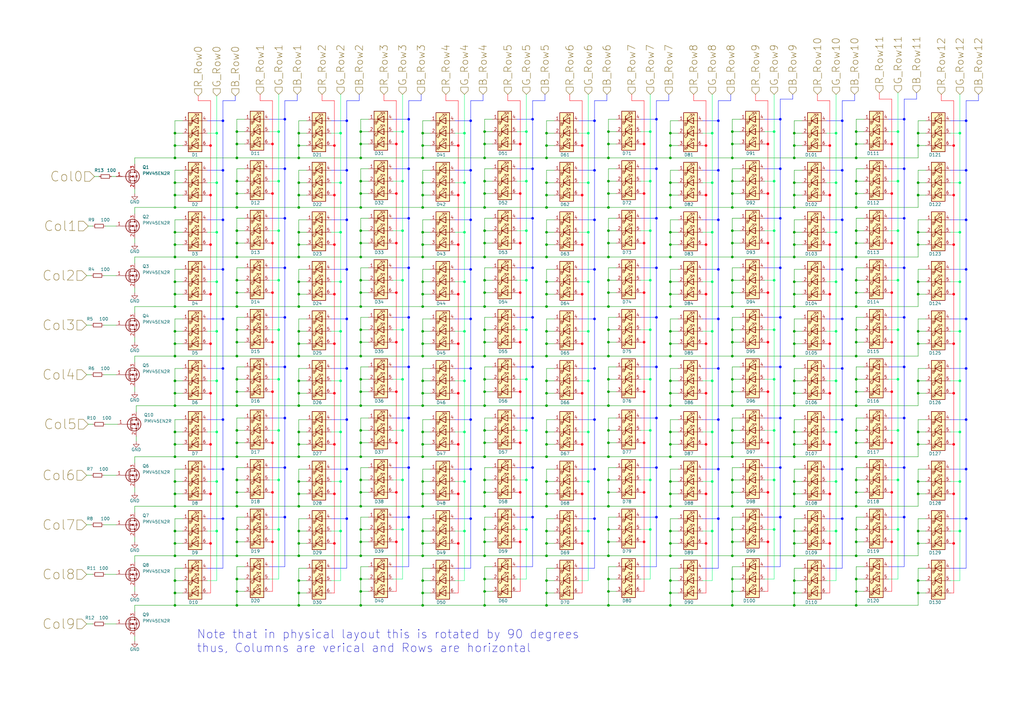
<source format=kicad_sch>
(kicad_sch (version 20230121) (generator eeschema)
  (paper "A3")
  (junction (at 274.955 177.165))
  (junction (at 351.155 74.295))
  (junction (at 218.44 150.495) (color 0 11 255 1))
  (junction (at 292.1 177.165) (color 0 247 100 1))
  (junction (at 376.555 140.97))
  (junction (at 376.555 243.205))
  (junction (at 370.84 109.855) (color 0 11 255 1))
  (junction (at 224.155 187.325))
  (junction (at 187.96 182.245) (color 255 0 17 1))
  (junction (at 300.355 85.09))
  (junction (at 88.9 54.61) (color 0 247 100 1))
  (junction (at 187.96 140.97) (color 255 0 17 1))
  (junction (at 238.76 120.65) (color 255 0 17 1))
  (junction (at 274.955 222.885))
  (junction (at 122.555 156.21))
  (junction (at 396.24 110.49) (color 0 11 255 1))
  (junction (at 142.24 212.725) (color 0 11 255 1))
  (junction (at 325.755 95.25))
  (junction (at 97.155 181.61))
  (junction (at 147.955 242.57))
  (junction (at 269.24 191.77) (color 0 11 255 1))
  (junction (at 376.555 197.485))
  (junction (at 300.355 99.695))
  (junction (at 249.555 114.935))
  (junction (at 243.84 90.17) (color 0 11 255 1))
  (junction (at 325.755 222.885))
  (junction (at 370.84 212.09) (color 0 11 255 1))
  (junction (at 342.9 217.805) (color 0 247 100 1))
  (junction (at 224.155 197.485))
  (junction (at 391.16 59.69) (color 255 0 17 1))
  (junction (at 391.16 202.565) (color 255 0 17 1))
  (junction (at 173.355 238.125))
  (junction (at 391.16 120.65) (color 255 0 17 1))
  (junction (at 122.555 95.25))
  (junction (at 396.24 49.53) (color 0 11 255 1))
  (junction (at 190.5 197.485) (color 0 247 100 1))
  (junction (at 325.755 80.01))
  (junction (at 137.16 140.97) (color 255 0 17 1))
  (junction (at 86.36 59.69) (color 255 0 17 1))
  (junction (at 173.355 146.05))
  (junction (at 289.56 80.01) (color 255 0 17 1))
  (junction (at 345.44 151.13) (color 0 11 255 1))
  (junction (at 218.44 109.855) (color 0 11 255 1))
  (junction (at 215.9 155.575) (color 0 247 100 1))
  (junction (at 173.355 202.565))
  (junction (at 266.7 135.255) (color 0 247 100 1))
  (junction (at 320.04 130.175) (color 0 11 255 1))
  (junction (at 368.3 176.53) (color 0 247 100 1))
  (junction (at 162.56 120.015) (color 255 0 17 1))
  (junction (at 173.355 217.805))
  (junction (at 215.9 94.615) (color 0 247 100 1))
  (junction (at 351.155 248.285))
  (junction (at 173.355 177.165))
  (junction (at 91.44 212.725) (color 0 11 255 1))
  (junction (at 173.355 135.89))
  (junction (at 238.76 100.33) (color 255 0 17 1))
  (junction (at 292.1 54.61) (color 0 247 100 1))
  (junction (at 241.3 156.21) (color 0 247 100 1))
  (junction (at 325.755 243.205))
  (junction (at 147.955 237.49))
  (junction (at 300.355 242.57))
  (junction (at 249.555 237.49))
  (junction (at 264.16 59.055) (color 255 0 17 1))
  (junction (at 249.555 248.285))
  (junction (at 142.24 110.49) (color 0 11 255 1))
  (junction (at 224.155 105.41))
  (junction (at 393.7 217.805) (color 0 247 100 1))
  (junction (at 213.36 160.655) (color 255 0 17 1))
  (junction (at 224.155 202.565))
  (junction (at 215.9 196.85) (color 0 247 100 1))
  (junction (at 294.64 212.725) (color 0 11 255 1))
  (junction (at 187.96 59.69) (color 255 0 17 1))
  (junction (at 241.3 115.57) (color 0 247 100 1))
  (junction (at 370.84 89.535) (color 0 11 255 1))
  (junction (at 300.355 74.295))
  (junction (at 116.84 48.895) (color 0 11 255 1))
  (junction (at 243.84 192.405) (color 0 11 255 1))
  (junction (at 266.7 94.615) (color 0 247 100 1))
  (junction (at 122.555 135.89))
  (junction (at 325.755 135.89))
  (junction (at 137.16 100.33) (color 255 0 17 1))
  (junction (at 86.36 182.245) (color 255 0 17 1))
  (junction (at 165.1 196.85) (color 0 247 100 1))
  (junction (at 122.555 100.33))
  (junction (at 122.555 166.37))
  (junction (at 241.3 95.25) (color 0 247 100 1))
  (junction (at 88.9 74.93) (color 0 247 100 1))
  (junction (at 391.16 140.97) (color 255 0 17 1))
  (junction (at 139.7 115.57) (color 0 247 100 1))
  (junction (at 114.3 53.975) (color 0 247 100 1))
  (junction (at 396.24 130.81) (color 0 11 255 1))
  (junction (at 365.76 181.61) (color 255 0 17 1))
  (junction (at 292.1 135.89) (color 0 247 100 1))
  (junction (at 365.76 160.655) (color 255 0 17 1))
  (junction (at 294.64 151.13) (color 0 11 255 1))
  (junction (at 198.755 79.375))
  (junction (at 147.955 196.85))
  (junction (at 274.955 146.05))
  (junction (at 173.355 222.885))
  (junction (at 391.16 80.01) (color 255 0 17 1))
  (junction (at 345.44 172.085) (color 0 11 255 1))
  (junction (at 289.56 202.565) (color 255 0 17 1))
  (junction (at 325.755 238.125))
  (junction (at 274.955 120.65))
  (junction (at 351.155 227.965))
  (junction (at 241.3 135.89) (color 0 247 100 1))
  (junction (at 274.955 140.97))
  (junction (at 86.36 80.01) (color 255 0 17 1))
  (junction (at 167.64 130.175) (color 0 11 255 1))
  (junction (at 122.555 59.69))
  (junction (at 111.76 160.655) (color 255 0 17 1))
  (junction (at 266.7 196.85) (color 0 247 100 1))
  (junction (at 122.555 120.65))
  (junction (at 165.1 114.935) (color 0 247 100 1))
  (junction (at 147.955 74.295))
  (junction (at 139.7 217.805) (color 0 247 100 1))
  (junction (at 122.555 125.73))
  (junction (at 325.755 187.325))
  (junction (at 173.355 115.57))
  (junction (at 111.76 79.375) (color 255 0 17 1))
  (junction (at 116.84 130.175) (color 0 11 255 1))
  (junction (at 224.155 238.125))
  (junction (at 365.76 79.375) (color 255 0 17 1))
  (junction (at 317.5 53.975) (color 0 247 100 1))
  (junction (at 325.755 248.285))
  (junction (at 274.955 64.77))
  (junction (at 376.555 217.805))
  (junction (at 249.555 146.05))
  (junction (at 173.355 125.73))
  (junction (at 238.76 222.885) (color 255 0 17 1))
  (junction (at 224.155 54.61))
  (junction (at 193.04 90.17) (color 0 11 255 1))
  (junction (at 243.84 172.085) (color 0 11 255 1))
  (junction (at 190.5 217.805) (color 0 247 100 1))
  (junction (at 97.155 166.37))
  (junction (at 215.9 176.53) (color 0 247 100 1))
  (junction (at 340.36 59.69) (color 255 0 17 1))
  (junction (at 173.355 166.37))
  (junction (at 365.76 222.25) (color 255 0 17 1))
  (junction (at 71.755 207.645))
  (junction (at 213.36 181.61) (color 255 0 17 1))
  (junction (at 266.7 53.975) (color 0 247 100 1))
  (junction (at 340.36 140.97) (color 255 0 17 1))
  (junction (at 86.36 161.29) (color 255 0 17 1))
  (junction (at 351.155 140.335))
  (junction (at 97.155 227.965))
  (junction (at 190.5 74.93) (color 0 247 100 1))
  (junction (at 269.24 150.495) (color 0 11 255 1))
  (junction (at 317.5 196.85) (color 0 247 100 1))
  (junction (at 224.155 182.245))
  (junction (at 224.155 135.89))
  (junction (at 342.9 115.57) (color 0 247 100 1))
  (junction (at 294.64 90.17) (color 0 11 255 1))
  (junction (at 97.155 99.695))
  (junction (at 340.36 100.33) (color 255 0 17 1))
  (junction (at 269.24 171.45) (color 0 11 255 1))
  (junction (at 241.3 217.805) (color 0 247 100 1))
  (junction (at 325.755 166.37))
  (junction (at 147.955 64.77))
  (junction (at 167.64 48.895) (color 0 11 255 1))
  (junction (at 224.155 95.25))
  (junction (at 147.955 79.375))
  (junction (at 345.44 192.405) (color 0 11 255 1))
  (junction (at 116.84 191.77) (color 0 11 255 1))
  (junction (at 218.44 212.09) (color 0 11 255 1))
  (junction (at 325.755 182.245))
  (junction (at 193.04 212.725) (color 0 11 255 1))
  (junction (at 325.755 85.09))
  (junction (at 111.76 222.25) (color 255 0 17 1))
  (junction (at 147.955 227.965))
  (junction (at 71.755 125.73))
  (junction (at 193.04 172.085) (color 0 11 255 1))
  (junction (at 97.155 201.93))
  (junction (at 71.755 54.61))
  (junction (at 238.76 80.01) (color 255 0 17 1))
  (junction (at 249.555 140.335))
  (junction (at 300.355 125.73))
  (junction (at 165.1 74.295) (color 0 247 100 1))
  (junction (at 264.16 120.015) (color 255 0 17 1))
  (junction (at 122.555 105.41))
  (junction (at 97.155 85.09))
  (junction (at 142.24 90.17) (color 0 11 255 1))
  (junction (at 224.155 177.165))
  (junction (at 342.9 197.485) (color 0 247 100 1))
  (junction (at 340.36 80.01) (color 255 0 17 1))
  (junction (at 368.3 74.295) (color 0 247 100 1))
  (junction (at 173.355 74.93))
  (junction (at 139.7 95.25) (color 0 247 100 1))
  (junction (at 167.64 171.45) (color 0 11 255 1))
  (junction (at 345.44 130.81) (color 0 11 255 1))
  (junction (at 325.755 197.485))
  (junction (at 88.9 156.21) (color 0 247 100 1))
  (junction (at 376.555 59.69))
  (junction (at 351.155 196.85))
  (junction (at 266.7 74.295) (color 0 247 100 1))
  (junction (at 376.555 74.93))
  (junction (at 238.76 59.69) (color 255 0 17 1))
  (junction (at 193.04 151.13) (color 0 11 255 1))
  (junction (at 173.355 120.65))
  (junction (at 393.7 54.61) (color 0 247 100 1))
  (junction (at 187.96 120.65) (color 255 0 17 1))
  (junction (at 325.755 217.805))
  (junction (at 300.355 248.285))
  (junction (at 370.84 191.77) (color 0 11 255 1))
  (junction (at 325.755 202.565))
  (junction (at 224.155 248.285))
  (junction (at 71.755 227.965))
  (junction (at 71.755 95.25))
  (junction (at 162.56 99.695) (color 255 0 17 1))
  (junction (at 340.36 120.65) (color 255 0 17 1))
  (junction (at 91.44 49.53) (color 0 11 255 1))
  (junction (at 71.755 238.125))
  (junction (at 71.755 202.565))
  (junction (at 167.64 89.535) (color 0 11 255 1))
  (junction (at 300.355 64.77))
  (junction (at 213.36 79.375) (color 255 0 17 1))
  (junction (at 274.955 187.325))
  (junction (at 198.755 74.295))
  (junction (at 351.155 85.09))
  (junction (at 249.555 166.37))
  (junction (at 266.7 176.53) (color 0 247 100 1))
  (junction (at 190.5 177.165) (color 0 247 100 1))
  (junction (at 345.44 110.49) (color 0 11 255 1))
  (junction (at 266.7 114.935) (color 0 247 100 1))
  (junction (at 147.955 59.055))
  (junction (at 142.24 49.53) (color 0 11 255 1))
  (junction (at 351.155 53.975))
  (junction (at 173.355 100.33))
  (junction (at 71.755 243.205))
  (junction (at 238.76 182.245) (color 255 0 17 1))
  (junction (at 340.36 161.29) (color 255 0 17 1))
  (junction (at 317.5 94.615) (color 0 247 100 1))
  (junction (at 376.555 135.89))
  (junction (at 173.355 182.245))
  (junction (at 147.955 94.615))
  (junction (at 325.755 146.05))
  (junction (at 193.04 110.49) (color 0 11 255 1))
  (junction (at 91.44 172.085) (color 0 11 255 1))
  (junction (at 147.955 155.575))
  (junction (at 300.355 105.41))
  (junction (at 218.44 48.895) (color 0 11 255 1))
  (junction (at 396.24 192.405) (color 0 11 255 1))
  (junction (at 116.84 69.215) (color 0 11 255 1))
  (junction (at 224.155 120.65))
  (junction (at 91.44 90.17) (color 0 11 255 1))
  (junction (at 86.36 100.33) (color 255 0 17 1))
  (junction (at 97.155 53.975))
  (junction (at 249.555 217.17))
  (junction (at 88.9 177.165) (color 0 247 100 1))
  (junction (at 147.955 114.935))
  (junction (at 147.955 222.25))
  (junction (at 71.755 161.29))
  (junction (at 274.955 248.285))
  (junction (at 97.155 196.85))
  (junction (at 142.24 192.405) (color 0 11 255 1))
  (junction (at 351.155 166.37))
  (junction (at 325.755 64.77))
  (junction (at 325.755 125.73))
  (junction (at 351.155 135.255))
  (junction (at 320.04 171.45) (color 0 11 255 1))
  (junction (at 314.96 222.25) (color 255 0 17 1))
  (junction (at 269.24 109.855) (color 0 11 255 1))
  (junction (at 71.755 140.97))
  (junction (at 198.755 64.77))
  (junction (at 137.16 80.01) (color 255 0 17 1))
  (junction (at 264.16 160.655) (color 255 0 17 1))
  (junction (at 351.155 217.17))
  (junction (at 325.755 227.965))
  (junction (at 198.755 114.935))
  (junction (at 269.24 212.09) (color 0 11 255 1))
  (junction (at 167.64 191.77) (color 0 11 255 1))
  (junction (at 162.56 79.375) (color 255 0 17 1))
  (junction (at 351.155 155.575))
  (junction (at 396.24 151.13) (color 0 11 255 1))
  (junction (at 147.955 187.325))
  (junction (at 300.355 196.85))
  (junction (at 224.155 59.69))
  (junction (at 224.155 243.205))
  (junction (at 122.555 64.77))
  (junction (at 71.755 166.37))
  (junction (at 71.755 115.57))
  (junction (at 71.755 182.245))
  (junction (at 393.7 115.57) (color 0 247 100 1))
  (junction (at 162.56 222.25) (color 255 0 17 1))
  (junction (at 122.555 227.965))
  (junction (at 391.16 182.245) (color 255 0 17 1))
  (junction (at 249.555 160.655))
  (junction (at 218.44 191.77) (color 0 11 255 1))
  (junction (at 370.84 150.495) (color 0 11 255 1))
  (junction (at 368.3 94.615) (color 0 247 100 1))
  (junction (at 147.955 135.255))
  (junction (at 300.355 181.61))
  (junction (at 122.555 243.205))
  (junction (at 198.755 207.645))
  (junction (at 264.16 140.335) (color 255 0 17 1))
  (junction (at 368.3 217.17) (color 0 247 100 1))
  (junction (at 97.155 59.055))
  (junction (at 340.36 182.245) (color 255 0 17 1))
  (junction (at 190.5 95.25) (color 0 247 100 1))
  (junction (at 320.04 212.09) (color 0 11 255 1))
  (junction (at 111.76 99.695) (color 255 0 17 1))
  (junction (at 198.755 237.49))
  (junction (at 370.84 130.175) (color 0 11 255 1))
  (junction (at 71.755 156.21))
  (junction (at 241.3 54.61) (color 0 247 100 1))
  (junction (at 111.76 140.335) (color 255 0 17 1))
  (junction (at 97.155 120.015))
  (junction (at 71.755 80.01))
  (junction (at 351.155 64.77))
  (junction (at 243.84 151.13) (color 0 11 255 1))
  (junction (at 162.56 201.93) (color 255 0 17 1))
  (junction (at 376.555 115.57))
  (junction (at 111.76 181.61) (color 255 0 17 1))
  (junction (at 147.955 217.17))
  (junction (at 241.3 197.485) (color 0 247 100 1))
  (junction (at 325.755 161.29))
  (junction (at 351.155 120.015))
  (junction (at 376.555 182.245))
  (junction (at 396.24 172.085) (color 0 11 255 1))
  (junction (at 139.7 156.21) (color 0 247 100 1))
  (junction (at 396.24 69.85) (color 0 11 255 1))
  (junction (at 393.7 177.165) (color 0 247 100 1))
  (junction (at 351.155 222.25))
  (junction (at 274.955 95.25))
  (junction (at 97.155 160.655))
  (junction (at 243.84 130.81) (color 0 11 255 1))
  (junction (at 368.3 155.575) (color 0 247 100 1))
  (junction (at 224.155 222.885))
  (junction (at 292.1 74.93) (color 0 247 100 1))
  (junction (at 114.3 155.575) (color 0 247 100 1))
  (junction (at 342.9 156.21) (color 0 247 100 1))
  (junction (at 147.955 207.645))
  (junction (at 173.355 197.485))
  (junction (at 274.955 217.805))
  (junction (at 122.555 197.485))
  (junction (at 325.755 105.41))
  (junction (at 122.555 248.285))
  (junction (at 173.355 156.21))
  (junction (at 198.755 105.41))
  (junction (at 376.555 161.29))
  (junction (at 71.755 197.485))
  (junction (at 300.355 120.015))
  (junction (at 122.555 202.565))
  (junction (at 71.755 177.165))
  (junction (at 190.5 54.61) (color 0 247 100 1))
  (junction (at 71.755 146.05))
  (junction (at 147.955 166.37))
  (junction (at 122.555 207.645))
  (junction (at 215.9 114.935) (color 0 247 100 1))
  (junction (at 122.555 146.05))
  (junction (at 86.36 222.885) (color 255 0 17 1))
  (junction (at 198.755 176.53))
  (junction (at 173.355 207.645))
  (junction (at 320.04 48.895) (color 0 11 255 1))
  (junction (at 266.7 155.575) (color 0 247 100 1))
  (junction (at 147.955 201.93))
  (junction (at 173.355 95.25))
  (junction (at 71.755 120.65))
  (junction (at 71.755 135.89))
  (junction (at 147.955 120.015))
  (junction (at 147.955 105.41))
  (junction (at 300.355 79.375))
  (junction (at 114.3 94.615) (color 0 247 100 1))
  (junction (at 300.355 237.49))
  (junction (at 368.3 196.85) (color 0 247 100 1))
  (junction (at 300.355 53.975))
  (junction (at 167.64 69.215) (color 0 11 255 1))
  (junction (at 351.155 59.055))
  (junction (at 376.555 238.125))
  (junction (at 289.56 222.885) (color 255 0 17 1))
  (junction (at 249.555 135.255))
  (junction (at 300.355 160.655))
  (junction (at 218.44 69.215) (color 0 11 255 1))
  (junction (at 198.755 181.61))
  (junction (at 376.555 95.25))
  (junction (at 91.44 69.85) (color 0 11 255 1))
  (junction (at 97.155 125.73))
  (junction (at 218.44 89.535) (color 0 11 255 1))
  (junction (at 317.5 114.935) (color 0 247 100 1))
  (junction (at 264.16 181.61) (color 255 0 17 1))
  (junction (at 224.155 140.97))
  (junction (at 122.555 222.885))
  (junction (at 274.955 54.61))
  (junction (at 289.56 59.69) (color 255 0 17 1))
  (junction (at 88.9 197.485) (color 0 247 100 1))
  (junction (at 300.355 187.325))
  (junction (at 300.355 59.055))
  (junction (at 289.56 120.65) (color 255 0 17 1))
  (junction (at 314.96 59.055) (color 255 0 17 1))
  (junction (at 116.84 150.495) (color 0 11 255 1))
  (junction (at 314.96 79.375) (color 255 0 17 1))
  (junction (at 300.355 207.645))
  (junction (at 111.76 201.93) (color 255 0 17 1))
  (junction (at 249.555 155.575))
  (junction (at 274.955 115.57))
  (junction (at 376.555 156.21))
  (junction (at 122.555 115.57))
  (junction (at 116.84 212.09) (color 0 11 255 1))
  (junction (at 300.355 222.25))
  (junction (at 342.9 54.61) (color 0 247 100 1))
  (junction (at 317.5 217.17) (color 0 247 100 1))
  (junction (at 289.56 140.97) (color 255 0 17 1))
  (junction (at 376.555 54.61))
  (junction (at 137.16 222.885) (color 255 0 17 1))
  (junction (at 300.355 140.335))
  (junction (at 274.955 182.245))
  (junction (at 224.155 166.37))
  (junction (at 274.955 135.89))
  (junction (at 320.04 109.855) (color 0 11 255 1))
  (junction (at 391.16 161.29) (color 255 0 17 1))
  (junction (at 162.56 160.655) (color 255 0 17 1))
  (junction (at 317.5 135.255) (color 0 247 100 1))
  (junction (at 365.76 120.015) (color 255 0 17 1))
  (junction (at 147.955 160.655))
  (junction (at 370.84 69.215) (color 0 11 255 1))
  (junction (at 122.555 177.165))
  (junction (at 300.355 176.53))
  (junction (at 393.7 156.21) (color 0 247 100 1))
  (junction (at 249.555 176.53))
  (junction (at 365.76 201.93) (color 255 0 17 1))
  (junction (at 167.64 212.09) (color 0 11 255 1))
  (junction (at 198.755 222.25))
  (junction (at 317.5 74.295) (color 0 247 100 1))
  (junction (at 173.355 80.01))
  (junction (at 97.155 217.17))
  (junction (at 269.24 69.215) (color 0 11 255 1))
  (junction (at 274.955 243.205))
  (junction (at 193.04 69.85) (color 0 11 255 1))
  (junction (at 122.555 187.325))
  (junction (at 351.155 242.57))
  (junction (at 97.155 146.05))
  (junction (at 264.16 201.93) (color 255 0 17 1))
  (junction (at 139.7 74.93) (color 0 247 100 1))
  (junction (at 139.7 197.485) (color 0 247 100 1))
  (junction (at 300.355 146.05))
  (junction (at 147.955 53.975))
  (junction (at 249.555 59.055))
  (junction (at 97.155 94.615))
  (junction (at 215.9 217.17) (color 0 247 100 1))
  (junction (at 249.555 196.85))
  (junction (at 218.44 171.45) (color 0 11 255 1))
  (junction (at 97.155 207.645))
  (junction (at 97.155 105.41))
  (junction (at 97.155 64.77))
  (junction (at 122.555 140.97))
  (junction (at 376.555 222.885))
  (junction (at 71.755 248.285))
  (junction (at 173.355 140.97))
  (junction (at 71.755 64.77))
  (junction (at 274.955 59.69))
  (junction (at 173.355 85.09))
  (junction (at 264.16 222.25) (color 255 0 17 1))
  (junction (at 91.44 110.49) (color 0 11 255 1))
  (junction (at 88.9 217.805) (color 0 247 100 1))
  (junction (at 317.5 176.53) (color 0 247 100 1))
  (junction (at 198.755 166.37))
  (junction (at 137.16 202.565) (color 255 0 17 1))
  (junction (at 97.155 248.285))
  (junction (at 137.16 59.69) (color 255 0 17 1))
  (junction (at 376.555 177.165))
  (junction (at 198.755 99.695))
  (junction (at 325.755 140.97))
  (junction (at 274.955 227.965))
  (junction (at 122.555 161.29))
  (junction (at 249.555 222.25))
  (junction (at 351.155 237.49))
  (junction (at 325.755 177.165))
  (junction (at 269.24 48.895) (color 0 11 255 1))
  (junction (at 198.755 201.93))
  (junction (at 86.36 140.97) (color 255 0 17 1))
  (junction (at 142.24 172.085) (color 0 11 255 1))
  (junction (at 224.155 85.09))
  (junction (at 300.355 217.17))
  (junction (at 393.7 95.25) (color 0 247 100 1))
  (junction (at 292.1 115.57) (color 0 247 100 1))
  (junction (at 187.96 161.29) (color 255 0 17 1))
  (junction (at 243.84 69.85) (color 0 11 255 1))
  (junction (at 71.755 100.33))
  (junction (at 165.1 155.575) (color 0 247 100 1))
  (junction (at 198.755 85.09))
  (junction (at 114.3 135.255) (color 0 247 100 1))
  (junction (at 139.7 135.89) (color 0 247 100 1))
  (junction (at 345.44 212.725) (color 0 11 255 1))
  (junction (at 300.355 201.93))
  (junction (at 294.64 69.85) (color 0 11 255 1))
  (junction (at 365.76 59.055) (color 255 0 17 1))
  (junction (at 289.56 182.245) (color 255 0 17 1))
  (junction (at 351.155 94.615))
  (junction (at 351.155 79.375))
  (junction (at 370.84 48.895) (color 0 11 255 1))
  (junction (at 320.04 191.77) (color 0 11 255 1))
  (junction (at 91.44 192.405) (color 0 11 255 1))
  (junction (at 147.955 125.73))
  (junction (at 300.355 227.965))
  (junction (at 142.24 151.13) (color 0 11 255 1))
  (junction (at 274.955 74.93))
  (junction (at 198.755 94.615))
  (junction (at 142.24 130.81) (color 0 11 255 1))
  (junction (at 249.555 187.325))
  (junction (at 269.24 130.175) (color 0 11 255 1))
  (junction (at 294.64 192.405) (color 0 11 255 1))
  (junction (at 142.24 69.85) (color 0 11 255 1))
  (junction (at 274.955 202.565))
  (junction (at 122.555 238.125))
  (junction (at 351.155 114.935))
  (junction (at 396.24 212.725) (color 0 11 255 1))
  (junction (at 249.555 105.41))
  (junction (at 213.36 59.055) (color 255 0 17 1))
  (junction (at 114.3 114.935) (color 0 247 100 1))
  (junction (at 325.755 207.645))
  (junction (at 198.755 125.73))
  (junction (at 173.355 248.285))
  (junction (at 274.955 161.29))
  (junction (at 198.755 187.325))
  (junction (at 111.76 59.055) (color 255 0 17 1))
  (junction (at 167.64 150.495) (color 0 11 255 1))
  (junction (at 274.955 197.485))
  (junction (at 325.755 100.33))
  (junction (at 274.955 100.33))
  (junction (at 249.555 125.73))
  (junction (at 314.96 181.61) (color 255 0 17 1))
  (junction (at 289.56 100.33) (color 255 0 17 1))
  (junction (at 122.555 217.805))
  (junction (at 224.155 74.93))
  (junction (at 147.955 181.61))
  (junction (at 238.76 140.97) (color 255 0 17 1))
  (junction (at 97.155 155.575))
  (junction (at 190.5 135.89) (color 0 247 100 1))
  (junction (at 289.56 161.29) (color 255 0 17 1))
  (junction (at 111.76 120.015) (color 255 0 17 1))
  (junction (at 370.84 171.45) (color 0 11 255 1))
  (junction (at 71.755 59.69))
  (junction (at 147.955 99.695))
  (junction (at 71.755 217.805))
  (junction (at 198.755 248.285))
  (junction (at 274.955 125.73))
  (junction (at 241.3 74.93) (color 0 247 100 1))
  (junction (at 190.5 115.57) (color 0 247 100 1))
  (junction (at 137.16 161.29) (color 255 0 17 1))
  (junction (at 165.1 94.615) (color 0 247 100 1))
  (junction (at 266.7 217.17) (color 0 247 100 1))
  (junction (at 193.04 192.405) (color 0 11 255 1))
  (junction (at 342.9 74.93) (color 0 247 100 1))
  (junction (at 198.755 59.055))
  (junction (at 193.04 130.81) (color 0 11 255 1))
  (junction (at 376.555 202.565))
  (junction (at 86.36 202.565) (color 255 0 17 1))
  (junction (at 71.755 74.93))
  (junction (at 274.955 207.645))
  (junction (at 249.555 79.375))
  (junction (at 351.155 160.655))
  (junction (at 167.64 109.855) (color 0 11 255 1))
  (junction (at 393.7 135.89) (color 0 247 100 1))
  (junction (at 320.04 69.215) (color 0 11 255 1))
  (junction (at 300.355 166.37))
  (junction (at 71.755 105.41))
  (junction (at 264.16 79.375) (color 255 0 17 1))
  (junction (at 165.1 53.975) (color 0 247 100 1))
  (junction (at 198.755 140.335))
  (junction (at 325.755 54.61))
  (junction (at 300.355 135.255))
  (junction (at 249.555 181.61))
  (junction (at 294.64 110.49) (color 0 11 255 1))
  (junction (at 213.36 222.25) (color 255 0 17 1))
  (junction (at 224.155 146.05))
  (junction (at 224.155 115.57))
  (junction (at 243.84 49.53) (color 0 11 255 1))
  (junction (at 292.1 217.805) (color 0 247 100 1))
  (junction (at 190.5 156.21) (color 0 247 100 1))
  (junction (at 114.3 176.53) (color 0 247 100 1))
  (junction (at 351.155 99.695))
  (junction (at 97.155 187.325))
  (junction (at 300.355 94.615))
  (junction (at 340.36 222.885) (color 255 0 17 1))
  (junction (at 351.155 201.93))
  (junction (at 213.36 99.695) (color 255 0 17 1))
  (junction (at 325.755 74.93))
  (junction (at 147.955 248.285))
  (junction (at 91.44 130.81) (color 0 11 255 1))
  (junction (at 314.96 160.655) (color 255 0 17 1))
  (junction (at 215.9 74.295) (color 0 247 100 1))
  (junction (at 274.955 166.37))
  (junction (at 294.64 172.085) (color 0 11 255 1))
  (junction (at 300.355 155.575))
  (junction (at 292.1 156.21) (color 0 247 100 1))
  (junction (at 393.7 197.485) (color 0 247 100 1))
  (junction (at 345.44 90.17) (color 0 11 255 1))
  (junction (at 147.955 85.09))
  (junction (at 314.96 201.93) (color 255 0 17 1))
  (junction (at 139.7 54.61) (color 0 247 100 1))
  (junction (at 173.355 187.325))
  (junction (at 274.955 156.21))
  (junction (at 147.955 146.05))
  (junction (at 243.84 110.49) (color 0 11 255 1))
  (junction (at 249.555 201.93))
  (junction (at 351.155 105.41))
  (junction (at 393.7 74.93) (color 0 247 100 1))
  (junction (at 391.16 222.885) (color 255 0 17 1))
  (junction (at 249.555 85.09))
  (junction (at 187.96 100.33) (color 255 0 17 1))
  (junction (at 300.355 114.935))
  (junction (at 241.3 177.165) (color 0 247 100 1))
  (junction (at 224.155 125.73))
  (junction (at 91.44 151.13) (color 0 11 255 1))
  (junction (at 249.555 120.015))
  (junction (at 351.155 146.05))
  (junction (at 314.96 120.015) (color 255 0 17 1))
  (junction (at 173.355 64.77))
  (junction (at 173.355 54.61))
  (junction (at 325.755 59.69))
  (junction (at 162.56 181.61) (color 255 0 17 1))
  (junction (at 198.755 135.255))
  (junction (at 294.64 130.81) (color 0 11 255 1))
  (junction (at 162.56 140.335) (color 255 0 17 1))
  (junction (at 137.16 120.65) (color 255 0 17 1))
  (junction (at 376.555 100.33))
  (junction (at 114.3 217.17) (color 0 247 100 1))
  (junction (at 71.755 85.09))
  (junction (at 198.755 53.975))
  (junction (at 198.755 160.655))
  (junction (at 320.04 150.495) (color 0 11 255 1))
  (junction (at 88.9 95.25) (color 0 247 100 1))
  (junction (at 243.84 212.725) (color 0 11 255 1))
  (junction (at 351.155 176.53))
  (junction (at 198.755 155.575))
  (junction (at 213.36 201.93) (color 255 0 17 1))
  (junction (at 97.155 114.935))
  (junction (at 122.555 54.61))
  (junction (at 249.555 64.77))
  (junction (at 269.24 89.535) (color 0 11 255 1))
  (junction (at 165.1 176.53) (color 0 247 100 1))
  (junction (at 345.44 49.53) (color 0 11 255 1))
  (junction (at 88.9 135.89) (color 0 247 100 1))
  (junction (at 114.3 196.85) (color 0 247 100 1))
  (junction (at 88.9 115.57) (color 0 247 100 1))
  (junction (at 376.555 120.65))
  (junction (at 198.755 217.17))
  (junction (at 292.1 197.485) (color 0 247 100 1))
  (junction (at 173.355 161.29))
  (junction (at 97.155 222.25))
  (junction (at 122.555 80.01))
  (junction (at 187.96 80.01) (color 255 0 17 1))
  (junction (at 224.155 156.21))
  (junction (at 238.76 202.565) (color 255 0 17 1))
  (junction (at 215.9 135.255) (color 0 247 100 1))
  (junction (at 325.755 120.65))
  (junction (at 198.755 120.015))
  (junction (at 351.155 207.645))
  (junction (at 71.755 187.325))
  (junction (at 249.555 74.295))
  (junction (at 314.96 99.695) (color 255 0 17 1))
  (junction (at 368.3 114.935) (color 0 247 100 1))
  (junction (at 342.9 135.89) (color 0 247 100 1))
  (junction (at 249.555 99.695))
  (junction (at 218.44 130.175) (color 0 11 255 1))
  (junction (at 351.155 125.73))
  (junction (at 86.36 120.65) (color 255 0 17 1))
  (junction (at 351.155 187.325))
  (junction (at 71.755 222.885))
  (junction (at 116.84 89.535) (color 0 11 255 1))
  (junction (at 122.555 182.245))
  (junction (at 376.555 80.01))
  (junction (at 365.76 99.695) (color 255 0 17 1))
  (junction (at 173.355 105.41))
  (junction (at 274.955 238.125))
  (junction (at 238.76 161.29) (color 255 0 17 1))
  (junction (at 193.04 49.53) (color 0 11 255 1))
  (junction (at 340.36 202.565) (color 255 0 17 1))
  (junction (at 317.5 155.575) (color 0 247 100 1))
  (junction (at 224.155 64.77))
  (junction (at 97.155 242.57))
  (junction (at 137.16 182.245) (color 255 0 17 1))
  (junction (at 198.755 242.57))
  (junction (at 249.555 207.645))
  (junction (at 198.755 196.85))
  (junction (at 187.96 222.885) (color 255 0 17 1))
  (junction (at 342.9 95.25) (color 0 247 100 1))
  (junction (at 215.9 53.975) (color 0 247 100 1))
  (junction (at 173.355 227.965))
  (junction (at 249.555 227.965))
  (junction (at 365.76 140.335) (color 255 0 17 1))
  (junction (at 162.56 59.055) (color 255 0 17 1))
  (junction (at 274.955 80.01))
  (junction (at 198.755 146.05))
  (junction (at 224.155 80.01))
  (junction (at 320.04 89.535) (color 0 11 255 1))
  (junction (at 368.3 135.255) (color 0 247 100 1))
  (junction (at 224.155 161.29))
  (junction (at 139.7 177.165) (color 0 247 100 1))
  (junction (at 351.155 181.61))
  (junction (at 147.955 140.335))
  (junction (at 391.16 100.33) (color 255 0 17 1))
  (junction (at 173.355 59.69))
  (junction (at 249.555 242.57))
  (junction (at 314.96 140.335) (color 255 0 17 1))
  (junction (at 249.555 94.615))
  (junction (at 396.24 90.17) (color 0 11 255 1))
  (junction (at 187.96 202.565) (color 255 0 17 1))
  (junction (at 147.955 176.53))
  (junction (at 97.155 237.49))
  (junction (at 165.1 135.255) (color 0 247 100 1))
  (junction (at 274.955 85.09))
  (junction (at 122.555 74.93))
  (junction (at 224.155 217.805))
  (junction (at 97.155 79.375))
  (junction (at 213.36 120.015) (color 255 0 17 1))
  (junction (at 368.3 53.975) (color 0 247 100 1))
  (junction (at 116.84 171.45) (color 0 11 255 1))
  (junction (at 345.44 69.85) (color 0 11 255 1))
  (junction (at 342.9 177.165) (color 0 247 100 1))
  (junction (at 122.555 85.09))
  (junction (at 165.1 217.17) (color 0 247 100 1))
  (junction (at 198.755 227.965))
  (junction (at 97.155 74.295))
  (junction (at 213.36 140.335) (color 255 0 17 1))
  (junction (at 249.555 53.975))
  (junction (at 292.1 95.25) (color 0 247 100 1))
  (junction (at 97.155 176.53))
  (junction (at 274.955 105.41))
  (junction (at 97.155 140.335))
  (junction (at 173.355 243.205))
  (junction (at 224.155 207.645))
  (junction (at 114.3 74.295) (color 0 247 100 1))
  (junction (at 325.755 115.57))
  (junction (at 294.64 49.53) (color 0 11 255 1))
  (junction (at 97.155 135.255))
  (junction (at 116.84 109.855) (color 0 11 255 1))
  (junction (at 224.155 227.965))
  (junction (at 264.16 99.695) (color 255 0 17 1))
  (junction (at 325.755 156.21))
  (junction (at 224.155 100.33))
  (wire (pts (xy 198.755 105.41) (xy 224.155 105.41)))
  (wire (pts (xy 147.955 191.77) (xy 147.955 196.85)))
  (wire (pts (xy 393.7 156.21) (xy 393.7 177.165)) (stroke (width 0) (color 0 247 100 1)))
  (wire (pts (xy 274.955 74.93) (xy 278.13 74.93)))
  (wire (pts (xy 396.24 212.725) (xy 396.24 233.045)) (stroke (width 0) (color 0 11 255 1)))
  (wire (pts (xy 86.36 80.01) (xy 86.36 100.33)) (stroke (width 0) (color 255 0 17 1)))
  (wire (pts (xy 351.155 171.45) (xy 351.155 176.53)))
  (wire (pts (xy 249.555 171.45) (xy 249.555 176.53)))
  (wire (pts (xy 71.755 110.49) (xy 71.755 115.57)))
  (wire (pts (xy 249.555 181.61) (xy 252.73 181.61)))
  (wire (pts (xy 198.755 140.335) (xy 201.93 140.335)))
  (wire (pts (xy 370.84 171.45) (xy 370.84 191.77)) (stroke (width 0) (color 0 11 255 1)))
  (wire (pts (xy 198.755 217.17) (xy 198.755 222.25)))
  (wire (pts (xy 111.76 181.61) (xy 111.76 201.93)) (stroke (width 0) (color 255 0 17 1)))
  (wire (pts (xy 139.7 95.25) (xy 139.7 115.57)) (stroke (width 0) (color 0 247 100 1)))
  (wire (pts (xy 325.755 100.33) (xy 328.93 100.33)))
  (wire (pts (xy 274.955 212.725) (xy 278.13 212.725)))
  (wire (pts (xy 243.84 41.275) (xy 243.84 49.53)) (stroke (width 0) (color 0 11 255 1)))
  (wire (pts (xy 224.155 125.73) (xy 249.555 125.73)))
  (wire (pts (xy 167.64 191.77) (xy 167.64 212.09)) (stroke (width 0) (color 0 11 255 1)))
  (wire (pts (xy 173.355 135.89) (xy 173.355 140.97)))
  (wire (pts (xy 215.9 135.255) (xy 215.9 155.575)) (stroke (width 0) (color 0 247 100 1)))
  (wire (pts (xy 389.89 238.125) (xy 393.7 238.125)) (stroke (width 0) (color 0 247 100 1)))
  (wire (pts (xy 85.09 243.205) (xy 86.36 243.205)) (stroke (width 0) (color 255 0 17 1)))
  (wire (pts (xy 313.69 114.935) (xy 317.5 114.935)) (stroke (width 0) (color 0 247 100 1)))
  (wire (pts (xy 187.96 80.01) (xy 187.96 100.33)) (stroke (width 0) (color 255 0 17 1)))
  (wire (pts (xy 351.155 222.25) (xy 351.155 227.965)))
  (wire (pts (xy 215.9 53.975) (xy 215.9 74.295)) (stroke (width 0) (color 0 247 100 1)))
  (wire (pts (xy 376.555 238.125) (xy 379.73 238.125)))
  (wire (pts (xy 274.955 135.89) (xy 274.955 140.97)))
  (wire (pts (xy 71.755 197.485) (xy 74.93 197.485)))
  (wire (pts (xy 300.355 125.73) (xy 325.755 125.73)))
  (wire (pts (xy 213.36 99.695) (xy 213.36 120.015)) (stroke (width 0) (color 255 0 17 1)))
  (wire (pts (xy 294.64 69.85) (xy 294.64 90.17)) (stroke (width 0) (color 0 11 255 1)))
  (wire (pts (xy 224.155 177.165) (xy 227.33 177.165)))
  (wire (pts (xy 262.89 212.09) (xy 269.24 212.09)) (stroke (width 0) (color 0 11 255 1)))
  (wire (pts (xy 85.09 222.885) (xy 86.36 222.885)) (stroke (width 0) (color 255 0 17 1)))
  (wire (pts (xy 35.56 153.67) (xy 37.465 153.67)))
  (wire (pts (xy 376.555 54.61) (xy 379.73 54.61)))
  (wire (pts (xy 351.155 191.77) (xy 351.155 196.85)))
  (wire (pts (xy 300.355 140.335) (xy 303.53 140.335)))
  (wire (pts (xy 187.96 100.33) (xy 187.96 120.65)) (stroke (width 0) (color 255 0 17 1)))
  (wire (pts (xy 288.29 151.13) (xy 294.64 151.13)) (stroke (width 0) (color 0 11 255 1)))
  (wire (pts (xy 212.09 114.935) (xy 215.9 114.935)) (stroke (width 0) (color 0 247 100 1)))
  (wire (pts (xy 122.555 140.97) (xy 125.73 140.97)))
  (wire (pts (xy 55.245 146.05) (xy 71.755 146.05)))
  (wire (pts (xy 161.29 201.93) (xy 162.56 201.93)) (stroke (width 0) (color 255 0 17 1)))
  (wire (pts (xy 213.36 59.055) (xy 213.36 79.375)) (stroke (width 0) (color 255 0 17 1)))
  (wire (pts (xy 55.245 148.59) (xy 55.245 146.05)))
  (wire (pts (xy 186.69 177.165) (xy 190.5 177.165)) (stroke (width 0) (color 0 247 100 1)))
  (wire (pts (xy 249.555 48.895) (xy 252.73 48.895)))
  (wire (pts (xy 340.36 161.29) (xy 340.36 182.245)) (stroke (width 0) (color 255 0 17 1)))
  (wire (pts (xy 292.1 135.89) (xy 292.1 156.21)) (stroke (width 0) (color 0 247 100 1)))
  (wire (pts (xy 364.49 191.77) (xy 370.84 191.77)) (stroke (width 0) (color 0 11 255 1)))
  (wire (pts (xy 135.89 90.17) (xy 142.24 90.17)) (stroke (width 0) (color 0 11 255 1)))
  (wire (pts (xy 224.155 105.41) (xy 249.555 105.41)))
  (wire (pts (xy 224.155 177.165) (xy 224.155 182.245)))
  (wire (pts (xy 122.555 238.125) (xy 125.73 238.125)))
  (wire (pts (xy 241.3 74.93) (xy 241.3 95.25)) (stroke (width 0) (color 0 247 100 1)))
  (wire (pts (xy 389.89 243.205) (xy 391.16 243.205)) (stroke (width 0) (color 255 0 17 1)))
  (wire (pts (xy 173.355 182.245) (xy 176.53 182.245)))
  (wire (pts (xy 224.155 233.045) (xy 227.33 233.045)))
  (wire (pts (xy 339.09 135.89) (xy 342.9 135.89)) (stroke (width 0) (color 0 247 100 1)))
  (wire (pts (xy 212.09 140.335) (xy 213.36 140.335)) (stroke (width 0) (color 255 0 17 1)))
  (wire (pts (xy 86.36 161.29) (xy 86.36 182.245)) (stroke (width 0) (color 255 0 17 1)))
  (wire (pts (xy 389.89 54.61) (xy 393.7 54.61)) (stroke (width 0) (color 0 247 100 1)))
  (wire (pts (xy 314.96 120.015) (xy 314.96 140.335)) (stroke (width 0) (color 255 0 17 1)))
  (wire (pts (xy 55.245 125.73) (xy 71.755 125.73)))
  (wire (pts (xy 186.69 69.85) (xy 193.04 69.85)) (stroke (width 0) (color 0 11 255 1)))
  (wire (pts (xy 186.69 156.21) (xy 190.5 156.21)) (stroke (width 0) (color 0 247 100 1)))
  (wire (pts (xy 345.44 212.725) (xy 345.44 233.045)) (stroke (width 0) (color 0 11 255 1)))
  (wire (pts (xy 288.29 177.165) (xy 292.1 177.165)) (stroke (width 0) (color 0 247 100 1)))
  (wire (pts (xy 198.755 89.535) (xy 198.755 94.615)))
  (wire (pts (xy 300.355 79.375) (xy 303.53 79.375)))
  (wire (pts (xy 325.755 192.405) (xy 325.755 197.485)))
  (wire (pts (xy 186.69 135.89) (xy 190.5 135.89)) (stroke (width 0) (color 0 247 100 1)))
  (wire (pts (xy 262.89 114.935) (xy 266.7 114.935)) (stroke (width 0) (color 0 247 100 1)))
  (wire (pts (xy 274.955 182.245) (xy 278.13 182.245)))
  (wire (pts (xy 218.44 150.495) (xy 218.44 171.45)) (stroke (width 0) (color 0 11 255 1)))
  (wire (pts (xy 249.555 146.05) (xy 274.955 146.05)))
  (wire (pts (xy 198.755 130.175) (xy 201.93 130.175)))
  (wire (pts (xy 269.24 212.09) (xy 269.24 232.41)) (stroke (width 0) (color 0 11 255 1)))
  (wire (pts (xy 224.155 54.61) (xy 224.155 59.69)))
  (wire (pts (xy 249.555 217.17) (xy 252.73 217.17)))
  (wire (pts (xy 364.49 217.17) (xy 368.3 217.17)) (stroke (width 0) (color 0 247 100 1)))
  (wire (pts (xy 262.89 222.25) (xy 264.16 222.25)) (stroke (width 0) (color 255 0 17 1)))
  (wire (pts (xy 122.555 85.09) (xy 122.555 80.01)))
  (wire (pts (xy 364.49 99.695) (xy 365.76 99.695)) (stroke (width 0) (color 255 0 17 1)))
  (wire (pts (xy 376.555 125.73) (xy 376.555 120.65)))
  (wire (pts (xy 122.555 197.485) (xy 125.73 197.485)))
  (wire (pts (xy 325.755 172.085) (xy 325.755 177.165)))
  (wire (pts (xy 198.755 85.09) (xy 224.155 85.09)))
  (wire (pts (xy 116.84 41.275) (xy 116.84 48.895)) (stroke (width 0) (color 0 11 255 1)))
  (wire (pts (xy 122.555 105.41) (xy 122.555 100.33)))
  (wire (pts (xy 249.555 207.645) (xy 274.955 207.645)))
  (wire (pts (xy 300.355 94.615) (xy 300.355 99.695)))
  (wire (pts (xy 173.355 130.81) (xy 176.53 130.81)))
  (wire (pts (xy 376.555 74.93) (xy 376.555 80.01)))
  (wire (pts (xy 389.89 115.57) (xy 393.7 115.57)) (stroke (width 0) (color 0 247 100 1)))
  (wire (pts (xy 218.44 212.09) (xy 218.44 232.41)) (stroke (width 0) (color 0 11 255 1)))
  (wire (pts (xy 325.755 90.17) (xy 328.93 90.17)))
  (wire (pts (xy 173.355 110.49) (xy 176.53 110.49)))
  (wire (pts (xy 351.155 191.77) (xy 354.33 191.77)))
  (wire (pts (xy 289.56 161.29) (xy 289.56 182.245)) (stroke (width 0) (color 255 0 17 1)))
  (wire (pts (xy 42.545 215.265) (xy 47.625 215.265)))
  (wire (pts (xy 376.555 64.77) (xy 376.555 59.69)))
  (wire (pts (xy 365.76 201.93) (xy 365.76 222.25)) (stroke (width 0) (color 255 0 17 1)))
  (wire (pts (xy 165.1 135.255) (xy 165.1 155.575)) (stroke (width 0) (color 0 247 100 1)))
  (wire (pts (xy 339.09 177.165) (xy 342.9 177.165)) (stroke (width 0) (color 0 247 100 1)))
  (wire (pts (xy 85.09 49.53) (xy 91.44 49.53)) (stroke (width 0) (color 0 11 255 1)))
  (wire (pts (xy 300.355 217.17) (xy 303.53 217.17)))
  (wire (pts (xy 300.355 212.09) (xy 303.53 212.09)))
  (wire (pts (xy 339.09 172.085) (xy 345.44 172.085)) (stroke (width 0) (color 0 11 255 1)))
  (wire (pts (xy 340.36 80.01) (xy 340.36 100.33)) (stroke (width 0) (color 255 0 17 1)))
  (wire (pts (xy 264.16 160.655) (xy 264.16 181.61)) (stroke (width 0) (color 255 0 17 1)))
  (wire (pts (xy 198.755 196.85) (xy 201.93 196.85)))
  (wire (pts (xy 266.7 74.295) (xy 266.7 94.615)) (stroke (width 0) (color 0 247 100 1)))
  (wire (pts (xy 97.155 89.535) (xy 97.155 94.615)))
  (wire (pts (xy 274.955 233.045) (xy 278.13 233.045)))
  (wire (pts (xy 241.3 95.25) (xy 241.3 115.57)) (stroke (width 0) (color 0 247 100 1)))
  (wire (pts (xy 173.355 90.17) (xy 176.53 90.17)))
  (wire (pts (xy 364.49 120.015) (xy 365.76 120.015)) (stroke (width 0) (color 255 0 17 1)))
  (wire (pts (xy 314.96 181.61) (xy 314.96 201.93)) (stroke (width 0) (color 255 0 17 1)))
  (wire (pts (xy 313.69 212.09) (xy 320.04 212.09)) (stroke (width 0) (color 0 11 255 1)))
  (wire (pts (xy 147.955 171.45) (xy 147.955 176.53)))
  (wire (pts (xy 71.755 212.725) (xy 74.93 212.725)))
  (wire (pts (xy 370.84 69.215) (xy 370.84 89.535)) (stroke (width 0) (color 0 11 255 1)))
  (wire (pts (xy 294.64 110.49) (xy 294.64 130.81)) (stroke (width 0) (color 0 11 255 1)))
  (wire (pts (xy 376.555 120.65) (xy 379.73 120.65)))
  (wire (pts (xy 294.64 151.13) (xy 294.64 172.085)) (stroke (width 0) (color 0 11 255 1)))
  (wire (pts (xy 161.29 171.45) (xy 167.64 171.45)) (stroke (width 0) (color 0 11 255 1)))
  (wire (pts (xy 116.84 41.275) (xy 121.92 41.275)) (stroke (width 0) (color 0 11 255 1)))
  (wire (pts (xy 233.68 41.275) (xy 238.76 41.275)) (stroke (width 0) (color 255 0 17 1)))
  (wire (pts (xy 218.44 109.855) (xy 218.44 130.175)) (stroke (width 0) (color 0 11 255 1)))
  (wire (pts (xy 161.29 74.295) (xy 165.1 74.295)) (stroke (width 0) (color 0 247 100 1)))
  (wire (pts (xy 71.755 135.89) (xy 74.93 135.89)))
  (wire (pts (xy 186.69 49.53) (xy 193.04 49.53)) (stroke (width 0) (color 0 11 255 1)))
  (wire (pts (xy 325.755 207.645) (xy 351.155 207.645)))
  (wire (pts (xy 114.3 53.975) (xy 114.3 74.295)) (stroke (width 0) (color 0 247 100 1)))
  (wire (pts (xy 368.3 94.615) (xy 368.3 114.935)) (stroke (width 0) (color 0 247 100 1)))
  (wire (pts (xy 122.555 182.245) (xy 125.73 182.245)))
  (wire (pts (xy 42.545 113.03) (xy 47.625 113.03)))
  (wire (pts (xy 249.555 120.015) (xy 249.555 125.73)))
  (wire (pts (xy 97.155 227.965) (xy 122.555 227.965)))
  (wire (pts (xy 122.555 146.05) (xy 122.555 140.97)))
  (wire (pts (xy 351.155 222.25) (xy 354.33 222.25)))
  (wire (pts (xy 351.155 227.965) (xy 376.555 227.965)))
  (wire (pts (xy 161.29 212.09) (xy 167.64 212.09)) (stroke (width 0) (color 0 11 255 1)))
  (wire (pts (xy 186.69 192.405) (xy 193.04 192.405)) (stroke (width 0) (color 0 11 255 1)))
  (wire (pts (xy 212.09 242.57) (xy 213.36 242.57)) (stroke (width 0) (color 255 0 17 1)))
  (wire (pts (xy 161.29 120.015) (xy 162.56 120.015)) (stroke (width 0) (color 255 0 17 1)))
  (wire (pts (xy 345.44 151.13) (xy 345.44 172.085)) (stroke (width 0) (color 0 11 255 1)))
  (wire (pts (xy 97.155 64.77) (xy 122.555 64.77)))
  (wire (pts (xy 339.09 110.49) (xy 345.44 110.49)) (stroke (width 0) (color 0 11 255 1)))
  (wire (pts (xy 266.7 94.615) (xy 266.7 114.935)) (stroke (width 0) (color 0 247 100 1)))
  (wire (pts (xy 135.89 192.405) (xy 142.24 192.405)) (stroke (width 0) (color 0 11 255 1)))
  (wire (pts (xy 339.09 156.21) (xy 342.9 156.21)) (stroke (width 0) (color 0 247 100 1)))
  (wire (pts (xy 212.09 130.175) (xy 218.44 130.175)) (stroke (width 0) (color 0 11 255 1)))
  (wire (pts (xy 300.355 74.295) (xy 303.53 74.295)))
  (wire (pts (xy 85.09 100.33) (xy 86.36 100.33)) (stroke (width 0) (color 255 0 17 1)))
  (wire (pts (xy 339.09 182.245) (xy 340.36 182.245)) (stroke (width 0) (color 255 0 17 1)))
  (wire (pts (xy 300.355 99.695) (xy 300.355 105.41)))
  (wire (pts (xy 320.04 69.215) (xy 320.04 89.535)) (stroke (width 0) (color 0 11 255 1)))
  (wire (pts (xy 55.88 166.37) (xy 71.755 166.37)))
  (wire (pts (xy 345.44 69.85) (xy 345.44 90.17)) (stroke (width 0) (color 0 11 255 1)))
  (wire (pts (xy 313.69 135.255) (xy 317.5 135.255)) (stroke (width 0) (color 0 247 100 1)))
  (wire (pts (xy 351.155 232.41) (xy 354.33 232.41)))
  (wire (pts (xy 320.04 191.77) (xy 320.04 212.09)) (stroke (width 0) (color 0 11 255 1)))
  (wire (pts (xy 55.245 99.695) (xy 55.245 97.79)))
  (wire (pts (xy 351.155 94.615) (xy 351.155 99.695)))
  (wire (pts (xy 135.89 49.53) (xy 142.24 49.53)) (stroke (width 0) (color 0 11 255 1)))
  (wire (pts (xy 198.755 217.17) (xy 201.93 217.17)))
  (wire (pts (xy 325.755 54.61) (xy 325.755 59.69)))
  (wire (pts (xy 173.355 192.405) (xy 173.355 197.485)))
  (wire (pts (xy 173.355 172.085) (xy 176.53 172.085)))
  (wire (pts (xy 71.755 156.21) (xy 71.755 161.29)))
  (wire (pts (xy 262.89 89.535) (xy 269.24 89.535)) (stroke (width 0) (color 0 11 255 1)))
  (wire (pts (xy 85.09 151.13) (xy 91.44 151.13)) (stroke (width 0) (color 0 11 255 1)))
  (wire (pts (xy 85.09 197.485) (xy 88.9 197.485)) (stroke (width 0) (color 0 247 100 1)))
  (wire (pts (xy 249.555 59.055) (xy 249.555 64.77)))
  (wire (pts (xy 173.355 197.485) (xy 173.355 202.565)))
  (wire (pts (xy 85.09 161.29) (xy 86.36 161.29)) (stroke (width 0) (color 255 0 17 1)))
  (wire (pts (xy 224.155 151.13) (xy 224.155 156.21)))
  (wire (pts (xy 97.155 232.41) (xy 100.33 232.41)))
  (wire (pts (xy 224.155 217.805) (xy 224.155 222.885)))
  (wire (pts (xy 325.755 49.53) (xy 328.93 49.53)))
  (wire (pts (xy 364.49 140.335) (xy 365.76 140.335)) (stroke (width 0) (color 255 0 17 1)))
  (wire (pts (xy 294.64 49.53) (xy 294.64 69.85)) (stroke (width 0) (color 0 11 255 1)))
  (wire (pts (xy 317.5 74.295) (xy 317.5 94.615)) (stroke (width 0) (color 0 247 100 1)))
  (wire (pts (xy 389.89 120.65) (xy 391.16 120.65)) (stroke (width 0) (color 255 0 17 1)))
  (wire (pts (xy 364.49 222.25) (xy 365.76 222.25)) (stroke (width 0) (color 255 0 17 1)))
  (wire (pts (xy 55.245 64.77) (xy 71.755 64.77)))
  (wire (pts (xy 142.24 41.275) (xy 147.32 41.275)) (stroke (width 0) (color 0 11 255 1)))
  (wire (pts (xy 300.355 232.41) (xy 303.53 232.41)))
  (wire (pts (xy 325.755 227.965) (xy 325.755 222.885)))
  (wire (pts (xy 325.755 233.045) (xy 328.93 233.045)))
  (wire (pts (xy 85.09 177.165) (xy 88.9 177.165)) (stroke (width 0) (color 0 247 100 1)))
  (wire (pts (xy 147.955 69.215) (xy 151.13 69.215)))
  (wire (pts (xy 350.52 38.735) (xy 350.52 41.275)) (stroke (width 0) (color 0 11 255 1)))
  (wire (pts (xy 147.955 155.575) (xy 147.955 160.655)))
  (wire (pts (xy 364.49 201.93) (xy 365.76 201.93)) (stroke (width 0) (color 255 0 17 1)))
  (wire (pts (xy 224.155 130.81) (xy 224.155 135.89)))
  (wire (pts (xy 147.955 79.375) (xy 147.955 85.09)))
  (wire (pts (xy 266.7 53.975) (xy 266.7 74.295)) (stroke (width 0) (color 0 247 100 1)))
  (wire (pts (xy 147.955 207.645) (xy 173.355 207.645)))
  (wire (pts (xy 309.88 41.275) (xy 314.96 41.275)) (stroke (width 0) (color 255 0 17 1)))
  (wire (pts (xy 218.44 89.535) (xy 218.44 109.855)) (stroke (width 0) (color 0 11 255 1)))
  (wire (pts (xy 147.955 135.255) (xy 147.955 140.335)))
  (wire (pts (xy 97.155 53.975) (xy 100.33 53.975)))
  (wire (pts (xy 85.09 217.805) (xy 88.9 217.805)) (stroke (width 0) (color 0 247 100 1)))
  (wire (pts (xy 325.755 217.805) (xy 328.93 217.805)))
  (wire (pts (xy 122.555 90.17) (xy 122.555 95.25)))
  (wire (pts (xy 325.755 120.65) (xy 328.93 120.65)))
  (wire (pts (xy 198.755 99.695) (xy 201.93 99.695)))
  (wire (pts (xy 325.755 49.53) (xy 325.755 54.61)))
  (wire (pts (xy 97.155 109.855) (xy 97.155 114.935)))
  (wire (pts (xy 249.555 237.49) (xy 249.555 242.57)))
  (wire (pts (xy 237.49 49.53) (xy 243.84 49.53)) (stroke (width 0) (color 0 11 255 1)))
  (wire (pts (xy 325.755 248.285) (xy 351.155 248.285)))
  (wire (pts (xy 147.955 69.215) (xy 147.955 74.295)))
  (wire (pts (xy 249.555 242.57) (xy 249.555 248.285)))
  (wire (pts (xy 122.555 207.645) (xy 147.955 207.645)))
  (wire (pts (xy 147.955 187.325) (xy 173.355 187.325)))
  (wire (pts (xy 274.955 125.73) (xy 300.355 125.73)))
  (wire (pts (xy 249.555 140.335) (xy 252.73 140.335)))
  (wire (pts (xy 198.755 69.215) (xy 198.755 74.295)))
  (wire (pts (xy 269.24 41.275) (xy 274.32 41.275)) (stroke (width 0) (color 0 11 255 1)))
  (wire (pts (xy 241.3 135.89) (xy 241.3 156.21)) (stroke (width 0) (color 0 247 100 1)))
  (wire (pts (xy 122.555 212.725) (xy 125.73 212.725)))
  (wire (pts (xy 173.355 238.125) (xy 173.355 243.205)))
  (wire (pts (xy 97.155 79.375) (xy 97.155 85.09)))
  (wire (pts (xy 198.755 248.285) (xy 224.155 248.285)))
  (wire (pts (xy 186.69 161.29) (xy 187.96 161.29)) (stroke (width 0) (color 255 0 17 1)))
  (wire (pts (xy 224.155 85.09) (xy 249.555 85.09)))
  (wire (pts (xy 224.155 69.85) (xy 224.155 74.93)))
  (wire (pts (xy 300.355 242.57) (xy 300.355 248.285)))
  (wire (pts (xy 300.355 109.855) (xy 300.355 114.935)))
  (wire (pts (xy 262.89 201.93) (xy 264.16 201.93)) (stroke (width 0) (color 255 0 17 1)))
  (wire (pts (xy 147.955 114.935) (xy 147.955 120.015)))
  (wire (pts (xy 186.69 202.565) (xy 187.96 202.565)) (stroke (width 0) (color 255 0 17 1)))
  (wire (pts (xy 97.155 140.335) (xy 97.155 146.05)))
  (wire (pts (xy 97.155 242.57) (xy 97.155 248.285)))
  (wire (pts (xy 274.955 238.125) (xy 274.955 243.205)))
  (wire (pts (xy 85.09 212.725) (xy 91.44 212.725)) (stroke (width 0) (color 0 11 255 1)))
  (wire (pts (xy 198.755 160.655) (xy 198.755 166.37)))
  (wire (pts (xy 274.955 105.41) (xy 300.355 105.41)))
  (wire (pts (xy 376.555 202.565) (xy 379.73 202.565)))
  (wire (pts (xy 351.155 53.975) (xy 354.33 53.975)))
  (wire (pts (xy 122.555 233.045) (xy 125.73 233.045)))
  (wire (pts (xy 262.89 242.57) (xy 264.16 242.57)) (stroke (width 0) (color 255 0 17 1)))
  (wire (pts (xy 274.955 207.645) (xy 300.355 207.645)))
  (wire (pts (xy 233.68 38.735) (xy 233.68 41.275)) (stroke (width 0) (color 255 0 17 1)))
  (wire (pts (xy 97.155 191.77) (xy 97.155 196.85)))
  (wire (pts (xy 351.155 150.495) (xy 351.155 155.575)))
  (wire (pts (xy 376.555 110.49) (xy 376.555 115.57)))
  (wire (pts (xy 198.755 242.57) (xy 198.755 248.285)))
  (wire (pts (xy 376.555 172.085) (xy 376.555 177.165)))
  (wire (pts (xy 351.155 207.645) (xy 376.555 207.645)))
  (wire (pts (xy 241.3 177.165) (xy 241.3 197.485)) (stroke (width 0) (color 0 247 100 1)))
  (wire (pts (xy 274.955 85.09) (xy 300.355 85.09)))
  (wire (pts (xy 292.1 95.25) (xy 292.1 115.57)) (stroke (width 0) (color 0 247 100 1)))
  (wire (pts (xy 289.56 140.97) (xy 289.56 161.29)) (stroke (width 0) (color 255 0 17 1)))
  (wire (pts (xy 249.555 222.25) (xy 249.555 227.965)))
  (wire (pts (xy 110.49 222.25) (xy 111.76 222.25)) (stroke (width 0) (color 255 0 17 1)))
  (wire (pts (xy 97.155 160.655) (xy 97.155 166.37)))
  (wire (pts (xy 243.84 110.49) (xy 243.84 130.81)) (stroke (width 0) (color 0 11 255 1)))
  (wire (pts (xy 97.155 222.25) (xy 97.155 227.965)))
  (wire (pts (xy 370.84 48.895) (xy 370.84 69.215)) (stroke (width 0) (color 0 11 255 1)))
  (wire (pts (xy 116.84 48.895) (xy 116.84 69.215)) (stroke (width 0) (color 0 11 255 1)))
  (wire (pts (xy 224.155 233.045) (xy 224.155 238.125)))
  (wire (pts (xy 325.755 105.41) (xy 325.755 100.33)))
  (wire (pts (xy 351.155 237.49) (xy 351.155 242.57)))
  (wire (pts (xy 198.12 38.735) (xy 198.12 41.275)) (stroke (width 0) (color 0 11 255 1)))
  (wire (pts (xy 396.24 172.085) (xy 396.24 192.405)) (stroke (width 0) (color 0 11 255 1)))
  (wire (pts (xy 122.555 156.21) (xy 125.73 156.21)))
  (wire (pts (xy 339.09 140.97) (xy 340.36 140.97)) (stroke (width 0) (color 255 0 17 1)))
  (wire (pts (xy 198.755 48.895) (xy 198.755 53.975)))
  (wire (pts (xy 147.955 135.255) (xy 151.13 135.255)))
  (wire (pts (xy 198.755 222.25) (xy 198.755 227.965)))
  (wire (pts (xy 147.955 94.615) (xy 147.955 99.695)))
  (wire (pts (xy 376.555 227.965) (xy 376.555 222.885)))
  (wire (pts (xy 97.155 74.295) (xy 97.155 79.375)))
  (wire (pts (xy 85.09 95.25) (xy 88.9 95.25)) (stroke (width 0) (color 0 247 100 1)))
  (wire (pts (xy 147.955 242.57) (xy 147.955 248.285)))
  (wire (pts (xy 237.49 177.165) (xy 241.3 177.165)) (stroke (width 0) (color 0 247 100 1)))
  (wire (pts (xy 162.56 79.375) (xy 162.56 99.695)) (stroke (width 0) (color 255 0 17 1)))
  (wire (pts (xy 320.04 171.45) (xy 320.04 191.77)) (stroke (width 0) (color 0 11 255 1)))
  (wire (pts (xy 173.355 74.93) (xy 176.53 74.93)))
  (wire (pts (xy 71.755 233.045) (xy 71.755 238.125)))
  (wire (pts (xy 300.355 114.935) (xy 300.355 120.015)))
  (wire (pts (xy 237.49 80.01) (xy 238.76 80.01)) (stroke (width 0) (color 255 0 17 1)))
  (wire (pts (xy 288.29 161.29) (xy 289.56 161.29)) (stroke (width 0) (color 255 0 17 1)))
  (wire (pts (xy 71.755 85.09) (xy 71.755 80.01)))
  (wire (pts (xy 85.09 54.61) (xy 88.9 54.61)) (stroke (width 0) (color 0 247 100 1)))
  (wire (pts (xy 313.69 53.975) (xy 317.5 53.975)) (stroke (width 0) (color 0 247 100 1)))
  (wire (pts (xy 91.44 41.275) (xy 91.44 49.53)) (stroke (width 0) (color 0 11 255 1)))
  (wire (pts (xy 137.16 100.33) (xy 137.16 120.65)) (stroke (width 0) (color 255 0 17 1)))
  (wire (pts (xy 91.44 110.49) (xy 91.44 130.81)) (stroke (width 0) (color 0 11 255 1)))
  (wire (pts (xy 110.49 217.17) (xy 114.3 217.17)) (stroke (width 0) (color 0 247 100 1)))
  (wire (pts (xy 71.755 233.045) (xy 74.93 233.045)))
  (wire (pts (xy 396.24 90.17) (xy 396.24 110.49)) (stroke (width 0) (color 0 11 255 1)))
  (wire (pts (xy 139.7 156.21) (xy 139.7 177.165)) (stroke (width 0) (color 0 247 100 1)))
  (wire (pts (xy 274.955 146.05) (xy 274.955 140.97)))
  (wire (pts (xy 55.245 207.645) (xy 71.755 207.645)))
  (wire (pts (xy 173.355 125.73) (xy 173.355 120.65)))
  (wire (pts (xy 173.355 100.33) (xy 176.53 100.33)))
  (wire (pts (xy 122.555 202.565) (xy 125.73 202.565)))
  (wire (pts (xy 71.755 90.17) (xy 71.755 95.25)))
  (wire (pts (xy 213.36 140.335) (xy 213.36 160.655)) (stroke (width 0) (color 255 0 17 1)))
  (wire (pts (xy 110.49 135.255) (xy 114.3 135.255)) (stroke (width 0) (color 0 247 100 1)))
  (wire (pts (xy 237.49 69.85) (xy 243.84 69.85)) (stroke (width 0) (color 0 11 255 1)))
  (wire (pts (xy 173.355 130.81) (xy 173.355 135.89)))
  (wire (pts (xy 376.555 243.205) (xy 379.73 243.205)))
  (wire (pts (xy 122.555 248.285) (xy 122.555 243.205)))
  (wire (pts (xy 284.48 38.735) (xy 284.48 41.275)) (stroke (width 0) (color 255 0 17 1)))
  (wire (pts (xy 376.555 238.125) (xy 376.555 243.205)))
  (wire (pts (xy 339.09 161.29) (xy 340.36 161.29)) (stroke (width 0) (color 255 0 17 1)))
  (wire (pts (xy 300.355 212.09) (xy 300.355 217.17)))
  (wire (pts (xy 339.09 95.25) (xy 342.9 95.25)) (stroke (width 0) (color 0 247 100 1)))
  (wire (pts (xy 135.89 80.01) (xy 137.16 80.01)) (stroke (width 0) (color 255 0 17 1)))
  (wire (pts (xy 71.755 156.21) (xy 74.93 156.21)))
  (wire (pts (xy 224.155 197.485) (xy 224.155 202.565)))
  (wire (pts (xy 264.16 201.93) (xy 264.16 222.25)) (stroke (width 0) (color 255 0 17 1)))
  (wire (pts (xy 339.09 100.33) (xy 340.36 100.33)) (stroke (width 0) (color 255 0 17 1)))
  (wire (pts (xy 198.755 181.61) (xy 198.755 187.325)))
  (wire (pts (xy 288.29 156.21) (xy 292.1 156.21)) (stroke (width 0) (color 0 247 100 1)))
  (wire (pts (xy 213.36 222.25) (xy 213.36 242.57)) (stroke (width 0) (color 255 0 17 1)))
  (wire (pts (xy 167.64 171.45) (xy 167.64 191.77)) (stroke (width 0) (color 0 11 255 1)))
  (wire (pts (xy 224.155 69.85) (xy 227.33 69.85)))
  (wire (pts (xy 147.955 74.295) (xy 147.955 79.375)))
  (wire (pts (xy 249.555 212.09) (xy 249.555 217.17)))
  (wire (pts (xy 122.555 120.65) (xy 125.73 120.65)))
  (wire (pts (xy 186.69 243.205) (xy 187.96 243.205)) (stroke (width 0) (color 255 0 17 1)))
  (wire (pts (xy 86.36 182.245) (xy 86.36 202.565)) (stroke (width 0) (color 255 0 17 1)))
  (wire (pts (xy 122.555 49.53) (xy 125.73 49.53)))
  (wire (pts (xy 274.955 172.085) (xy 274.955 177.165)))
  (wire (pts (xy 198.755 232.41) (xy 201.93 232.41)))
  (wire (pts (xy 165.1 53.975) (xy 165.1 74.295)) (stroke (width 0) (color 0 247 100 1)))
  (wire (pts (xy 173.355 172.085) (xy 173.355 177.165)))
  (wire (pts (xy 198.755 160.655) (xy 201.93 160.655)))
  (wire (pts (xy 376.555 192.405) (xy 376.555 197.485)))
  (wire (pts (xy 288.29 49.53) (xy 294.64 49.53)) (stroke (width 0) (color 0 11 255 1)))
  (wire (pts (xy 264.16 41.275) (xy 264.16 59.055)) (stroke (width 0) (color 255 0 17 1)))
  (wire (pts (xy 262.89 109.855) (xy 269.24 109.855)) (stroke (width 0) (color 0 11 255 1)))
  (wire (pts (xy 274.955 156.21) (xy 274.955 161.29)))
  (wire (pts (xy 351.155 99.695) (xy 351.155 105.41)))
  (wire (pts (xy 186.69 54.61) (xy 190.5 54.61)) (stroke (width 0) (color 0 247 100 1)))
  (wire (pts (xy 274.955 80.01) (xy 278.13 80.01)))
  (wire (pts (xy 71.755 125.73) (xy 97.155 125.73)))
  (wire (pts (xy 218.44 48.895) (xy 218.44 69.215)) (stroke (width 0) (color 0 11 255 1)))
  (wire (pts (xy 122.555 222.885) (xy 125.73 222.885)))
  (wire (pts (xy 269.24 171.45) (xy 269.24 191.77)) (stroke (width 0) (color 0 11 255 1)))
  (wire (pts (xy 389.89 197.485) (xy 393.7 197.485)) (stroke (width 0) (color 0 247 100 1)))
  (wire (pts (xy 135.89 238.125) (xy 139.7 238.125)) (stroke (width 0) (color 0 247 100 1)))
  (wire (pts (xy 351.155 196.85) (xy 351.155 201.93)))
  (wire (pts (xy 167.64 89.535) (xy 167.64 109.855)) (stroke (width 0) (color 0 11 255 1)))
  (wire (pts (xy 249.555 79.375) (xy 249.555 85.09)))
  (wire (pts (xy 173.355 146.05) (xy 198.755 146.05)))
  (wire (pts (xy 213.36 79.375) (xy 213.36 99.695)) (stroke (width 0) (color 255 0 17 1)))
  (wire (pts (xy 116.84 109.855) (xy 116.84 130.175)) (stroke (width 0) (color 0 11 255 1)))
  (wire (pts (xy 376.555 217.805) (xy 379.73 217.805)))
  (wire (pts (xy 55.245 140.335) (xy 55.245 138.43)))
  (wire (pts (xy 167.64 69.215) (xy 167.64 89.535)) (stroke (width 0) (color 0 11 255 1)))
  (wire (pts (xy 325.755 110.49) (xy 325.755 115.57)))
  (wire (pts (xy 111.76 222.25) (xy 111.76 242.57)) (stroke (width 0) (color 255 0 17 1)))
  (wire (pts (xy 147.955 237.49) (xy 151.13 237.49)))
  (wire (pts (xy 122.555 74.93) (xy 125.73 74.93)))
  (wire (pts (xy 351.155 135.255) (xy 354.33 135.255)))
  (wire (pts (xy 249.555 114.935) (xy 252.73 114.935)))
  (wire (pts (xy 198.755 201.93) (xy 198.755 207.645)))
  (wire (pts (xy 162.56 59.055) (xy 162.56 79.375)) (stroke (width 0) (color 255 0 17 1)))
  (wire (pts (xy 249.555 150.495) (xy 252.73 150.495)))
  (wire (pts (xy 224.155 227.965) (xy 249.555 227.965)))
  (wire (pts (xy 364.49 181.61) (xy 365.76 181.61)) (stroke (width 0) (color 255 0 17 1)))
  (wire (pts (xy 173.355 207.645) (xy 198.755 207.645)))
  (wire (pts (xy 161.29 176.53) (xy 165.1 176.53)) (stroke (width 0) (color 0 247 100 1)))
  (wire (pts (xy 147.955 232.41) (xy 151.13 232.41)))
  (wire (pts (xy 351.155 59.055) (xy 354.33 59.055)))
  (wire (pts (xy 300.355 237.49) (xy 300.355 242.57)))
  (wire (pts (xy 97.155 222.25) (xy 100.33 222.25)))
  (wire (pts (xy 325.755 69.85) (xy 325.755 74.93)))
  (wire (pts (xy 97.155 125.73) (xy 122.555 125.73)))
  (wire (pts (xy 368.3 74.295) (xy 368.3 94.615)) (stroke (width 0) (color 0 247 100 1)))
  (wire (pts (xy 55.245 201.93) (xy 55.245 200.025)))
  (wire (pts (xy 391.16 161.29) (xy 391.16 182.245)) (stroke (width 0) (color 255 0 17 1)))
  (wire (pts (xy 186.69 238.125) (xy 190.5 238.125)) (stroke (width 0) (color 0 247 100 1)))
  (wire (pts (xy 237.49 182.245) (xy 238.76 182.245)) (stroke (width 0) (color 255 0 17 1)))
  (wire (pts (xy 110.49 130.175) (xy 116.84 130.175)) (stroke (width 0) (color 0 11 255 1)))
  (wire (pts (xy 161.29 99.695) (xy 162.56 99.695)) (stroke (width 0) (color 255 0 17 1)))
  (wire (pts (xy 249.555 89.535) (xy 252.73 89.535)))
  (wire (pts (xy 289.56 202.565) (xy 289.56 222.885)) (stroke (width 0) (color 255 0 17 1)))
  (wire (pts (xy 391.16 59.69) (xy 391.16 80.01)) (stroke (width 0) (color 255 0 17 1)))
  (wire (pts (xy 110.49 120.015) (xy 111.76 120.015)) (stroke (width 0) (color 255 0 17 1)))
  (wire (pts (xy 116.84 130.175) (xy 116.84 150.495)) (stroke (width 0) (color 0 11 255 1)))
  (wire (pts (xy 351.155 53.975) (xy 351.155 59.055)))
  (wire (pts (xy 162.56 41.275) (xy 162.56 59.055)) (stroke (width 0) (color 255 0 17 1)))
  (wire (pts (xy 198.755 181.61) (xy 201.93 181.61)))
  (wire (pts (xy 376.555 74.93) (xy 379.73 74.93)))
  (wire (pts (xy 342.9 177.165) (xy 342.9 197.485)) (stroke (width 0) (color 0 247 100 1)))
  (wire (pts (xy 389.89 49.53) (xy 396.24 49.53)) (stroke (width 0) (color 0 11 255 1)))
  (wire (pts (xy 186.69 217.805) (xy 190.5 217.805)) (stroke (width 0) (color 0 247 100 1)))
  (wire (pts (xy 224.155 74.93) (xy 224.155 80.01)))
  (wire (pts (xy 320.04 130.175) (xy 320.04 150.495)) (stroke (width 0) (color 0 11 255 1)))
  (wire (pts (xy 198.755 140.335) (xy 198.755 146.05)))
  (wire (pts (xy 147.955 125.73) (xy 173.355 125.73)))
  (wire (pts (xy 114.3 217.17) (xy 114.3 237.49)) (stroke (width 0) (color 0 247 100 1)))
  (wire (pts (xy 238.76 140.97) (xy 238.76 161.29)) (stroke (width 0) (color 255 0 17 1)))
  (wire (pts (xy 212.09 74.295) (xy 215.9 74.295)) (stroke (width 0) (color 0 247 100 1)))
  (wire (pts (xy 198.755 74.295) (xy 198.755 79.375)))
  (wire (pts (xy 161.29 114.935) (xy 165.1 114.935)) (stroke (width 0) (color 0 247 100 1)))
  (wire (pts (xy 364.49 237.49) (xy 368.3 237.49)) (stroke (width 0) (color 0 247 100 1)))
  (wire (pts (xy 110.49 109.855) (xy 116.84 109.855)) (stroke (width 0) (color 0 11 255 1)))
  (wire (pts (xy 215.9 38.735) (xy 215.9 53.975)) (stroke (width 0) (color 0 247 100 1)))
  (wire (pts (xy 97.155 212.09) (xy 100.33 212.09)))
  (wire (pts (xy 314.96 79.375) (xy 314.96 99.695)) (stroke (width 0) (color 255 0 17 1)))
  (wire (pts (xy 313.69 217.17) (xy 317.5 217.17)) (stroke (width 0) (color 0 247 100 1)))
  (wire (pts (xy 365.76 120.015) (xy 365.76 140.335)) (stroke (width 0) (color 255 0 17 1)))
  (wire (pts (xy 110.49 176.53) (xy 114.3 176.53)) (stroke (width 0) (color 0 247 100 1)))
  (wire (pts (xy 122.555 217.805) (xy 122.555 222.885)))
  (wire (pts (xy 300.355 196.85) (xy 300.355 201.93)))
  (wire (pts (xy 351.155 140.335) (xy 354.33 140.335)))
  (wire (pts (xy 186.69 222.885) (xy 187.96 222.885)) (stroke (width 0) (color 255 0 17 1)))
  (wire (pts (xy 325.755 156.21) (xy 328.93 156.21)))
  (wire (pts (xy 110.49 89.535) (xy 116.84 89.535)) (stroke (width 0) (color 0 11 255 1)))
  (wire (pts (xy 249.555 232.41) (xy 252.73 232.41)))
  (wire (pts (xy 300.355 130.175) (xy 303.53 130.175)))
  (wire (pts (xy 212.09 79.375) (xy 213.36 79.375)) (stroke (width 0) (color 255 0 17 1)))
  (wire (pts (xy 238.76 182.245) (xy 238.76 202.565)) (stroke (width 0) (color 255 0 17 1)))
  (wire (pts (xy 218.44 41.275) (xy 218.44 48.895)) (stroke (width 0) (color 0 11 255 1)))
  (wire (pts (xy 249.555 212.09) (xy 252.73 212.09)))
  (wire (pts (xy 55.245 107.95) (xy 55.245 105.41)))
  (wire (pts (xy 135.89 243.205) (xy 137.16 243.205)) (stroke (width 0) (color 255 0 17 1)))
  (wire (pts (xy 110.49 191.77) (xy 116.84 191.77)) (stroke (width 0) (color 0 11 255 1)))
  (wire (pts (xy 274.955 222.885) (xy 278.13 222.885)))
  (wire (pts (xy 274.955 105.41) (xy 274.955 100.33)))
  (wire (pts (xy 122.555 161.29) (xy 125.73 161.29)))
  (wire (pts (xy 135.89 212.725) (xy 142.24 212.725)) (stroke (width 0) (color 0 11 255 1)))
  (wire (pts (xy 284.48 41.275) (xy 289.56 41.275)) (stroke (width 0) (color 255 0 17 1)))
  (wire (pts (xy 300.355 176.53) (xy 300.355 181.61)))
  (wire (pts (xy 190.5 54.61) (xy 190.5 74.93)) (stroke (width 0) (color 0 247 100 1)))
  (wire (pts (xy 135.89 217.805) (xy 139.7 217.805)) (stroke (width 0) (color 0 247 100 1)))
  (wire (pts (xy 173.355 233.045) (xy 176.53 233.045)))
  (wire (pts (xy 55.245 67.31) (xy 55.245 64.77)))
  (wire (pts (xy 393.7 74.93) (xy 393.7 95.25)) (stroke (width 0) (color 0 247 100 1)))
  (wire (pts (xy 292.1 115.57) (xy 292.1 135.89)) (stroke (width 0) (color 0 247 100 1)))
  (wire (pts (xy 165.1 217.17) (xy 165.1 237.49)) (stroke (width 0) (color 0 247 100 1)))
  (wire (pts (xy 376.555 90.17) (xy 379.73 90.17)))
  (wire (pts (xy 351.155 69.215) (xy 354.33 69.215)))
  (wire (pts (xy 147.955 150.495) (xy 147.955 155.575)))
  (wire (pts (xy 161.29 140.335) (xy 162.56 140.335)) (stroke (width 0) (color 255 0 17 1)))
  (wire (pts (xy 198.755 59.055) (xy 201.93 59.055)))
  (wire (pts (xy 237.49 95.25) (xy 241.3 95.25)) (stroke (width 0) (color 0 247 100 1)))
  (wire (pts (xy 114.3 135.255) (xy 114.3 155.575)) (stroke (width 0) (color 0 247 100 1)))
  (wire (pts (xy 320.04 89.535) (xy 320.04 109.855)) (stroke (width 0) (color 0 11 255 1)))
  (wire (pts (xy 262.89 171.45) (xy 269.24 171.45)) (stroke (width 0) (color 0 11 255 1)))
  (wire (pts (xy 147.955 85.09) (xy 173.355 85.09)))
  (wire (pts (xy 339.09 90.17) (xy 345.44 90.17)) (stroke (width 0) (color 0 11 255 1)))
  (wire (pts (xy 314.96 41.275) (xy 314.96 59.055)) (stroke (width 0) (color 255 0 17 1)))
  (wire (pts (xy 224.155 64.77) (xy 249.555 64.77)))
  (wire (pts (xy 249.555 105.41) (xy 274.955 105.41)))
  (wire (pts (xy 325.755 151.13) (xy 325.755 156.21)))
  (wire (pts (xy 364.49 109.855) (xy 370.84 109.855)) (stroke (width 0) (color 0 11 255 1)))
  (wire (pts (xy 289.56 120.65) (xy 289.56 140.97)) (stroke (width 0) (color 255 0 17 1)))
  (wire (pts (xy 165.1 38.735) (xy 165.1 53.975)) (stroke (width 0) (color 0 247 100 1)))
  (wire (pts (xy 224.155 217.805) (xy 227.33 217.805)))
  (wire (pts (xy 317.5 135.255) (xy 317.5 155.575)) (stroke (width 0) (color 0 247 100 1)))
  (wire (pts (xy 182.88 41.275) (xy 187.96 41.275)) (stroke (width 0) (color 255 0 17 1)))
  (wire (pts (xy 313.69 160.655) (xy 314.96 160.655)) (stroke (width 0) (color 255 0 17 1)))
  (wire (pts (xy 71.755 177.165) (xy 74.93 177.165)))
  (wire (pts (xy 274.955 49.53) (xy 274.955 54.61)))
  (wire (pts (xy 386.08 41.275) (xy 391.16 41.275)) (stroke (width 0) (color 255 0 17 1)))
  (wire (pts (xy 147.955 130.175) (xy 151.13 130.175)))
  (wire (pts (xy 85.09 135.89) (xy 88.9 135.89)) (stroke (width 0) (color 0 247 100 1)))
  (wire (pts (xy 116.84 150.495) (xy 116.84 171.45)) (stroke (width 0) (color 0 11 255 1)))
  (wire (pts (xy 351.155 201.93) (xy 351.155 207.645)))
  (wire (pts (xy 368.3 196.85) (xy 368.3 217.17)) (stroke (width 0) (color 0 247 100 1)))
  (wire (pts (xy 389.89 192.405) (xy 396.24 192.405)) (stroke (width 0) (color 0 11 255 1)))
  (wire (pts (xy 351.155 74.295) (xy 351.155 79.375)))
  (wire (pts (xy 139.7 177.165) (xy 139.7 197.485)) (stroke (width 0) (color 0 247 100 1)))
  (wire (pts (xy 376.555 69.85) (xy 376.555 74.93)))
  (wire (pts (xy 325.755 54.61) (xy 328.93 54.61)))
  (wire (pts (xy 300.355 155.575) (xy 300.355 160.655)))
  (wire (pts (xy 274.955 177.165) (xy 274.955 182.245)))
  (wire (pts (xy 264.16 181.61) (xy 264.16 201.93)) (stroke (width 0) (color 255 0 17 1)))
  (wire (pts (xy 36.195 92.71) (xy 38.1 92.71)))
  (wire (pts (xy 351.155 130.175) (xy 351.155 135.255)))
  (wire (pts (xy 71.755 151.13) (xy 74.93 151.13)))
  (wire (pts (xy 389.89 217.805) (xy 393.7 217.805)) (stroke (width 0) (color 0 247 100 1)))
  (wire (pts (xy 274.32 38.735) (xy 274.32 41.275)) (stroke (width 0) (color 0 11 255 1)))
  (wire (pts (xy 249.555 232.41) (xy 249.555 237.49)))
  (wire (pts (xy 351.155 160.655) (xy 351.155 166.37)))
  (wire (pts (xy 97.155 89.535) (xy 100.33 89.535)))
  (wire (pts (xy 300.355 150.495) (xy 300.355 155.575)))
  (wire (pts (xy 186.69 140.97) (xy 187.96 140.97)) (stroke (width 0) (color 255 0 17 1)))
  (wire (pts (xy 135.89 202.565) (xy 137.16 202.565)) (stroke (width 0) (color 255 0 17 1)))
  (wire (pts (xy 147.955 248.285) (xy 173.355 248.285)))
  (wire (pts (xy 340.36 140.97) (xy 340.36 161.29)) (stroke (width 0) (color 255 0 17 1)))
  (wire (pts (xy 365.76 140.335) (xy 365.76 160.655)) (stroke (width 0) (color 255 0 17 1)))
  (wire (pts (xy 173.355 90.17) (xy 173.355 95.25)))
  (wire (pts (xy 351.155 150.495) (xy 354.33 150.495)))
  (wire (pts (xy 161.29 232.41) (xy 167.64 232.41)) (stroke (width 0) (color 0 11 255 1)))
  (wire (pts (xy 147.955 196.85) (xy 147.955 201.93)))
  (wire (pts (xy 274.955 217.805) (xy 274.955 222.885)))
  (wire (pts (xy 198.755 212.09) (xy 201.93 212.09)))
  (wire (pts (xy 71.755 125.73) (xy 71.755 120.65)))
  (wire (pts (xy 147.955 227.965) (xy 173.355 227.965)))
  (wire (pts (xy 224.155 248.285) (xy 249.555 248.285)))
  (wire (pts (xy 157.48 41.275) (xy 162.56 41.275)) (stroke (width 0) (color 255 0 17 1)))
  (wire (pts (xy 391.16 202.565) (xy 391.16 222.885)) (stroke (width 0) (color 255 0 17 1)))
  (wire (pts (xy 193.04 192.405) (xy 193.04 212.725)) (stroke (width 0) (color 0 11 255 1)))
  (wire (pts (xy 249.555 135.255) (xy 249.555 140.335)))
  (wire (pts (xy 137.16 182.245) (xy 137.16 202.565)) (stroke (width 0) (color 255 0 17 1)))
  (wire (pts (xy 35.56 194.945) (xy 37.465 194.945)))
  (wire (pts (xy 288.29 222.885) (xy 289.56 222.885)) (stroke (width 0) (color 255 0 17 1)))
  (wire (pts (xy 173.355 54.61) (xy 173.355 59.69)))
  (wire (pts (xy 264.16 140.335) (xy 264.16 160.655)) (stroke (width 0) (color 255 0 17 1)))
  (wire (pts (xy 71.755 115.57) (xy 71.755 120.65)))
  (wire (pts (xy 325.755 187.325) (xy 351.155 187.325)))
  (wire (pts (xy 55.245 79.375) (xy 55.245 77.47)))
  (wire (pts (xy 122.555 95.25) (xy 122.555 100.33)))
  (wire (pts (xy 376.555 177.165) (xy 376.555 182.245)))
  (wire (pts (xy 218.44 41.275) (xy 223.52 41.275)) (stroke (width 0) (color 0 11 255 1)))
  (wire (pts (xy 294.64 41.275) (xy 299.72 41.275)) (stroke (width 0) (color 0 11 255 1)))
  (wire (pts (xy 274.955 120.65) (xy 278.13 120.65)))
  (wire (pts (xy 376.555 182.245) (xy 379.73 182.245)))
  (wire (pts (xy 224.155 125.73) (xy 224.155 120.65)))
  (wire (pts (xy 262.89 59.055) (xy 264.16 59.055)) (stroke (width 0) (color 255 0 17 1)))
  (wire (pts (xy 238.76 80.01) (xy 238.76 100.33)) (stroke (width 0) (color 255 0 17 1)))
  (wire (pts (xy 182.88 38.735) (xy 182.88 41.275)) (stroke (width 0) (color 255 0 17 1)))
  (wire (pts (xy 376.555 217.805) (xy 376.555 222.885)))
  (wire (pts (xy 370.84 150.495) (xy 370.84 171.45)) (stroke (width 0) (color 0 11 255 1)))
  (wire (pts (xy 396.24 151.13) (xy 396.24 172.085)) (stroke (width 0) (color 0 11 255 1)))
  (wire (pts (xy 161.29 89.535) (xy 167.64 89.535)) (stroke (width 0) (color 0 11 255 1)))
  (wire (pts (xy 86.36 120.65) (xy 86.36 140.97)) (stroke (width 0) (color 255 0 17 1)))
  (wire (pts (xy 237.49 151.13) (xy 243.84 151.13)) (stroke (width 0) (color 0 11 255 1)))
  (wire (pts (xy 71.755 95.25) (xy 74.93 95.25)))
  (wire (pts (xy 198.755 109.855) (xy 201.93 109.855)))
  (wire (pts (xy 110.49 242.57) (xy 111.76 242.57)) (stroke (width 0) (color 255 0 17 1)))
  (wire (pts (xy 325.755 130.81) (xy 328.93 130.81)))
  (wire (pts (xy 262.89 74.295) (xy 266.7 74.295)) (stroke (width 0) (color 0 247 100 1)))
  (wire (pts (xy 345.44 41.275) (xy 350.52 41.275)) (stroke (width 0) (color 0 11 255 1)))
  (wire (pts (xy 97.155 150.495) (xy 100.33 150.495)))
  (wire (pts (xy 173.355 212.725) (xy 173.355 217.805)))
  (wire (pts (xy 274.955 248.285) (xy 300.355 248.285)))
  (wire (pts (xy 364.49 150.495) (xy 370.84 150.495)) (stroke (width 0) (color 0 11 255 1)))
  (wire (pts (xy 370.84 130.175) (xy 370.84 150.495)) (stroke (width 0) (color 0 11 255 1)))
  (wire (pts (xy 262.89 196.85) (xy 266.7 196.85)) (stroke (width 0) (color 0 247 100 1)))
  (wire (pts (xy 389.89 182.245) (xy 391.16 182.245)) (stroke (width 0) (color 255 0 17 1)))
  (wire (pts (xy 376.555 105.41) (xy 376.555 100.33)))
  (wire (pts (xy 111.76 41.275) (xy 111.76 59.055)) (stroke (width 0) (color 255 0 17 1)))
  (wire (pts (xy 198.755 74.295) (xy 201.93 74.295)))
  (wire (pts (xy 147.955 48.895) (xy 151.13 48.895)))
  (wire (pts (xy 224.155 212.725) (xy 227.33 212.725)))
  (wire (pts (xy 142.24 69.85) (xy 142.24 90.17)) (stroke (width 0) (color 0 11 255 1)))
  (wire (pts (xy 237.49 212.725) (xy 243.84 212.725)) (stroke (width 0) (color 0 11 255 1)))
  (wire (pts (xy 342.9 74.93) (xy 342.9 95.25)) (stroke (width 0) (color 0 247 100 1)))
  (wire (pts (xy 269.24 89.535) (xy 269.24 109.855)) (stroke (width 0) (color 0 11 255 1)))
  (wire (pts (xy 300.355 171.45) (xy 303.53 171.45)))
  (wire (pts (xy 249.555 196.85) (xy 252.73 196.85)))
  (wire (pts (xy 393.7 177.165) (xy 393.7 197.485)) (stroke (width 0) (color 0 247 100 1)))
  (wire (pts (xy 364.49 171.45) (xy 370.84 171.45)) (stroke (width 0) (color 0 11 255 1)))
  (wire (pts (xy 317.5 196.85) (xy 317.5 217.17)) (stroke (width 0) (color 0 247 100 1)))
  (wire (pts (xy 173.355 156.21) (xy 173.355 161.29)))
  (wire (pts (xy 198.755 135.255) (xy 198.755 140.335)))
  (wire (pts (xy 114.3 155.575) (xy 114.3 176.53)) (stroke (width 0) (color 0 247 100 1)))
  (wire (pts (xy 249.555 69.215) (xy 252.73 69.215)))
  (wire (pts (xy 292.1 38.735) (xy 292.1 54.61)) (stroke (width 0) (color 0 247 100 1)))
  (wire (pts (xy 55.245 227.965) (xy 71.755 227.965)))
  (wire (pts (xy 274.955 49.53) (xy 278.13 49.53)))
  (wire (pts (xy 198.755 196.85) (xy 198.755 201.93)))
  (wire (pts (xy 193.04 90.17) (xy 193.04 110.49)) (stroke (width 0) (color 0 11 255 1)))
  (wire (pts (xy 86.36 222.885) (xy 86.36 243.205)) (stroke (width 0) (color 255 0 17 1)))
  (wire (pts (xy 266.7 217.17) (xy 266.7 237.49)) (stroke (width 0) (color 0 247 100 1)))
  (wire (pts (xy 186.69 172.085) (xy 193.04 172.085)) (stroke (width 0) (color 0 11 255 1)))
  (wire (pts (xy 396.24 49.53) (xy 396.24 69.85)) (stroke (width 0) (color 0 11 255 1)))
  (wire (pts (xy 198.755 150.495) (xy 198.755 155.575)))
  (wire (pts (xy 274.955 161.29) (xy 278.13 161.29)))
  (wire (pts (xy 162.56 222.25) (xy 162.56 242.57)) (stroke (width 0) (color 255 0 17 1)))
  (wire (pts (xy 147.955 217.17) (xy 147.955 222.25)))
  (wire (pts (xy 212.09 69.215) (xy 218.44 69.215)) (stroke (width 0) (color 0 11 255 1)))
  (wire (pts (xy 38.1 235.585) (xy 35.56 235.585)))
  (wire (pts (xy 351.155 120.015) (xy 354.33 120.015)))
  (wire (pts (xy 262.89 217.17) (xy 266.7 217.17)) (stroke (width 0) (color 0 247 100 1)))
  (wire (pts (xy 237.49 110.49) (xy 243.84 110.49)) (stroke (width 0) (color 0 11 255 1)))
  (wire (pts (xy 393.7 38.735) (xy 393.7 54.61)) (stroke (width 0) (color 0 247 100 1)))
  (wire (pts (xy 186.69 151.13) (xy 193.04 151.13)) (stroke (width 0) (color 0 11 255 1)))
  (wire (pts (xy 237.49 202.565) (xy 238.76 202.565)) (stroke (width 0) (color 255 0 17 1)))
  (wire (pts (xy 142.24 212.725) (xy 142.24 233.045)) (stroke (width 0) (color 0 11 255 1)))
  (wire (pts (xy 137.16 120.65) (xy 137.16 140.97)) (stroke (width 0) (color 255 0 17 1)))
  (wire (pts (xy 161.29 59.055) (xy 162.56 59.055)) (stroke (width 0) (color 255 0 17 1)))
  (wire (pts (xy 249.555 89.535) (xy 249.555 94.615)))
  (wire (pts (xy 313.69 222.25) (xy 314.96 222.25)) (stroke (width 0) (color 255 0 17 1)))
  (wire (pts (xy 147.955 120.015) (xy 147.955 125.73)))
  (wire (pts (xy 351.155 217.17) (xy 354.33 217.17)))
  (wire (pts (xy 224.155 110.49) (xy 227.33 110.49)))
  (wire (pts (xy 114.3 196.85) (xy 114.3 217.17)) (stroke (width 0) (color 0 247 100 1)))
  (wire (pts (xy 186.69 233.045) (xy 193.04 233.045)) (stroke (width 0) (color 0 11 255 1)))
  (wire (pts (xy 376.555 161.29) (xy 379.73 161.29)))
  (wire (pts (xy 147.955 120.015) (xy 151.13 120.015)))
  (wire (pts (xy 110.49 201.93) (xy 111.76 201.93)) (stroke (width 0) (color 255 0 17 1)))
  (wire (pts (xy 110.49 94.615) (xy 114.3 94.615)) (stroke (width 0) (color 0 247 100 1)))
  (wire (pts (xy 142.24 130.81) (xy 142.24 151.13)) (stroke (width 0) (color 0 11 255 1)))
  (wire (pts (xy 97.155 166.37) (xy 122.555 166.37)))
  (wire (pts (xy 147.955 217.17) (xy 151.13 217.17)))
  (wire (pts (xy 224.155 238.125) (xy 227.33 238.125)))
  (wire (pts (xy 122.555 187.325) (xy 147.955 187.325)))
  (wire (pts (xy 186.69 59.69) (xy 187.96 59.69)) (stroke (width 0) (color 255 0 17 1)))
  (wire (pts (xy 274.955 192.405) (xy 274.955 197.485)))
  (wire (pts (xy 224.155 49.53) (xy 227.33 49.53)))
  (wire (pts (xy 376.555 207.645) (xy 376.555 202.565)))
  (wire (pts (xy 339.09 74.93) (xy 342.9 74.93)) (stroke (width 0) (color 0 247 100 1)))
  (wire (pts (xy 368.3 176.53) (xy 368.3 196.85)) (stroke (width 0) (color 0 247 100 1)))
  (wire (pts (xy 224.155 146.05) (xy 224.155 140.97)))
  (wire (pts (xy 339.09 202.565) (xy 340.36 202.565)) (stroke (width 0) (color 255 0 17 1)))
  (wire (pts (xy 274.955 233.045) (xy 274.955 238.125)))
  (wire (pts (xy 274.955 64.77) (xy 274.955 59.69)))
  (wire (pts (xy 122.555 74.93) (xy 122.555 80.01)))
  (wire (pts (xy 110.49 59.055) (xy 111.76 59.055)) (stroke (width 0) (color 255 0 17 1)))
  (wire (pts (xy 91.44 130.81) (xy 91.44 151.13)) (stroke (width 0) (color 0 11 255 1)))
  (wire (pts (xy 288.29 130.81) (xy 294.64 130.81)) (stroke (width 0) (color 0 11 255 1)))
  (wire (pts (xy 122.555 130.81) (xy 125.73 130.81)))
  (wire (pts (xy 193.04 49.53) (xy 193.04 69.85)) (stroke (width 0) (color 0 11 255 1)))
  (wire (pts (xy 173.355 151.13) (xy 173.355 156.21)))
  (wire (pts (xy 142.24 110.49) (xy 142.24 130.81)) (stroke (width 0) (color 0 11 255 1)))
  (wire (pts (xy 147.955 212.09) (xy 151.13 212.09)))
  (wire (pts (xy 249.555 171.45) (xy 252.73 171.45)))
  (wire (pts (xy 71.755 80.01) (xy 74.93 80.01)))
  (wire (pts (xy 147.955 94.615) (xy 151.13 94.615)))
  (wire (pts (xy 173.355 74.93) (xy 173.355 80.01)))
  (wire (pts (xy 187.96 41.275) (xy 187.96 59.69)) (stroke (width 0) (color 255 0 17 1)))
  (wire (pts (xy 55.245 105.41) (xy 71.755 105.41)))
  (wire (pts (xy 274.955 140.97) (xy 278.13 140.97)))
  (wire (pts (xy 288.29 54.61) (xy 292.1 54.61)) (stroke (width 0) (color 0 247 100 1)))
  (wire (pts (xy 335.28 38.735) (xy 335.28 41.275)) (stroke (width 0) (color 255 0 17 1)))
  (wire (pts (xy 351.155 232.41) (xy 351.155 237.49)))
  (wire (pts (xy 198.755 120.015) (xy 198.755 125.73)))
  (wire (pts (xy 300.355 176.53) (xy 303.53 176.53)))
  (wire (pts (xy 300.355 74.295) (xy 300.355 79.375)))
  (wire (pts (xy 325.755 156.21) (xy 325.755 161.29)))
  (wire (pts (xy 173.355 64.77) (xy 198.755 64.77)))
  (wire (pts (xy 351.155 89.535) (xy 354.33 89.535)))
  (wire (pts (xy 313.69 59.055) (xy 314.96 59.055)) (stroke (width 0) (color 255 0 17 1)))
  (wire (pts (xy 122.555 151.13) (xy 125.73 151.13)))
  (wire (pts (xy 173.355 212.725) (xy 176.53 212.725)))
  (wire (pts (xy 370.84 109.855) (xy 370.84 130.175)) (stroke (width 0) (color 0 11 255 1)))
  (wire (pts (xy 288.29 59.69) (xy 289.56 59.69)) (stroke (width 0) (color 255 0 17 1)))
  (wire (pts (xy 243.84 49.53) (xy 243.84 69.85)) (stroke (width 0) (color 0 11 255 1)))
  (wire (pts (xy 71.755 74.93) (xy 74.93 74.93)))
  (wire (pts (xy 97.155 212.09) (xy 97.155 217.17)))
  (wire (pts (xy 237.49 140.97) (xy 238.76 140.97)) (stroke (width 0) (color 255 0 17 1)))
  (wire (pts (xy 110.49 53.975) (xy 114.3 53.975)) (stroke (width 0) (color 0 247 100 1)))
  (wire (pts (xy 198.755 64.77) (xy 224.155 64.77)))
  (wire (pts (xy 42.545 153.67) (xy 47.625 153.67)))
  (wire (pts (xy 396.24 41.275) (xy 396.24 49.53)) (stroke (width 0) (color 0 11 255 1)))
  (wire (pts (xy 198.755 155.575) (xy 198.755 160.655)))
  (wire (pts (xy 376.555 49.53) (xy 379.73 49.53)))
  (wire (pts (xy 91.44 151.13) (xy 91.44 172.085)) (stroke (width 0) (color 0 11 255 1)))
  (wire (pts (xy 97.155 69.215) (xy 100.33 69.215)))
  (wire (pts (xy 274.955 135.89) (xy 278.13 135.89)))
  (wire (pts (xy 190.5 197.485) (xy 190.5 217.805)) (stroke (width 0) (color 0 247 100 1)))
  (wire (pts (xy 97.155 59.055) (xy 97.155 64.77)))
  (wire (pts (xy 339.09 151.13) (xy 345.44 151.13)) (stroke (width 0) (color 0 11 255 1)))
  (wire (pts (xy 161.29 48.895) (xy 167.64 48.895)) (stroke (width 0) (color 0 11 255 1)))
  (wire (pts (xy 274.955 197.485) (xy 274.955 202.565)))
  (wire (pts (xy 135.89 120.65) (xy 137.16 120.65)) (stroke (width 0) (color 255 0 17 1)))
  (wire (pts (xy 262.89 191.77) (xy 269.24 191.77)) (stroke (width 0) (color 0 11 255 1)))
  (wire (pts (xy 393.7 95.25) (xy 393.7 115.57)) (stroke (width 0) (color 0 247 100 1)))
  (wire (pts (xy 370.84 89.535) (xy 370.84 109.855)) (stroke (width 0) (color 0 11 255 1)))
  (wire (pts (xy 55.245 189.865) (xy 55.245 187.325)))
  (wire (pts (xy 351.155 105.41) (xy 376.555 105.41)))
  (wire (pts (xy 135.89 177.165) (xy 139.7 177.165)) (stroke (width 0) (color 0 247 100 1)))
  (wire (pts (xy 167.64 212.09) (xy 167.64 232.41)) (stroke (width 0) (color 0 11 255 1)))
  (wire (pts (xy 38.735 72.39) (xy 40.64 72.39)))
  (wire (pts (xy 161.29 237.49) (xy 165.1 237.49)) (stroke (width 0) (color 0 247 100 1)))
  (wire (pts (xy 342.9 115.57) (xy 342.9 135.89)) (stroke (width 0) (color 0 247 100 1)))
  (wire (pts (xy 376.555 151.13) (xy 379.73 151.13)))
  (wire (pts (xy 262.89 140.335) (xy 264.16 140.335)) (stroke (width 0) (color 255 0 17 1)))
  (wire (pts (xy 132.08 41.275) (xy 137.16 41.275)) (stroke (width 0) (color 255 0 17 1)))
  (wire (pts (xy 237.49 233.045) (xy 243.84 233.045)) (stroke (width 0) (color 0 11 255 1)))
  (wire (pts (xy 218.44 130.175) (xy 218.44 150.495)) (stroke (width 0) (color 0 11 255 1)))
  (wire (pts (xy 264.16 99.695) (xy 264.16 120.015)) (stroke (width 0) (color 255 0 17 1)))
  (wire (pts (xy 55.245 120.015) (xy 55.245 118.11)))
  (wire (pts (xy 224.155 135.89) (xy 224.155 140.97)))
  (wire (pts (xy 364.49 242.57) (xy 365.76 242.57)) (stroke (width 0) (color 255 0 17 1)))
  (wire (pts (xy 393.7 197.485) (xy 393.7 217.805)) (stroke (width 0) (color 0 247 100 1)))
  (wire (pts (xy 224.155 105.41) (xy 224.155 100.33)))
  (wire (pts (xy 173.355 105.41) (xy 173.355 100.33)))
  (wire (pts (xy 243.84 41.275) (xy 248.92 41.275)) (stroke (width 0) (color 0 11 255 1)))
  (wire (pts (xy 351.155 48.895) (xy 351.155 53.975)))
  (wire (pts (xy 294.64 41.275) (xy 294.64 49.53)) (stroke (width 0) (color 0 11 255 1)))
  (wire (pts (xy 269.24 48.895) (xy 269.24 69.215)) (stroke (width 0) (color 0 11 255 1)))
  (wire (pts (xy 368.3 135.255) (xy 368.3 155.575)) (stroke (width 0) (color 0 247 100 1)))
  (wire (pts (xy 137.16 59.69) (xy 137.16 80.01)) (stroke (width 0) (color 255 0 17 1)))
  (wire (pts (xy 135.89 222.885) (xy 137.16 222.885)) (stroke (width 0) (color 255 0 17 1)))
  (wire (pts (xy 122.555 243.205) (xy 125.73 243.205)))
  (wire (pts (xy 325.755 192.405) (xy 328.93 192.405)))
  (wire (pts (xy 274.955 90.17) (xy 274.955 95.25)))
  (wire (pts (xy 147.955 48.895) (xy 147.955 53.975)))
  (wire (pts (xy 274.955 151.13) (xy 278.13 151.13)))
  (wire (pts (xy 224.155 151.13) (xy 227.33 151.13)))
  (wire (pts (xy 249.555 120.015) (xy 252.73 120.015)))
  (wire (pts (xy 340.36 222.885) (xy 340.36 243.205)) (stroke (width 0) (color 255 0 17 1)))
  (wire (pts (xy 300.355 120.015) (xy 300.355 125.73)))
  (wire (pts (xy 110.49 48.895) (xy 116.84 48.895)) (stroke (width 0) (color 0 11 255 1)))
  (wire (pts (xy 237.49 100.33) (xy 238.76 100.33)) (stroke (width 0) (color 255 0 17 1)))
  (wire (pts (xy 91.44 90.17) (xy 91.44 110.49)) (stroke (width 0) (color 0 11 255 1)))
  (wire (pts (xy 325.755 202.565) (xy 328.93 202.565)))
  (wire (pts (xy 370.84 40.64) (xy 375.92 40.64)) (stroke (width 0) (color 0 11 255 1)))
  (wire (pts (xy 122.555 64.77) (xy 147.955 64.77)))
  (wire (pts (xy 313.69 191.77) (xy 320.04 191.77)) (stroke (width 0) (color 0 11 255 1)))
  (wire (pts (xy 351.155 74.295) (xy 354.33 74.295)))
  (wire (pts (xy 249.555 69.215) (xy 249.555 74.295)))
  (wire (pts (xy 243.84 192.405) (xy 243.84 212.725)) (stroke (width 0) (color 0 11 255 1)))
  (wire (pts (xy 55.245 250.825) (xy 55.245 248.285)))
  (wire (pts (xy 71.755 130.81) (xy 74.93 130.81)))
  (wire (pts (xy 71.755 172.085) (xy 71.755 177.165)))
  (wire (pts (xy 198.755 207.645) (xy 224.155 207.645)))
  (wire (pts (xy 97.155 120.015) (xy 97.155 125.73)))
  (wire (pts (xy 97.155 176.53) (xy 100.33 176.53)))
  (wire (pts (xy 224.155 90.17) (xy 224.155 95.25)))
  (wire (pts (xy 274.955 130.81) (xy 278.13 130.81)))
  (wire (pts (xy 88.9 95.25) (xy 88.9 115.57)) (stroke (width 0) (color 0 247 100 1)))
  (wire (pts (xy 274.955 166.37) (xy 300.355 166.37)))
  (wire (pts (xy 167.64 41.275) (xy 172.72 41.275)) (stroke (width 0) (color 0 11 255 1)))
  (wire (pts (xy 187.96 140.97) (xy 187.96 161.29)) (stroke (width 0) (color 255 0 17 1)))
  (wire (pts (xy 325.755 69.85) (xy 328.93 69.85)))
  (wire (pts (xy 364.49 69.215) (xy 370.84 69.215)) (stroke (width 0) (color 0 11 255 1)))
  (wire (pts (xy 71.755 192.405) (xy 71.755 197.485)))
  (wire (pts (xy 342.9 197.485) (xy 342.9 217.805)) (stroke (width 0) (color 0 247 100 1)))
  (wire (pts (xy 213.36 181.61) (xy 213.36 201.93)) (stroke (width 0) (color 255 0 17 1)))
  (wire (pts (xy 97.155 155.575) (xy 97.155 160.655)))
  (wire (pts (xy 237.49 238.125) (xy 241.3 238.125)) (stroke (width 0) (color 0 247 100 1)))
  (wire (pts (xy 122.555 172.085) (xy 125.73 172.085)))
  (wire (pts (xy 249.555 140.335) (xy 249.555 146.05)))
  (wire (pts (xy 274.955 243.205) (xy 278.13 243.205)))
  (wire (pts (xy 122.555 151.13) (xy 122.555 156.21)))
  (wire (pts (xy 97.155 114.935) (xy 100.33 114.935)))
  (wire (pts (xy 241.3 115.57) (xy 241.3 135.89)) (stroke (width 0) (color 0 247 100 1)))
  (wire (pts (xy 249.555 181.61) (xy 249.555 187.325)))
  (wire (pts (xy 325.755 151.13) (xy 328.93 151.13)))
  (wire (pts (xy 55.245 128.27) (xy 55.245 125.73)))
  (wire (pts (xy 198.755 237.49) (xy 198.755 242.57)))
  (wire (pts (xy 147.955 109.855) (xy 151.13 109.855)))
  (wire (pts (xy 137.16 41.275) (xy 137.16 59.69)) (stroke (width 0) (color 255 0 17 1)))
  (wire (pts (xy 122.555 64.77) (xy 122.555 59.69)))
  (wire (pts (xy 147.955 89.535) (xy 147.955 94.615)))
  (wire (pts (xy 241.3 217.805) (xy 241.3 238.125)) (stroke (width 0) (color 0 247 100 1)))
  (wire (pts (xy 259.08 38.735) (xy 259.08 41.275)) (stroke (width 0) (color 255 0 17 1)))
  (wire (pts (xy 376.555 115.57) (xy 379.73 115.57)))
  (wire (pts (xy 224.155 166.37) (xy 249.555 166.37)))
  (wire (pts (xy 300.355 140.335) (xy 300.355 146.05)))
  (wire (pts (xy 317.5 176.53) (xy 317.5 196.85)) (stroke (width 0) (color 0 247 100 1)))
  (wire (pts (xy 325.755 187.325) (xy 325.755 182.245)))
  (wire (pts (xy 147.955 176.53) (xy 151.13 176.53)))
  (wire (pts (xy 97.155 232.41) (xy 97.155 237.49)))
  (wire (pts (xy 313.69 171.45) (xy 320.04 171.45)) (stroke (width 0) (color 0 11 255 1)))
  (wire (pts (xy 376.555 156.21) (xy 379.73 156.21)))
  (wire (pts (xy 274.955 125.73) (xy 274.955 120.65)))
  (wire (pts (xy 401.32 38.735) (xy 401.32 41.275)) (stroke (width 0) (color 0 11 255 1)))
  (wire (pts (xy 173.355 105.41) (xy 198.755 105.41)))
  (wire (pts (xy 288.29 172.085) (xy 294.64 172.085)) (stroke (width 0) (color 0 11 255 1)))
  (wire (pts (xy 137.16 80.01) (xy 137.16 100.33)) (stroke (width 0) (color 255 0 17 1)))
  (wire (pts (xy 71.755 243.205) (xy 74.93 243.205)))
  (wire (pts (xy 161.29 222.25) (xy 162.56 222.25)) (stroke (width 0) (color 255 0 17 1)))
  (wire (pts (xy 262.89 53.975) (xy 266.7 53.975)) (stroke (width 0) (color 0 247 100 1)))
  (wire (pts (xy 212.09 191.77) (xy 218.44 191.77)) (stroke (width 0) (color 0 11 255 1)))
  (wire (pts (xy 187.96 59.69) (xy 187.96 80.01)) (stroke (width 0) (color 255 0 17 1)))
  (wire (pts (xy 88.9 74.93) (xy 88.9 95.25)) (stroke (width 0) (color 0 247 100 1)))
  (wire (pts (xy 147.955 222.25) (xy 151.13 222.25)))
  (wire (pts (xy 300.355 160.655) (xy 303.53 160.655)))
  (wire (pts (xy 389.89 74.93) (xy 393.7 74.93)) (stroke (width 0) (color 0 247 100 1)))
  (wire (pts (xy 173.355 54.61) (xy 176.53 54.61)))
  (wire (pts (xy 339.09 212.725) (xy 345.44 212.725)) (stroke (width 0) (color 0 11 255 1)))
  (wire (pts (xy 345.44 110.49) (xy 345.44 130.81)) (stroke (width 0) (color 0 11 255 1)))
  (wire (pts (xy 97.155 242.57) (xy 100.33 242.57)))
  (wire (pts (xy 259.08 41.275) (xy 264.16 41.275)) (stroke (width 0) (color 255 0 17 1)))
  (wire (pts (xy 190.5 38.735) (xy 190.5 54.61)) (stroke (width 0) (color 0 247 100 1)))
  (wire (pts (xy 351.155 242.57) (xy 354.33 242.57)))
  (wire (pts (xy 249.555 64.77) (xy 274.955 64.77)))
  (wire (pts (xy 81.28 39.37) (xy 81.28 41.275)) (stroke (width 0) (color 255 0 17 1)))
  (wire (pts (xy 376.555 85.09) (xy 376.555 80.01)))
  (wire (pts (xy 198.755 53.975) (xy 198.755 59.055)))
  (wire (pts (xy 114.3 38.735) (xy 114.3 53.975)) (stroke (width 0) (color 0 247 100 1)))
  (wire (pts (xy 186.69 100.33) (xy 187.96 100.33)) (stroke (width 0) (color 255 0 17 1)))
  (wire (pts (xy 325.755 248.285) (xy 325.755 243.205)))
  (wire (pts (xy 345.44 90.17) (xy 345.44 110.49)) (stroke (width 0) (color 0 11 255 1)))
  (wire (pts (xy 71.755 100.33) (xy 74.93 100.33)))
  (wire (pts (xy 186.69 182.245) (xy 187.96 182.245)) (stroke (width 0) (color 255 0 17 1)))
  (wire (pts (xy 264.16 59.055) (xy 264.16 79.375)) (stroke (width 0) (color 255 0 17 1)))
  (wire (pts (xy 71.755 95.25) (xy 71.755 100.33)))
  (wire (pts (xy 147.955 146.05) (xy 173.355 146.05)))
  (wire (pts (xy 351.155 59.055) (xy 351.155 64.77)))
  (wire (pts (xy 274.955 151.13) (xy 274.955 156.21)))
  (wire (pts (xy 122.555 115.57) (xy 122.555 120.65)))
  (wire (pts (xy 224.155 207.645) (xy 249.555 207.645)))
  (wire (pts (xy 325.755 182.245) (xy 328.93 182.245)))
  (wire (pts (xy 186.69 197.485) (xy 190.5 197.485)) (stroke (width 0) (color 0 247 100 1)))
  (wire (pts (xy 71.755 222.885) (xy 71.755 227.965)))
  (wire (pts (xy 262.89 232.41) (xy 269.24 232.41)) (stroke (width 0) (color 0 11 255 1)))
  (wire (pts (xy 161.29 217.17) (xy 165.1 217.17)) (stroke (width 0) (color 0 247 100 1)))
  (wire (pts (xy 71.755 192.405) (xy 74.93 192.405)))
  (wire (pts (xy 351.155 114.935) (xy 354.33 114.935)))
  (wire (pts (xy 339.09 49.53) (xy 345.44 49.53)) (stroke (width 0) (color 0 11 255 1)))
  (wire (pts (xy 237.49 192.405) (xy 243.84 192.405)) (stroke (width 0) (color 0 11 255 1)))
  (wire (pts (xy 71.755 248.285) (xy 97.155 248.285)))
  (wire (pts (xy 300.355 135.255) (xy 300.355 140.335)))
  (wire (pts (xy 122.555 187.325) (xy 122.555 182.245)))
  (wire (pts (xy 71.755 115.57) (xy 74.93 115.57)))
  (wire (pts (xy 167.64 150.495) (xy 167.64 171.45)) (stroke (width 0) (color 0 11 255 1)))
  (wire (pts (xy 97.155 130.175) (xy 100.33 130.175)))
  (wire (pts (xy 186.69 74.93) (xy 190.5 74.93)) (stroke (width 0) (color 0 247 100 1)))
  (wire (pts (xy 314.96 222.25) (xy 314.96 242.57)) (stroke (width 0) (color 255 0 17 1)))
  (wire (pts (xy 339.09 238.125) (xy 342.9 238.125)) (stroke (width 0) (color 0 247 100 1)))
  (wire (pts (xy 339.09 59.69) (xy 340.36 59.69)) (stroke (width 0) (color 255 0 17 1)))
  (wire (pts (xy 391.16 80.01) (xy 391.16 100.33)) (stroke (width 0) (color 255 0 17 1)))
  (wire (pts (xy 266.7 176.53) (xy 266.7 196.85)) (stroke (width 0) (color 0 247 100 1)))
  (wire (pts (xy 300.355 64.77) (xy 325.755 64.77)))
  (wire (pts (xy 43.18 92.71) (xy 47.625 92.71)))
  (wire (pts (xy 71.755 212.725) (xy 71.755 217.805)))
  (wire (pts (xy 198.755 94.615) (xy 198.755 99.695)))
  (wire (pts (xy 224.155 64.77) (xy 224.155 59.69)))
  (wire (pts (xy 55.245 85.09) (xy 71.755 85.09)))
  (wire (pts (xy 288.29 197.485) (xy 292.1 197.485)) (stroke (width 0) (color 0 247 100 1)))
  (wire (pts (xy 241.3 197.485) (xy 241.3 217.805)) (stroke (width 0) (color 0 247 100 1)))
  (wire (pts (xy 325.755 243.205) (xy 328.93 243.205)))
  (wire (pts (xy 85.09 182.245) (xy 86.36 182.245)) (stroke (width 0) (color 255 0 17 1)))
  (wire (pts (xy 368.3 217.17) (xy 368.3 237.49)) (stroke (width 0) (color 0 247 100 1)))
  (wire (pts (xy 71.755 207.645) (xy 97.155 207.645)))
  (wire (pts (xy 97.155 69.215) (xy 97.155 74.295)))
  (wire (pts (xy 249.555 94.615) (xy 252.73 94.615)))
  (wire (pts (xy 288.29 140.97) (xy 289.56 140.97)) (stroke (width 0) (color 255 0 17 1)))
  (wire (pts (xy 300.355 135.255) (xy 303.53 135.255)))
  (wire (pts (xy 162.56 140.335) (xy 162.56 160.655)) (stroke (width 0) (color 255 0 17 1)))
  (wire (pts (xy 198.755 201.93) (xy 201.93 201.93)))
  (wire (pts (xy 213.36 41.275) (xy 213.36 59.055)) (stroke (width 0) (color 255 0 17 1)))
  (wire (pts (xy 365.76 160.655) (xy 365.76 181.61)) (stroke (width 0) (color 255 0 17 1)))
  (wire (pts (xy 364.49 196.85) (xy 368.3 196.85)) (stroke (width 0) (color 0 247 100 1)))
  (wire (pts (xy 97.155 237.49) (xy 97.155 242.57)))
  (wire (pts (xy 147.955 53.975) (xy 147.955 59.055)))
  (wire (pts (xy 110.49 212.09) (xy 116.84 212.09)) (stroke (width 0) (color 0 11 255 1)))
  (wire (pts (xy 165.1 176.53) (xy 165.1 196.85)) (stroke (width 0) (color 0 247 100 1)))
  (wire (pts (xy 97.155 120.015) (xy 100.33 120.015)))
  (wire (pts (xy 135.89 54.61) (xy 139.7 54.61)) (stroke (width 0) (color 0 247 100 1)))
  (wire (pts (xy 110.49 181.61) (xy 111.76 181.61)) (stroke (width 0) (color 255 0 17 1)))
  (wire (pts (xy 97.155 140.335) (xy 100.33 140.335)))
  (wire (pts (xy 325.755 130.81) (xy 325.755 135.89)))
  (wire (pts (xy 351.155 166.37) (xy 376.555 166.37)))
  (wire (pts (xy 325.755 146.05) (xy 351.155 146.05)))
  (wire (pts (xy 198.755 125.73) (xy 224.155 125.73)))
  (wire (pts (xy 212.09 59.055) (xy 213.36 59.055)) (stroke (width 0) (color 255 0 17 1)))
  (wire (pts (xy 274.955 100.33) (xy 278.13 100.33)))
  (wire (pts (xy 325.755 90.17) (xy 325.755 95.25)))
  (wire (pts (xy 173.355 151.13) (xy 176.53 151.13)))
  (wire (pts (xy 342.9 38.735) (xy 342.9 54.61)) (stroke (width 0) (color 0 247 100 1)))
  (wire (pts (xy 224.155 172.085) (xy 227.33 172.085)))
  (wire (pts (xy 249.555 109.855) (xy 249.555 114.935)))
  (wire (pts (xy 249.555 99.695) (xy 252.73 99.695)))
  (wire (pts (xy 218.44 171.45) (xy 218.44 191.77)) (stroke (width 0) (color 0 11 255 1)))
  (wire (pts (xy 389.89 140.97) (xy 391.16 140.97)) (stroke (width 0) (color 255 0 17 1)))
  (wire (pts (xy 325.755 217.805) (xy 325.755 222.885)))
  (wire (pts (xy 55.245 230.505) (xy 55.245 227.965)))
  (wire (pts (xy 339.09 192.405) (xy 345.44 192.405)) (stroke (width 0) (color 0 11 255 1)))
  (wire (pts (xy 137.16 140.97) (xy 137.16 161.29)) (stroke (width 0) (color 255 0 17 1)))
  (wire (pts (xy 122.555 95.25) (xy 125.73 95.25)))
  (wire (pts (xy 364.49 232.41) (xy 370.84 232.41)) (stroke (width 0) (color 0 11 255 1)))
  (wire (pts (xy 325.755 105.41) (xy 351.155 105.41)))
  (wire (pts (xy 218.44 69.215) (xy 218.44 89.535)) (stroke (width 0) (color 0 11 255 1)))
  (wire (pts (xy 198.755 237.49) (xy 201.93 237.49)))
  (wire (pts (xy 389.89 151.13) (xy 396.24 151.13)) (stroke (width 0) (color 0 11 255 1)))
  (wire (pts (xy 224.155 100.33) (xy 227.33 100.33)))
  (wire (pts (xy 173.355 202.565) (xy 176.53 202.565)))
  (wire (pts (xy 224.155 85.09) (xy 224.155 80.01)))
  (wire (pts (xy 193.04 172.085) (xy 193.04 192.405)) (stroke (width 0) (color 0 11 255 1)))
  (wire (pts (xy 325.755 212.725) (xy 328.93 212.725)))
  (wire (pts (xy 262.89 99.695) (xy 264.16 99.695)) (stroke (width 0) (color 255 0 17 1)))
  (wire (pts (xy 365.76 222.25) (xy 365.76 242.57)) (stroke (width 0) (color 255 0 17 1)))
  (wire (pts (xy 71.755 166.37) (xy 97.155 166.37)))
  (wire (pts (xy 249.555 176.53) (xy 249.555 181.61)))
  (wire (pts (xy 300.355 232.41) (xy 300.355 237.49)))
  (wire (pts (xy 173.355 161.29) (xy 176.53 161.29)))
  (wire (pts (xy 274.955 95.25) (xy 278.13 95.25)))
  (wire (pts (xy 85.09 90.17) (xy 91.44 90.17)) (stroke (width 0) (color 0 11 255 1)))
  (wire (pts (xy 135.89 156.21) (xy 139.7 156.21)) (stroke (width 0) (color 0 247 100 1)))
  (wire (pts (xy 396.24 110.49) (xy 396.24 130.81)) (stroke (width 0) (color 0 11 255 1)))
  (wire (pts (xy 313.69 196.85) (xy 317.5 196.85)) (stroke (width 0) (color 0 247 100 1)))
  (wire (pts (xy 212.09 181.61) (xy 213.36 181.61)) (stroke (width 0) (color 255 0 17 1)))
  (wire (pts (xy 269.24 191.77) (xy 269.24 212.09)) (stroke (width 0) (color 0 11 255 1)))
  (wire (pts (xy 300.355 69.215) (xy 300.355 74.295)))
  (wire (pts (xy 274.955 95.25) (xy 274.955 100.33)))
  (wire (pts (xy 237.49 74.93) (xy 241.3 74.93)) (stroke (width 0) (color 0 247 100 1)))
  (wire (pts (xy 376.555 54.61) (xy 376.555 59.69)))
  (wire (pts (xy 55.245 87.63) (xy 55.245 85.09)))
  (wire (pts (xy 198.755 130.175) (xy 198.755 135.255)))
  (wire (pts (xy 243.84 151.13) (xy 243.84 172.085)) (stroke (width 0) (color 0 11 255 1)))
  (wire (pts (xy 370.84 191.77) (xy 370.84 212.09)) (stroke (width 0) (color 0 11 255 1)))
  (wire (pts (xy 173.355 120.65) (xy 176.53 120.65)))
  (wire (pts (xy 122.555 115.57) (xy 125.73 115.57)))
  (wire (pts (xy 224.155 95.25) (xy 227.33 95.25)))
  (wire (pts (xy 274.955 212.725) (xy 274.955 217.805)))
  (wire (pts (xy 162.56 160.655) (xy 162.56 181.61)) (stroke (width 0) (color 255 0 17 1)))
  (wire (pts (xy 55.245 222.25) (xy 55.245 220.345)))
  (wire (pts (xy 97.155 248.285) (xy 122.555 248.285)))
  (wire (pts (xy 193.04 41.275) (xy 193.04 49.53)) (stroke (width 0) (color 0 11 255 1)))
  (wire (pts (xy 110.49 171.45) (xy 116.84 171.45)) (stroke (width 0) (color 0 11 255 1)))
  (wire (pts (xy 122.555 54.61) (xy 122.555 59.69)))
  (wire (pts (xy 274.955 115.57) (xy 278.13 115.57)))
  (wire (pts (xy 71.755 59.69) (xy 74.93 59.69)))
  (wire (pts (xy 237.49 135.89) (xy 241.3 135.89)) (stroke (width 0) (color 0 247 100 1)))
  (wire (pts (xy 376.555 233.045) (xy 379.73 233.045)))
  (wire (pts (xy 173.355 146.05) (xy 173.355 140.97)))
  (wire (pts (xy 110.49 79.375) (xy 111.76 79.375)) (stroke (width 0) (color 255 0 17 1)))
  (wire (pts (xy 85.09 74.93) (xy 88.9 74.93)) (stroke (width 0) (color 0 247 100 1)))
  (wire (pts (xy 249.555 94.615) (xy 249.555 99.695)))
  (wire (pts (xy 165.1 155.575) (xy 165.1 176.53)) (stroke (width 0) (color 0 247 100 1)))
  (wire (pts (xy 339.09 115.57) (xy 342.9 115.57)) (stroke (width 0) (color 0 247 100 1)))
  (wire (pts (xy 147.955 99.695) (xy 151.13 99.695)))
  (wire (pts (xy 389.89 69.85) (xy 396.24 69.85)) (stroke (width 0) (color 0 11 255 1)))
  (wire (pts (xy 389.89 100.33) (xy 391.16 100.33)) (stroke (width 0) (color 255 0 17 1)))
  (wire (pts (xy 161.29 130.175) (xy 167.64 130.175)) (stroke (width 0) (color 0 11 255 1)))
  (wire (pts (xy 300.355 85.09) (xy 325.755 85.09)))
  (wire (pts (xy 351.155 130.175) (xy 354.33 130.175)))
  (wire (pts (xy 364.49 94.615) (xy 368.3 94.615)) (stroke (width 0) (color 0 247 100 1)))
  (wire (pts (xy 300.355 237.49) (xy 303.53 237.49)))
  (wire (pts (xy 135.89 69.85) (xy 142.24 69.85)) (stroke (width 0) (color 0 11 255 1)))
  (wire (pts (xy 198.755 146.05) (xy 224.155 146.05)))
  (wire (pts (xy 147.955 201.93) (xy 151.13 201.93)))
  (wire (pts (xy 365.76 40.64) (xy 365.76 59.055)) (stroke (width 0) (color 255 0 17 1)))
  (wire (pts (xy 165.1 74.295) (xy 165.1 94.615)) (stroke (width 0) (color 0 247 100 1)))
  (wire (pts (xy 71.755 161.29) (xy 74.93 161.29)))
  (wire (pts (xy 173.355 217.805) (xy 176.53 217.805)))
  (wire (pts (xy 325.755 59.69) (xy 328.93 59.69)))
  (wire (pts (xy 139.7 217.805) (xy 139.7 238.125)) (stroke (width 0) (color 0 247 100 1)))
  (wire (pts (xy 173.355 115.57) (xy 173.355 120.65)))
  (wire (pts (xy 313.69 140.335) (xy 314.96 140.335)) (stroke (width 0) (color 255 0 17 1)))
  (wire (pts (xy 212.09 150.495) (xy 218.44 150.495)) (stroke (width 0) (color 0 11 255 1)))
  (wire (pts (xy 237.49 243.205) (xy 238.76 243.205)) (stroke (width 0) (color 255 0 17 1)))
  (wire (pts (xy 351.155 160.655) (xy 354.33 160.655)))
  (wire (pts (xy 292.1 177.165) (xy 292.1 197.485)) (stroke (width 0) (color 0 247 100 1)))
  (wire (pts (xy 396.24 130.81) (xy 396.24 151.13)) (stroke (width 0) (color 0 11 255 1)))
  (wire (pts (xy 340.36 202.565) (xy 340.36 222.885)) (stroke (width 0) (color 255 0 17 1)))
  (wire (pts (xy 364.49 155.575) (xy 368.3 155.575)) (stroke (width 0) (color 0 247 100 1)))
  (wire (pts (xy 161.29 109.855) (xy 167.64 109.855)) (stroke (width 0) (color 0 11 255 1)))
  (wire (pts (xy 292.1 54.61) (xy 292.1 74.93)) (stroke (width 0) (color 0 247 100 1)))
  (wire (pts (xy 122.555 166.37) (xy 122.555 161.29)))
  (wire (pts (xy 314.96 59.055) (xy 314.96 79.375)) (stroke (width 0) (color 255 0 17 1)))
  (wire (pts (xy 173.355 238.125) (xy 176.53 238.125)))
  (wire (pts (xy 71.755 54.61) (xy 74.93 54.61)))
  (wire (pts (xy 249.555 74.295) (xy 252.73 74.295)))
  (wire (pts (xy 111.76 140.335) (xy 111.76 160.655)) (stroke (width 0) (color 255 0 17 1)))
  (wire (pts (xy 335.28 41.275) (xy 340.36 41.275)) (stroke (width 0) (color 255 0 17 1)))
  (wire (pts (xy 364.49 135.255) (xy 368.3 135.255)) (stroke (width 0) (color 0 247 100 1)))
  (wire (pts (xy 243.84 130.81) (xy 243.84 151.13)) (stroke (width 0) (color 0 11 255 1)))
  (wire (pts (xy 161.29 242.57) (xy 162.56 242.57)) (stroke (width 0) (color 255 0 17 1)))
  (wire (pts (xy 376.555 177.165) (xy 379.73 177.165)))
  (wire (pts (xy 224.155 238.125) (xy 224.155 243.205)))
  (wire (pts (xy 122.555 100.33) (xy 125.73 100.33)))
  (wire (pts (xy 376.555 192.405) (xy 379.73 192.405)))
  (wire (pts (xy 186.69 120.65) (xy 187.96 120.65)) (stroke (width 0) (color 255 0 17 1)))
  (wire (pts (xy 88.9 39.37) (xy 88.9 54.61)) (stroke (width 0) (color 0 247 100 1)))
  (wire (pts (xy 167.64 48.895) (xy 167.64 69.215)) (stroke (width 0) (color 0 11 255 1)))
  (wire (pts (xy 139.7 38.735) (xy 139.7 54.61)) (stroke (width 0) (color 0 247 100 1)))
  (wire (pts (xy 376.555 248.285) (xy 376.555 243.205)))
  (wire (pts (xy 208.28 41.275) (xy 213.36 41.275)) (stroke (width 0) (color 255 0 17 1)))
  (wire (pts (xy 351.155 94.615) (xy 354.33 94.615)))
  (wire (pts (xy 71.755 146.05) (xy 71.755 140.97)))
  (wire (pts (xy 238.76 161.29) (xy 238.76 182.245)) (stroke (width 0) (color 255 0 17 1)))
  (wire (pts (xy 300.355 53.975) (xy 303.53 53.975)))
  (wire (pts (xy 122.555 105.41) (xy 147.955 105.41)))
  (wire (pts (xy 218.44 191.77) (xy 218.44 212.09)) (stroke (width 0) (color 0 11 255 1)))
  (wire (pts (xy 190.5 135.89) (xy 190.5 156.21)) (stroke (width 0) (color 0 247 100 1)))
  (wire (pts (xy 122.555 238.125) (xy 122.555 243.205)))
  (wire (pts (xy 389.89 212.725) (xy 396.24 212.725)) (stroke (width 0) (color 0 11 255 1)))
  (wire (pts (xy 198.755 79.375) (xy 201.93 79.375)))
  (wire (pts (xy 162.56 120.015) (xy 162.56 140.335)) (stroke (width 0) (color 255 0 17 1)))
  (wire (pts (xy 198.755 135.255) (xy 201.93 135.255)))
  (wire (pts (xy 198.755 109.855) (xy 198.755 114.935)))
  (wire (pts (xy 238.76 202.565) (xy 238.76 222.885)) (stroke (width 0) (color 255 0 17 1)))
  (wire (pts (xy 71.755 222.885) (xy 74.93 222.885)))
  (wire (pts (xy 91.44 69.85) (xy 91.44 90.17)) (stroke (width 0) (color 0 11 255 1)))
  (wire (pts (xy 313.69 89.535) (xy 320.04 89.535)) (stroke (width 0) (color 0 11 255 1)))
  (wire (pts (xy 135.89 151.13) (xy 142.24 151.13)) (stroke (width 0) (color 0 11 255 1)))
  (wire (pts (xy 161.29 79.375) (xy 162.56 79.375)) (stroke (width 0) (color 255 0 17 1)))
  (wire (pts (xy 262.89 79.375) (xy 264.16 79.375)) (stroke (width 0) (color 255 0 17 1)))
  (wire (pts (xy 238.76 100.33) (xy 238.76 120.65)) (stroke (width 0) (color 255 0 17 1)))
  (wire (pts (xy 300.355 69.215) (xy 303.53 69.215)))
  (wire (pts (xy 224.155 120.65) (xy 227.33 120.65)))
  (wire (pts (xy 294.64 192.405) (xy 294.64 212.725)) (stroke (width 0) (color 0 11 255 1)))
  (wire (pts (xy 376.555 130.81) (xy 376.555 135.89)))
  (wire (pts (xy 173.355 135.89) (xy 176.53 135.89)))
  (wire (pts (xy 97.155 146.05) (xy 122.555 146.05)))
  (wire (pts (xy 212.09 201.93) (xy 213.36 201.93)) (stroke (width 0) (color 255 0 17 1)))
  (wire (pts (xy 325.755 238.125) (xy 325.755 243.205)))
  (wire (pts (xy 300.355 48.895) (xy 303.53 48.895)))
  (wire (pts (xy 351.155 109.855) (xy 354.33 109.855)))
  (wire (pts (xy 274.955 69.85) (xy 278.13 69.85)))
  (wire (pts (xy 269.24 150.495) (xy 269.24 171.45)) (stroke (width 0) (color 0 11 255 1)))
  (wire (pts (xy 215.9 176.53) (xy 215.9 196.85)) (stroke (width 0) (color 0 247 100 1)))
  (wire (pts (xy 376.555 115.57) (xy 376.555 120.65)))
  (wire (pts (xy 88.9 217.805) (xy 88.9 238.125)) (stroke (width 0) (color 0 247 100 1)))
  (wire (pts (xy 274.955 177.165) (xy 278.13 177.165)))
  (wire (pts (xy 35.56 133.35) (xy 37.465 133.35)))
  (wire (pts (xy 161.29 196.85) (xy 165.1 196.85)) (stroke (width 0) (color 0 247 100 1)))
  (wire (pts (xy 97.155 217.17) (xy 100.33 217.17)))
  (wire (pts (xy 368.3 38.1) (xy 368.3 53.975)) (stroke (width 0) (color 0 247 100 1)))
  (wire (pts (xy 274.955 90.17) (xy 278.13 90.17)))
  (wire (pts (xy 142.24 41.275) (xy 142.24 49.53)) (stroke (width 0) (color 0 11 255 1)))
  (wire (pts (xy 249.555 150.495) (xy 249.555 155.575)))
  (wire (pts (xy 320.04 109.855) (xy 320.04 130.175)) (stroke (width 0) (color 0 11 255 1)))
  (wire (pts (xy 198.755 114.935) (xy 201.93 114.935)))
  (wire (pts (xy 249.555 59.055) (xy 252.73 59.055)))
  (wire (pts (xy 264.16 79.375) (xy 264.16 99.695)) (stroke (width 0) (color 255 0 17 1)))
  (wire (pts (xy 147.955 114.935) (xy 151.13 114.935)))
  (wire (pts (xy 88.9 177.165) (xy 88.9 197.485)) (stroke (width 0) (color 0 247 100 1)))
  (wire (pts (xy 288.29 110.49) (xy 294.64 110.49)) (stroke (width 0) (color 0 11 255 1)))
  (wire (pts (xy 351.155 201.93) (xy 354.33 201.93)))
  (wire (pts (xy 85.09 140.97) (xy 86.36 140.97)) (stroke (width 0) (color 255 0 17 1)))
  (wire (pts (xy 213.36 201.93) (xy 213.36 222.25)) (stroke (width 0) (color 255 0 17 1)))
  (wire (pts (xy 212.09 48.895) (xy 218.44 48.895)) (stroke (width 0) (color 0 11 255 1)))
  (wire (pts (xy 137.16 222.885) (xy 137.16 243.205)) (stroke (width 0) (color 255 0 17 1)))
  (wire (pts (xy 351.155 135.255) (xy 351.155 140.335)))
  (wire (pts (xy 289.56 222.885) (xy 289.56 243.205)) (stroke (width 0) (color 255 0 17 1)))
  (wire (pts (xy 198.755 187.325) (xy 224.155 187.325)))
  (wire (pts (xy 339.09 233.045) (xy 345.44 233.045)) (stroke (width 0) (color 0 11 255 1)))
  (wire (pts (xy 393.7 54.61) (xy 393.7 74.93)) (stroke (width 0) (color 0 247 100 1)))
  (wire (pts (xy 241.3 38.735) (xy 241.3 54.61)) (stroke (width 0) (color 0 247 100 1)))
  (wire (pts (xy 110.49 74.295) (xy 114.3 74.295)) (stroke (width 0) (color 0 247 100 1)))
  (wire (pts (xy 376.555 166.37) (xy 376.555 161.29)))
  (wire (pts (xy 292.1 74.93) (xy 292.1 95.25)) (stroke (width 0) (color 0 247 100 1)))
  (wire (pts (xy 71.755 49.53) (xy 74.93 49.53)))
  (wire (pts (xy 289.56 80.01) (xy 289.56 100.33)) (stroke (width 0) (color 255 0 17 1)))
  (wire (pts (xy 300.355 166.37) (xy 325.755 166.37)))
  (wire (pts (xy 147.955 171.45) (xy 151.13 171.45)))
  (wire (pts (xy 393.7 115.57) (xy 393.7 135.89)) (stroke (width 0) (color 0 247 100 1)))
  (wire (pts (xy 147.955 59.055) (xy 151.13 59.055)))
  (wire (pts (xy 85.09 69.85) (xy 91.44 69.85)) (stroke (width 0) (color 0 11 255 1)))
  (wire (pts (xy 187.96 120.65) (xy 187.96 140.97)) (stroke (width 0) (color 255 0 17 1)))
  (wire (pts (xy 313.69 232.41) (xy 320.04 232.41)) (stroke (width 0) (color 0 11 255 1)))
  (wire (pts (xy 71.755 217.805) (xy 74.93 217.805)))
  (wire (pts (xy 339.09 80.01) (xy 340.36 80.01)) (stroke (width 0) (color 255 0 17 1)))
  (wire (pts (xy 116.84 171.45) (xy 116.84 191.77)) (stroke (width 0) (color 0 11 255 1)))
  (wire (pts (xy 147.955 155.575) (xy 151.13 155.575)))
  (wire (pts (xy 364.49 79.375) (xy 365.76 79.375)) (stroke (width 0) (color 255 0 17 1)))
  (wire (pts (xy 393.7 217.805) (xy 393.7 238.125)) (stroke (width 0) (color 0 247 100 1)))
  (wire (pts (xy 342.9 156.21) (xy 342.9 177.165)) (stroke (width 0) (color 0 247 100 1)))
  (wire (pts (xy 376.555 135.89) (xy 379.73 135.89)))
  (wire (pts (xy 193.04 69.85) (xy 193.04 90.17)) (stroke (width 0) (color 0 11 255 1)))
  (wire (pts (xy 71.755 227.965) (xy 97.155 227.965)))
  (wire (pts (xy 147.955 160.655) (xy 151.13 160.655)))
  (wire (pts (xy 389.89 59.69) (xy 391.16 59.69)) (stroke (width 0) (color 255 0 17 1)))
  (wire (pts (xy 269.24 41.275) (xy 269.24 48.895)) (stroke (width 0) (color 0 11 255 1)))
  (wire (pts (xy 289.56 182.245) (xy 289.56 202.565)) (stroke (width 0) (color 255 0 17 1)))
  (wire (pts (xy 224.155 74.93) (xy 227.33 74.93)))
  (wire (pts (xy 314.96 99.695) (xy 314.96 120.015)) (stroke (width 0) (color 255 0 17 1)))
  (wire (pts (xy 325.755 161.29) (xy 328.93 161.29)))
  (wire (pts (xy 300.355 201.93) (xy 303.53 201.93)))
  (wire (pts (xy 351.155 79.375) (xy 354.33 79.375)))
  (wire (pts (xy 97.155 135.255) (xy 97.155 140.335)))
  (wire (pts (xy 198.755 176.53) (xy 201.93 176.53)))
  (wire (pts (xy 157.48 38.735) (xy 157.48 41.275)) (stroke (width 0) (color 255 0 17 1)))
  (wire (pts (xy 224.155 192.405) (xy 224.155 197.485)))
  (wire (pts (xy 351.155 120.015) (xy 351.155 125.73)))
  (wire (pts (xy 71.755 177.165) (xy 71.755 182.245)))
  (wire (pts (xy 224.155 172.085) (xy 224.155 177.165)))
  (wire (pts (xy 288.29 233.045) (xy 294.64 233.045)) (stroke (width 0) (color 0 11 255 1)))
  (wire (pts (xy 364.49 89.535) (xy 370.84 89.535)) (stroke (width 0) (color 0 11 255 1)))
  (wire (pts (xy 376.555 95.25) (xy 376.555 100.33)))
  (wire (pts (xy 122.555 130.81) (xy 122.555 135.89)))
  (wire (pts (xy 147.955 166.37) (xy 173.355 166.37)))
  (wire (pts (xy 122.555 192.405) (xy 122.555 197.485)))
  (wire (pts (xy 173.355 95.25) (xy 173.355 100.33)))
  (wire (pts (xy 106.68 38.735) (xy 106.68 41.275)) (stroke (width 0) (color 255 0 17 1)))
  (wire (pts (xy 325.755 207.645) (xy 325.755 202.565)))
  (wire (pts (xy 325.755 197.485) (xy 328.93 197.485)))
  (wire (pts (xy 300.355 109.855) (xy 303.53 109.855)))
  (wire (pts (xy 317.5 53.975) (xy 317.5 74.295)) (stroke (width 0) (color 0 247 100 1)))
  (wire (pts (xy 114.3 74.295) (xy 114.3 94.615)) (stroke (width 0) (color 0 247 100 1)))
  (wire (pts (xy 224.155 90.17) (xy 227.33 90.17)))
  (wire (pts (xy 289.56 100.33) (xy 289.56 120.65)) (stroke (width 0) (color 255 0 17 1)))
  (wire (pts (xy 249.555 85.09) (xy 274.955 85.09)))
  (wire (pts (xy 249.555 176.53) (xy 252.73 176.53)))
  (wire (pts (xy 249.555 191.77) (xy 249.555 196.85)))
  (wire (pts (xy 325.755 197.485) (xy 325.755 202.565)))
  (wire (pts (xy 274.955 202.565) (xy 278.13 202.565)))
  (wire (pts (xy 376.555 90.17) (xy 376.555 95.25)))
  (wire (pts (xy 364.49 59.055) (xy 365.76 59.055)) (stroke (width 0) (color 255 0 17 1)))
  (wire (pts (xy 147.955 212.09) (xy 147.955 217.17)))
  (wire (pts (xy 71.755 151.13) (xy 71.755 156.21)))
  (wire (pts (xy 224.155 227.965) (xy 224.155 222.885)))
  (wire (pts (xy 190.5 217.805) (xy 190.5 238.125)) (stroke (width 0) (color 0 247 100 1)))
  (wire (pts (xy 288.29 120.65) (xy 289.56 120.65)) (stroke (width 0) (color 255 0 17 1)))
  (wire (pts (xy 389.89 222.885) (xy 391.16 222.885)) (stroke (width 0) (color 255 0 17 1)))
  (wire (pts (xy 224.155 156.21) (xy 227.33 156.21)))
  (wire (pts (xy 237.49 115.57) (xy 241.3 115.57)) (stroke (width 0) (color 0 247 100 1)))
  (wire (pts (xy 274.955 227.965) (xy 300.355 227.965)))
  (wire (pts (xy 116.84 212.09) (xy 116.84 232.41)) (stroke (width 0) (color 0 11 255 1)))
  (wire (pts (xy 71.755 120.65) (xy 74.93 120.65)))
  (wire (pts (xy 243.84 69.85) (xy 243.84 90.17)) (stroke (width 0) (color 0 11 255 1)))
  (wire (pts (xy 122.555 217.805) (xy 125.73 217.805)))
  (wire (pts (xy 71.755 197.485) (xy 71.755 202.565)))
  (wire (pts (xy 91.44 41.275) (xy 96.52 41.275)) (stroke (width 0) (color 0 11 255 1)))
  (wire (pts (xy 375.92 38.1) (xy 375.92 40.64)) (stroke (width 0) (color 0 11 255 1)))
  (wire (pts (xy 97.155 79.375) (xy 100.33 79.375)))
  (wire (pts (xy 294.64 90.17) (xy 294.64 110.49)) (stroke (width 0) (color 0 11 255 1)))
  (wire (pts (xy 97.155 237.49) (xy 100.33 237.49)))
  (wire (pts (xy 288.29 100.33) (xy 289.56 100.33)) (stroke (width 0) (color 255 0 17 1)))
  (wire (pts (xy 325.755 222.885) (xy 328.93 222.885)))
  (wire (pts (xy 262.89 237.49) (xy 266.7 237.49)) (stroke (width 0) (color 0 247 100 1)))
  (wire (pts (xy 376.555 100.33) (xy 379.73 100.33)))
  (wire (pts (xy 193.04 110.49) (xy 193.04 130.81)) (stroke (width 0) (color 0 11 255 1)))
  (wire (pts (xy 88.9 135.89) (xy 88.9 156.21)) (stroke (width 0) (color 0 247 100 1)))
  (wire (pts (xy 212.09 171.45) (xy 218.44 171.45)) (stroke (width 0) (color 0 11 255 1)))
  (wire (pts (xy 215.9 155.575) (xy 215.9 176.53)) (stroke (width 0) (color 0 247 100 1)))
  (wire (pts (xy 122.555 233.045) (xy 122.555 238.125)))
  (wire (pts (xy 215.9 217.17) (xy 215.9 237.49)) (stroke (width 0) (color 0 247 100 1)))
  (wire (pts (xy 173.355 248.285) (xy 198.755 248.285)))
  (wire (pts (xy 325.12 38.735) (xy 325.12 40.64)) (stroke (width 0) (color 0 11 255 1)))
  (wire (pts (xy 325.755 238.125) (xy 328.93 238.125)))
  (wire (pts (xy 198.755 171.45) (xy 198.755 176.53)))
  (wire (pts (xy 300.355 217.17) (xy 300.355 222.25)))
  (wire (pts (xy 147.955 242.57) (xy 151.13 242.57)))
  (wire (pts (xy 391.16 140.97) (xy 391.16 161.29)) (stroke (width 0) (color 255 0 17 1)))
  (wire (pts (xy 167.64 130.175) (xy 167.64 150.495)) (stroke (width 0) (color 0 11 255 1)))
  (wire (pts (xy 325.755 74.93) (xy 325.755 80.01)))
  (wire (pts (xy 161.29 69.215) (xy 167.64 69.215)) (stroke (width 0) (color 0 11 255 1)))
  (wire (pts (xy 43.18 173.99) (xy 48.26 173.99)))
  (wire (pts (xy 97.155 207.645) (xy 122.555 207.645)))
  (wire (pts (xy 110.49 232.41) (xy 116.84 232.41)) (stroke (width 0) (color 0 11 255 1)))
  (wire (pts (xy 376.555 69.85) (xy 379.73 69.85)))
  (wire (pts (xy 264.16 120.015) (xy 264.16 140.335)) (stroke (width 0) (color 255 0 17 1)))
  (wire (pts (xy 237.49 59.69) (xy 238.76 59.69)) (stroke (width 0) (color 255 0 17 1)))
  (wire (pts (xy 351.155 181.61) (xy 351.155 187.325)))
  (wire (pts (xy 97.155 135.255) (xy 100.33 135.255)))
  (wire (pts (xy 249.555 242.57) (xy 252.73 242.57)))
  (wire (pts (xy 88.9 197.485) (xy 88.9 217.805)) (stroke (width 0) (color 0 247 100 1)))
  (wire (pts (xy 320.04 40.64) (xy 325.12 40.64)) (stroke (width 0) (color 0 11 255 1)))
  (wire (pts (xy 351.155 237.49) (xy 354.33 237.49)))
  (wire (pts (xy 208.28 38.735) (xy 208.28 41.275)) (stroke (width 0) (color 255 0 17 1)))
  (wire (pts (xy 300.355 191.77) (xy 300.355 196.85)))
  (wire (pts (xy 320.04 48.895) (xy 320.04 69.215)) (stroke (width 0) (color 0 11 255 1)))
  (wire (pts (xy 351.155 140.335) (xy 351.155 146.05)))
  (wire (pts (xy 71.755 146.05) (xy 97.155 146.05)))
  (wire (pts (xy 91.44 172.085) (xy 91.44 192.405)) (stroke (width 0) (color 0 11 255 1)))
  (wire (pts (xy 224.155 243.205) (xy 227.33 243.205)))
  (wire (pts (xy 193.04 212.725) (xy 193.04 233.045)) (stroke (width 0) (color 0 11 255 1)))
  (wire (pts (xy 351.155 89.535) (xy 351.155 94.615)))
  (wire (pts (xy 139.7 135.89) (xy 139.7 156.21)) (stroke (width 0) (color 0 247 100 1)))
  (wire (pts (xy 97.155 99.695) (xy 97.155 105.41)))
  (wire (pts (xy 288.29 212.725) (xy 294.64 212.725)) (stroke (width 0) (color 0 11 255 1)))
  (wire (pts (xy 313.69 99.695) (xy 314.96 99.695)) (stroke (width 0) (color 255 0 17 1)))
  (wire (pts (xy 224.155 156.21) (xy 224.155 161.29)))
  (wire (pts (xy 110.49 196.85) (xy 114.3 196.85)) (stroke (width 0) (color 0 247 100 1)))
  (wire (pts (xy 243.84 212.725) (xy 243.84 233.045)) (stroke (width 0) (color 0 11 255 1)))
  (wire (pts (xy 342.9 217.805) (xy 342.9 238.125)) (stroke (width 0) (color 0 247 100 1)))
  (wire (pts (xy 147.955 196.85) (xy 151.13 196.85)))
  (wire (pts (xy 122.555 80.01) (xy 125.73 80.01)))
  (wire (pts (xy 110.49 150.495) (xy 116.84 150.495)) (stroke (width 0) (color 0 11 255 1)))
  (wire (pts (xy 187.96 182.245) (xy 187.96 202.565)) (stroke (width 0) (color 255 0 17 1)))
  (wire (pts (xy 376.555 49.53) (xy 376.555 54.61)))
  (wire (pts (xy 300.355 59.055) (xy 303.53 59.055)))
  (wire (pts (xy 325.755 140.97) (xy 328.93 140.97)))
  (wire (pts (xy 147.955 181.61) (xy 147.955 187.325)))
  (wire (pts (xy 360.68 40.64) (xy 365.76 40.64)) (stroke (width 0) (color 255 0 17 1)))
  (wire (pts (xy 300.355 99.695) (xy 303.53 99.695)))
  (wire (pts (xy 300.355 94.615) (xy 303.53 94.615)))
  (wire (pts (xy 249.555 125.73) (xy 274.955 125.73)))
  (wire (pts (xy 274.955 217.805) (xy 278.13 217.805)))
  (wire (pts (xy 300.355 59.055) (xy 300.355 64.77)))
  (wire (pts (xy 300.355 187.325) (xy 325.755 187.325)))
  (wire (pts (xy 86.36 100.33) (xy 86.36 120.65)) (stroke (width 0) (color 255 0 17 1)))
  (wire (pts (xy 325.755 135.89) (xy 328.93 135.89)))
  (wire (pts (xy 173.355 95.25) (xy 176.53 95.25)))
  (wire (pts (xy 122.555 207.645) (xy 122.555 202.565)))
  (wire (pts (xy 370.84 40.64) (xy 370.84 48.895)) (stroke (width 0) (color 0 11 255 1)))
  (wire (pts (xy 147.955 89.535) (xy 151.13 89.535)))
  (wire (pts (xy 172.72 38.735) (xy 172.72 41.275)) (stroke (width 0) (color 0 11 255 1)))
  (wire (pts (xy 198.755 94.615) (xy 201.93 94.615)))
  (wire (pts (xy 300.355 227.965) (xy 325.755 227.965)))
  (wire (pts (xy 212.09 89.535) (xy 218.44 89.535)) (stroke (width 0) (color 0 11 255 1)))
  (wire (pts (xy 110.49 99.695) (xy 111.76 99.695)) (stroke (width 0) (color 255 0 17 1)))
  (wire (pts (xy 122.555 85.09) (xy 147.955 85.09)))
  (wire (pts (xy 224.155 197.485) (xy 227.33 197.485)))
  (wire (pts (xy 55.245 210.185) (xy 55.245 207.645)))
  (wire (pts (xy 55.245 187.325) (xy 71.755 187.325)))
  (wire (pts (xy 320.04 150.495) (xy 320.04 171.45)) (stroke (width 0) (color 0 11 255 1)))
  (wire (pts (xy 325.755 74.93) (xy 328.93 74.93)))
  (wire (pts (xy 71.755 182.245) (xy 74.93 182.245)))
  (wire (pts (xy 389.89 90.17) (xy 396.24 90.17)) (stroke (width 0) (color 0 11 255 1)))
  (wire (pts (xy 339.09 197.485) (xy 342.9 197.485)) (stroke (width 0) (color 0 247 100 1)))
  (wire (pts (xy 313.69 120.015) (xy 314.96 120.015)) (stroke (width 0) (color 255 0 17 1)))
  (wire (pts (xy 274.955 54.61) (xy 274.955 59.69)))
  (wire (pts (xy 274.955 69.85) (xy 274.955 74.93)))
  (wire (pts (xy 161.29 191.77) (xy 167.64 191.77)) (stroke (width 0) (color 0 11 255 1)))
  (wire (pts (xy 249.555 155.575) (xy 252.73 155.575)))
  (wire (pts (xy 215.9 94.615) (xy 215.9 114.935)) (stroke (width 0) (color 0 247 100 1)))
  (wire (pts (xy 389.89 161.29) (xy 391.16 161.29)) (stroke (width 0) (color 255 0 17 1)))
  (wire (pts (xy 86.36 202.565) (xy 86.36 222.885)) (stroke (width 0) (color 255 0 17 1)))
  (wire (pts (xy 313.69 176.53) (xy 317.5 176.53)) (stroke (width 0) (color 0 247 100 1)))
  (wire (pts (xy 300.355 89.535) (xy 300.355 94.615)))
  (wire (pts (xy 351.155 212.09) (xy 354.33 212.09)))
  (wire (pts (xy 43.18 235.585) (xy 47.625 235.585)))
  (wire (pts (xy 173.355 115.57) (xy 176.53 115.57)))
  (wire (pts (xy 313.69 150.495) (xy 320.04 150.495)) (stroke (width 0) (color 0 11 255 1)))
  (wire (pts (xy 110.49 160.655) (xy 111.76 160.655)) (stroke (width 0) (color 255 0 17 1)))
  (wire (pts (xy 173.355 227.965) (xy 198.755 227.965)))
  (wire (pts (xy 325.755 115.57) (xy 325.755 120.65)))
  (wire (pts (xy 249.555 191.77) (xy 252.73 191.77)))
  (wire (pts (xy 88.9 115.57) (xy 88.9 135.89)) (stroke (width 0) (color 0 247 100 1)))
  (wire (pts (xy 135.89 59.69) (xy 137.16 59.69)) (stroke (width 0) (color 255 0 17 1)))
  (wire (pts (xy 386.08 38.735) (xy 386.08 41.275)) (stroke (width 0) (color 255 0 17 1)))
  (wire (pts (xy 173.355 85.09) (xy 173.355 80.01)))
  (wire (pts (xy 142.24 90.17) (xy 142.24 110.49)) (stroke (width 0) (color 0 11 255 1)))
  (wire (pts (xy 147.955 201.93) (xy 147.955 207.645)))
  (wire (pts (xy 173.355 177.165) (xy 176.53 177.165)))
  (wire (pts (xy 71.755 90.17) (xy 74.93 90.17)))
  (wire (pts (xy 300.355 201.93) (xy 300.355 207.645)))
  (wire (pts (xy 320.04 212.09) (xy 320.04 232.41)) (stroke (width 0) (color 0 11 255 1)))
  (wire (pts (xy 249.555 248.285) (xy 274.955 248.285)))
  (wire (pts (xy 376.555 187.325) (xy 376.555 182.245)))
  (wire (pts (xy 249.555 155.575) (xy 249.555 160.655)))
  (wire (pts (xy 167.64 109.855) (xy 167.64 130.175)) (stroke (width 0) (color 0 11 255 1)))
  (wire (pts (xy 249.555 74.295) (xy 249.555 79.375)))
  (wire (pts (xy 198.755 99.695) (xy 198.755 105.41)))
  (wire (pts (xy 237.49 54.61) (xy 241.3 54.61)) (stroke (width 0) (color 0 247 100 1)))
  (wire (pts (xy 88.9 54.61) (xy 88.9 74.93)) (stroke (width 0) (color 0 247 100 1)))
  (wire (pts (xy 135.89 161.29) (xy 137.16 161.29)) (stroke (width 0) (color 255 0 17 1)))
  (wire (pts (xy 193.04 41.275) (xy 198.12 41.275)) (stroke (width 0) (color 0 11 255 1)))
  (wire (pts (xy 111.76 160.655) (xy 111.76 181.61)) (stroke (width 0) (color 255 0 17 1)))
  (wire (pts (xy 198.755 69.215) (xy 201.93 69.215)))
  (wire (pts (xy 96.52 39.37) (xy 96.52 41.275)) (stroke (width 0) (color 0 11 255 1)))
  (wire (pts (xy 292.1 197.485) (xy 292.1 217.805)) (stroke (width 0) (color 0 247 100 1)))
  (wire (pts (xy 248.92 38.735) (xy 248.92 41.275)) (stroke (width 0) (color 0 11 255 1)))
  (wire (pts (xy 266.7 38.735) (xy 266.7 53.975)) (stroke (width 0) (color 0 247 100 1)))
  (wire (pts (xy 262.89 150.495) (xy 269.24 150.495)) (stroke (width 0) (color 0 11 255 1)))
  (wire (pts (xy 97.155 109.855) (xy 100.33 109.855)))
  (wire (pts (xy 190.5 177.165) (xy 190.5 197.485)) (stroke (width 0) (color 0 247 100 1)))
  (wire (pts (xy 274.955 146.05) (xy 300.355 146.05)))
  (wire (pts (xy 249.555 237.49) (xy 252.73 237.49)))
  (wire (pts (xy 135.89 172.085) (xy 142.24 172.085)) (stroke (width 0) (color 0 11 255 1)))
  (wire (pts (xy 71.755 69.85) (xy 71.755 74.93)))
  (wire (pts (xy 342.9 54.61) (xy 342.9 74.93)) (stroke (width 0) (color 0 247 100 1)))
  (wire (pts (xy 122.555 192.405) (xy 125.73 192.405)))
  (wire (pts (xy 193.04 130.81) (xy 193.04 151.13)) (stroke (width 0) (color 0 11 255 1)))
  (wire (pts (xy 376.555 172.085) (xy 379.73 172.085)))
  (wire (pts (xy 376.555 110.49) (xy 379.73 110.49)))
  (wire (pts (xy 212.09 135.255) (xy 215.9 135.255)) (stroke (width 0) (color 0 247 100 1)))
  (wire (pts (xy 376.555 197.485) (xy 376.555 202.565)))
  (wire (pts (xy 173.355 49.53) (xy 173.355 54.61)))
  (wire (pts (xy 224.155 222.885) (xy 227.33 222.885)))
  (wire (pts (xy 389.89 110.49) (xy 396.24 110.49)) (stroke (width 0) (color 0 11 255 1)))
  (wire (pts (xy 147.955 191.77) (xy 151.13 191.77)))
  (wire (pts (xy 274.955 187.325) (xy 274.955 182.245)))
  (wire (pts (xy 71.755 182.245) (xy 71.755 187.325)))
  (wire (pts (xy 55.88 168.91) (xy 55.88 166.37)))
  (wire (pts (xy 135.89 140.97) (xy 137.16 140.97)) (stroke (width 0) (color 255 0 17 1)))
  (wire (pts (xy 368.3 114.935) (xy 368.3 135.255)) (stroke (width 0) (color 0 247 100 1)))
  (wire (pts (xy 224.155 187.325) (xy 224.155 182.245)))
  (wire (pts (xy 198.755 89.535) (xy 201.93 89.535)))
  (wire (pts (xy 325.755 125.73) (xy 325.755 120.65)))
  (wire (pts (xy 249.555 217.17) (xy 249.555 222.25)))
  (wire (pts (xy 198.755 79.375) (xy 198.755 85.09)))
  (wire (pts (xy 389.89 135.89) (xy 393.7 135.89)) (stroke (width 0) (color 0 247 100 1)))
  (wire (pts (xy 313.69 201.93) (xy 314.96 201.93)) (stroke (width 0) (color 255 0 17 1)))
  (wire (pts (xy 162.56 181.61) (xy 162.56 201.93)) (stroke (width 0) (color 255 0 17 1)))
  (wire (pts (xy 135.89 182.245) (xy 137.16 182.245)) (stroke (width 0) (color 255 0 17 1)))
  (wire (pts (xy 288.29 182.245) (xy 289.56 182.245)) (stroke (width 0) (color 255 0 17 1)))
  (wire (pts (xy 187.96 222.885) (xy 187.96 243.205)) (stroke (width 0) (color 255 0 17 1)))
  (wire (pts (xy 262.89 176.53) (xy 266.7 176.53)) (stroke (width 0) (color 0 247 100 1)))
  (wire (pts (xy 224.155 54.61) (xy 227.33 54.61)))
  (wire (pts (xy 288.29 95.25) (xy 292.1 95.25)) (stroke (width 0) (color 0 247 100 1)))
  (wire (pts (xy 300.355 89.535) (xy 303.53 89.535)))
  (wire (pts (xy 249.555 166.37) (xy 274.955 166.37)))
  (wire (pts (xy 262.89 120.015) (xy 264.16 120.015)) (stroke (width 0) (color 255 0 17 1)))
  (wire (pts (xy 97.155 176.53) (xy 97.155 181.61)))
  (wire (pts (xy 162.56 201.93) (xy 162.56 222.25)) (stroke (width 0) (color 255 0 17 1)))
  (wire (pts (xy 193.04 151.13) (xy 193.04 172.085)) (stroke (width 0) (color 0 11 255 1)))
  (wire (pts (xy 85.09 156.21) (xy 88.9 156.21)) (stroke (width 0) (color 0 247 100 1)))
  (wire (pts (xy 364.49 48.895) (xy 370.84 48.895)) (stroke (width 0) (color 0 11 255 1)))
  (wire (pts (xy 274.955 59.69) (xy 278.13 59.69)))
  (wire (pts (xy 212.09 196.85) (xy 215.9 196.85)) (stroke (width 0) (color 0 247 100 1)))
  (wire (pts (xy 147.955 140.335) (xy 151.13 140.335)))
  (wire (pts (xy 325.755 177.165) (xy 328.93 177.165)))
  (wire (pts (xy 360.68 38.1) (xy 360.68 40.64)) (stroke (width 0) (color 255 0 17 1)))
  (wire (pts (xy 345.44 130.81) (xy 345.44 151.13)) (stroke (width 0) (color 0 11 255 1)))
  (wire (pts (xy 274.955 110.49) (xy 278.13 110.49)))
  (wire (pts (xy 114.3 114.935) (xy 114.3 135.255)) (stroke (width 0) (color 0 247 100 1)))
  (wire (pts (xy 55.245 160.655) (xy 55.245 158.75)))
  (wire (pts (xy 288.29 192.405) (xy 294.64 192.405)) (stroke (width 0) (color 0 11 255 1)))
  (wire (pts (xy 71.755 85.09) (xy 97.155 85.09)))
  (wire (pts (xy 241.3 156.21) (xy 241.3 177.165)) (stroke (width 0) (color 0 247 100 1)))
  (wire (pts (xy 173.355 222.885) (xy 176.53 222.885)))
  (wire (pts (xy 389.89 80.01) (xy 391.16 80.01)) (stroke (width 0) (color 255 0 17 1)))
  (wire (pts (xy 237.49 217.805) (xy 241.3 217.805)) (stroke (width 0) (color 0 247 100 1)))
  (wire (pts (xy 135.89 110.49) (xy 142.24 110.49)) (stroke (width 0) (color 0 11 255 1)))
  (wire (pts (xy 122.555 49.53) (xy 122.555 54.61)))
  (wire (pts (xy 351.155 248.285) (xy 376.555 248.285)))
  (wire (pts (xy 340.36 100.33) (xy 340.36 120.65)) (stroke (width 0) (color 255 0 17 1)))
  (wire (pts (xy 325.755 212.725) (xy 325.755 217.805)))
  (wire (pts (xy 173.355 85.09) (xy 198.755 85.09)))
  (wire (pts (xy 288.29 90.17) (xy 294.64 90.17)) (stroke (width 0) (color 0 11 255 1)))
  (wire (pts (xy 91.44 212.725) (xy 91.44 233.045)) (stroke (width 0) (color 0 11 255 1)))
  (wire (pts (xy 173.355 197.485) (xy 176.53 197.485)))
  (wire (pts (xy 122.555 110.49) (xy 125.73 110.49)))
  (wire (pts (xy 139.7 54.61) (xy 139.7 74.93)) (stroke (width 0) (color 0 247 100 1)))
  (wire (pts (xy 391.16 100.33) (xy 391.16 120.65)) (stroke (width 0) (color 255 0 17 1)))
  (wire (pts (xy 71.755 110.49) (xy 74.93 110.49)))
  (wire (pts (xy 365.76 99.695) (xy 365.76 120.015)) (stroke (width 0) (color 255 0 17 1)))
  (wire (pts (xy 249.555 109.855) (xy 252.73 109.855)))
  (wire (pts (xy 173.355 207.645) (xy 173.355 202.565)))
  (wire (pts (xy 249.555 201.93) (xy 252.73 201.93)))
  (wire (pts (xy 376.555 233.045) (xy 376.555 238.125)))
  (wire (pts (xy 288.29 74.93) (xy 292.1 74.93)) (stroke (width 0) (color 0 247 100 1)))
  (wire (pts (xy 238.76 41.275) (xy 238.76 59.69)) (stroke (width 0) (color 255 0 17 1)))
  (wire (pts (xy 313.69 242.57) (xy 314.96 242.57)) (stroke (width 0) (color 255 0 17 1)))
  (wire (pts (xy 139.7 74.93) (xy 139.7 95.25)) (stroke (width 0) (color 0 247 100 1)))
  (wire (pts (xy 121.92 38.735) (xy 121.92 41.275)) (stroke (width 0) (color 0 11 255 1)))
  (wire (pts (xy 237.49 90.17) (xy 243.84 90.17)) (stroke (width 0) (color 0 11 255 1)))
  (wire (pts (xy 173.355 110.49) (xy 173.355 115.57)))
  (wire (pts (xy 345.44 41.275) (xy 345.44 49.53)) (stroke (width 0) (color 0 11 255 1)))
  (wire (pts (xy 132.08 38.735) (xy 132.08 41.275)) (stroke (width 0) (color 255 0 17 1)))
  (wire (pts (xy 389.89 233.045) (xy 396.24 233.045)) (stroke (width 0) (color 0 11 255 1)))
  (wire (pts (xy 224.155 248.285) (xy 224.155 243.205)))
  (wire (pts (xy 237.49 120.65) (xy 238.76 120.65)) (stroke (width 0) (color 255 0 17 1)))
  (wire (pts (xy 288.29 80.01) (xy 289.56 80.01)) (stroke (width 0) (color 255 0 17 1)))
  (wire (pts (xy 262.89 135.255) (xy 266.7 135.255)) (stroke (width 0) (color 0 247 100 1)))
  (wire (pts (xy 147.955 140.335) (xy 147.955 146.05)))
  (wire (pts (xy 300.355 150.495) (xy 303.53 150.495)))
  (wire (pts (xy 198.755 150.495) (xy 201.93 150.495)))
  (wire (pts (xy 161.29 160.655) (xy 162.56 160.655)) (stroke (width 0) (color 255 0 17 1)))
  (wire (pts (xy 351.155 196.85) (xy 354.33 196.85)))
  (wire (pts (xy 351.155 187.325) (xy 376.555 187.325)))
  (wire (pts (xy 249.555 53.975) (xy 252.73 53.975)))
  (wire (pts (xy 212.09 99.695) (xy 213.36 99.695)) (stroke (width 0) (color 255 0 17 1)))
  (wire (pts (xy 97.155 85.09) (xy 122.555 85.09)))
  (wire (pts (xy 376.555 140.97) (xy 379.73 140.97)))
  (wire (pts (xy 215.9 114.935) (xy 215.9 135.255)) (stroke (width 0) (color 0 247 100 1)))
  (wire (pts (xy 300.355 196.85) (xy 303.53 196.85)))
  (wire (pts (xy 391.16 182.245) (xy 391.16 202.565)) (stroke (width 0) (color 255 0 17 1)))
  (wire (pts (xy 351.155 99.695) (xy 354.33 99.695)))
  (wire (pts (xy 249.555 135.255) (xy 252.73 135.255)))
  (wire (pts (xy 262.89 181.61) (xy 264.16 181.61)) (stroke (width 0) (color 255 0 17 1)))
  (wire (pts (xy 186.69 80.01) (xy 187.96 80.01)) (stroke (width 0) (color 255 0 17 1)))
  (wire (pts (xy 249.555 130.175) (xy 249.555 135.255)))
  (wire (pts (xy 173.355 156.21) (xy 176.53 156.21)))
  (wire (pts (xy 43.18 255.905) (xy 47.625 255.905)))
  (wire (pts (xy 266.7 114.935) (xy 266.7 135.255)) (stroke (width 0) (color 0 247 100 1)))
  (wire (pts (xy 110.49 69.215) (xy 116.84 69.215)) (stroke (width 0) (color 0 11 255 1)))
  (wire (pts (xy 351.155 212.09) (xy 351.155 217.17)))
  (wire (pts (xy 300.355 114.935) (xy 303.53 114.935)))
  (wire (pts (xy 190.5 74.93) (xy 190.5 95.25)) (stroke (width 0) (color 0 247 100 1)))
  (wire (pts (xy 85.09 202.565) (xy 86.36 202.565)) (stroke (width 0) (color 255 0 17 1)))
  (wire (pts (xy 173.355 187.325) (xy 173.355 182.245)))
  (wire (pts (xy 274.955 248.285) (xy 274.955 243.205)))
  (wire (pts (xy 391.16 120.65) (xy 391.16 140.97)) (stroke (width 0) (color 255 0 17 1)))
  (wire (pts (xy 165.1 114.935) (xy 165.1 135.255)) (stroke (width 0) (color 0 247 100 1)))
  (wire (pts (xy 249.555 48.895) (xy 249.555 53.975)))
  (wire (pts (xy 396.24 192.405) (xy 396.24 212.725)) (stroke (width 0) (color 0 11 255 1)))
  (wire (pts (xy 198.755 59.055) (xy 198.755 64.77)))
  (wire (pts (xy 139.7 197.485) (xy 139.7 217.805)) (stroke (width 0) (color 0 247 100 1)))
  (wire (pts (xy 325.755 115.57) (xy 328.93 115.57)))
  (wire (pts (xy 224.155 140.97) (xy 227.33 140.97)))
  (wire (pts (xy 173.355 177.165) (xy 173.355 182.245)))
  (wire (pts (xy 85.09 80.01) (xy 86.36 80.01)) (stroke (width 0) (color 255 0 17 1)))
  (wire (pts (xy 274.955 130.81) (xy 274.955 135.89)))
  (wire (pts (xy 274.955 227.965) (xy 274.955 222.885)))
  (wire (pts (xy 274.955 110.49) (xy 274.955 115.57)))
  (wire (pts (xy 212.09 109.855) (xy 218.44 109.855)) (stroke (width 0) (color 0 11 255 1)))
  (wire (pts (xy 224.155 212.725) (xy 224.155 217.805)))
  (wire (pts (xy 55.245 242.57) (xy 55.245 240.665)))
  (wire (pts (xy 274.955 192.405) (xy 278.13 192.405)))
  (wire (pts (xy 212.09 217.17) (xy 215.9 217.17)) (stroke (width 0) (color 0 247 100 1)))
  (wire (pts (xy 249.555 99.695) (xy 249.555 105.41)))
  (wire (pts (xy 351.155 64.77) (xy 376.555 64.77)))
  (wire (pts (xy 351.155 171.45) (xy 354.33 171.45)))
  (wire (pts (xy 249.555 222.25) (xy 252.73 222.25)))
  (wire (pts (xy 325.755 166.37) (xy 351.155 166.37)))
  (wire (pts (xy 122.555 197.485) (xy 122.555 202.565)))
  (wire (pts (xy 97.155 114.935) (xy 97.155 120.015)))
  (wire (pts (xy 391.16 222.885) (xy 391.16 243.205)) (stroke (width 0) (color 255 0 17 1)))
  (wire (pts (xy 198.755 171.45) (xy 201.93 171.45)))
  (wire (pts (xy 135.89 100.33) (xy 137.16 100.33)) (stroke (width 0) (color 255 0 17 1)))
  (wire (pts (xy 351.155 155.575) (xy 351.155 160.655)))
  (wire (pts (xy 224.155 49.53) (xy 224.155 54.61)))
  (wire (pts (xy 389.89 95.25) (xy 393.7 95.25)) (stroke (width 0) (color 0 247 100 1)))
  (wire (pts (xy 122.555 212.725) (xy 122.555 217.805)))
  (wire (pts (xy 147.955 59.055) (xy 147.955 64.77)))
  (wire (pts (xy 190.5 115.57) (xy 190.5 135.89)) (stroke (width 0) (color 0 247 100 1)))
  (wire (pts (xy 376.555 59.69) (xy 379.73 59.69)))
  (wire (pts (xy 314.96 201.93) (xy 314.96 222.25)) (stroke (width 0) (color 255 0 17 1)))
  (wire (pts (xy 325.755 85.09) (xy 351.155 85.09)))
  (wire (pts (xy 224.155 182.245) (xy 227.33 182.245)))
  (wire (pts (xy 71.755 69.85) (xy 74.93 69.85)))
  (wire (pts (xy 122.555 69.85) (xy 122.555 74.93)))
  (wire (pts (xy 198.755 222.25) (xy 201.93 222.25)))
  (wire (pts (xy 35.56 215.265) (xy 37.465 215.265)))
  (wire (pts (xy 325.755 146.05) (xy 325.755 140.97)))
  (wire (pts (xy 122.555 69.85) (xy 125.73 69.85)))
  (wire (pts (xy 212.09 120.015) (xy 213.36 120.015)) (stroke (width 0) (color 255 0 17 1)))
  (wire (pts (xy 224.155 202.565) (xy 227.33 202.565)))
  (wire (pts (xy 325.755 64.77) (xy 351.155 64.77)))
  (wire (pts (xy 212.09 232.41) (xy 218.44 232.41)) (stroke (width 0) (color 0 11 255 1)))
  (wire (pts (xy 71.755 207.645) (xy 71.755 202.565)))
  (wire (pts (xy 97.155 181.61) (xy 100.33 181.61)))
  (wire (pts (xy 198.755 212.09) (xy 198.755 217.17)))
  (wire (pts (xy 85.09 59.69) (xy 86.36 59.69)) (stroke (width 0) (color 255 0 17 1)))
  (wire (pts (xy 274.955 197.485) (xy 278.13 197.485)))
  (wire (pts (xy 325.755 177.165) (xy 325.755 182.245)))
  (wire (pts (xy 313.69 181.61) (xy 314.96 181.61)) (stroke (width 0) (color 255 0 17 1)))
  (wire (pts (xy 147.955 181.61) (xy 151.13 181.61)))
  (wire (pts (xy 320.04 40.64) (xy 320.04 48.895)) (stroke (width 0) (color 0 11 255 1)))
  (wire (pts (xy 122.555 248.285) (xy 147.955 248.285)))
  (wire (pts (xy 262.89 155.575) (xy 266.7 155.575)) (stroke (width 0) (color 0 247 100 1)))
  (wire (pts (xy 173.355 80.01) (xy 176.53 80.01)))
  (wire (pts (xy 161.29 53.975) (xy 165.1 53.975)) (stroke (width 0) (color 0 247 100 1)))
  (wire (pts (xy 300.355 248.285) (xy 325.755 248.285)))
  (wire (pts (xy 376.555 197.485) (xy 379.73 197.485)))
  (wire (pts (xy 342.9 135.89) (xy 342.9 156.21)) (stroke (width 0) (color 0 247 100 1)))
  (wire (pts (xy 71.755 64.77) (xy 97.155 64.77)))
  (wire (pts (xy 300.355 120.015) (xy 303.53 120.015)))
  (wire (pts (xy 300.355 130.175) (xy 300.355 135.255)))
  (wire (pts (xy 249.555 130.175) (xy 252.73 130.175)))
  (wire (pts (xy 266.7 155.575) (xy 266.7 176.53)) (stroke (width 0) (color 0 247 100 1)))
  (wire (pts (xy 300.355 181.61) (xy 300.355 187.325)))
  (wire (pts (xy 224.155 146.05) (xy 249.555 146.05)))
  (wire (pts (xy 147.955 237.49) (xy 147.955 242.57)))
  (wire (pts (xy 71.755 49.53) (xy 71.755 54.61)))
  (wire (pts (xy 345.44 192.405) (xy 345.44 212.725)) (stroke (width 0) (color 0 11 255 1)))
  (wire (pts (xy 325.755 64.77) (xy 325.755 59.69)))
  (wire (pts (xy 173.355 227.965) (xy 173.355 222.885)))
  (wire (pts (xy 313.69 48.895) (xy 320.04 48.895)) (stroke (width 0) (color 0 11 255 1)))
  (wire (pts (xy 243.84 172.085) (xy 243.84 192.405)) (stroke (width 0) (color 0 11 255 1)))
  (wire (pts (xy 137.16 161.29) (xy 137.16 182.245)) (stroke (width 0) (color 255 0 17 1)))
  (wire (pts (xy 274.955 54.61) (xy 278.13 54.61)))
  (wire (pts (xy 224.155 110.49) (xy 224.155 115.57)))
  (wire (pts (xy 111.76 99.695) (xy 111.76 120.015)) (stroke (width 0) (color 255 0 17 1)))
  (wire (pts (xy 300.355 79.375) (xy 300.355 85.09)))
  (wire (pts (xy 173.355 192.405) (xy 176.53 192.405)))
  (wire (pts (xy 173.355 69.85) (xy 173.355 74.93)))
  (wire (pts (xy 111.76 120.015) (xy 111.76 140.335)) (stroke (width 0) (color 255 0 17 1)))
  (wire (pts (xy 167.64 41.275) (xy 167.64 48.895)) (stroke (width 0) (color 0 11 255 1)))
  (wire (pts (xy 389.89 202.565) (xy 391.16 202.565)) (stroke (width 0) (color 255 0 17 1)))
  (wire (pts (xy 161.29 155.575) (xy 165.1 155.575)) (stroke (width 0) (color 0 247 100 1)))
  (wire (pts (xy 224.155 80.01) (xy 227.33 80.01)))
  (wire (pts (xy 269.24 109.855) (xy 269.24 130.175)) (stroke (width 0) (color 0 11 255 1)))
  (wire (pts (xy 212.09 94.615) (xy 215.9 94.615)) (stroke (width 0) (color 0 247 100 1)))
  (wire (pts (xy 71.755 238.125) (xy 74.93 238.125)))
  (wire (pts (xy 97.155 48.895) (xy 100.33 48.895)))
  (wire (pts (xy 300.355 242.57) (xy 303.53 242.57)))
  (wire (pts (xy 370.84 212.09) (xy 370.84 232.41)) (stroke (width 0) (color 0 11 255 1)))
  (wire (pts (xy 55.245 248.285) (xy 71.755 248.285)))
  (wire (pts (xy 71.755 202.565) (xy 74.93 202.565)))
  (wire (pts (xy 224.155 187.325) (xy 249.555 187.325)))
  (wire (pts (xy 213.36 120.015) (xy 213.36 140.335)) (stroke (width 0) (color 255 0 17 1)))
  (wire (pts (xy 389.89 156.21) (xy 393.7 156.21)) (stroke (width 0) (color 0 247 100 1)))
  (wire (pts (xy 186.69 95.25) (xy 190.5 95.25)) (stroke (width 0) (color 0 247 100 1)))
  (wire (pts (xy 274.955 172.085) (xy 278.13 172.085)))
  (wire (pts (xy 198.755 191.77) (xy 198.755 196.85)))
  (wire (pts (xy 325.755 95.25) (xy 328.93 95.25)))
  (wire (pts (xy 376.555 95.25) (xy 379.73 95.25)))
  (wire (pts (xy 71.755 105.41) (xy 97.155 105.41)))
  (wire (pts (xy 262.89 94.615) (xy 266.7 94.615)) (stroke (width 0) (color 0 247 100 1)))
  (wire (pts (xy 274.955 64.77) (xy 300.355 64.77)))
  (wire (pts (xy 173.355 125.73) (xy 198.755 125.73)))
  (wire (pts (xy 212.09 160.655) (xy 213.36 160.655)) (stroke (width 0) (color 255 0 17 1)))
  (wire (pts (xy 309.88 38.735) (xy 309.88 41.275)) (stroke (width 0) (color 255 0 17 1)))
  (wire (pts (xy 38.1 255.905) (xy 35.56 255.905)))
  (wire (pts (xy 71.755 217.805) (xy 71.755 222.885)))
  (wire (pts (xy 224.155 135.89) (xy 227.33 135.89)))
  (wire (pts (xy 269.24 69.215) (xy 269.24 89.535)) (stroke (width 0) (color 0 11 255 1)))
  (wire (pts (xy 111.76 201.93) (xy 111.76 222.25)) (stroke (width 0) (color 255 0 17 1)))
  (wire (pts (xy 173.355 233.045) (xy 173.355 238.125)))
  (wire (pts (xy 351.155 176.53) (xy 354.33 176.53)))
  (wire (pts (xy 97.155 171.45) (xy 100.33 171.45)))
  (wire (pts (xy 313.69 130.175) (xy 320.04 130.175)) (stroke (width 0) (color 0 11 255 1)))
  (wire (pts (xy 110.49 237.49) (xy 114.3 237.49)) (stroke (width 0) (color 0 247 100 1)))
  (wire (pts (xy 313.69 237.49) (xy 317.5 237.49)) (stroke (width 0) (color 0 247 100 1)))
  (wire (pts (xy 85.09 233.045) (xy 91.44 233.045)) (stroke (width 0) (color 0 11 255 1)))
  (wire (pts (xy 198.755 227.965) (xy 224.155 227.965)))
  (wire (pts (xy 71.755 140.97) (xy 74.93 140.97)))
  (wire (pts (xy 300.355 155.575) (xy 303.53 155.575)))
  (wire (pts (xy 97.155 187.325) (xy 122.555 187.325)))
  (wire (pts (xy 393.7 135.89) (xy 393.7 156.21)) (stroke (width 0) (color 0 247 100 1)))
  (wire (pts (xy 249.555 227.965) (xy 274.955 227.965)))
  (wire (pts (xy 364.49 160.655) (xy 365.76 160.655)) (stroke (width 0) (color 255 0 17 1)))
  (wire (pts (xy 97.155 94.615) (xy 100.33 94.615)))
  (wire (pts (xy 288.29 217.805) (xy 292.1 217.805)) (stroke (width 0) (color 0 247 100 1)))
  (wire (pts (xy 249.555 201.93) (xy 249.555 207.645)))
  (wire (pts (xy 161.29 150.495) (xy 167.64 150.495)) (stroke (width 0) (color 0 11 255 1)))
  (wire (pts (xy 365.76 181.61) (xy 365.76 201.93)) (stroke (width 0) (color 255 0 17 1)))
  (wire (pts (xy 88.9 156.21) (xy 88.9 177.165)) (stroke (width 0) (color 0 247 100 1)))
  (wire (pts (xy 71.755 248.285) (xy 71.755 243.205)))
  (wire (pts (xy 142.24 151.13) (xy 142.24 172.085)) (stroke (width 0) (color 0 11 255 1)))
  (wire (pts (xy 71.755 172.085) (xy 74.93 172.085)))
  (wire (pts (xy 223.52 38.735) (xy 223.52 41.275)) (stroke (width 0) (color 0 11 255 1)))
  (wire (pts (xy 274.955 74.93) (xy 274.955 80.01)))
  (wire (pts (xy 97.155 171.45) (xy 97.155 176.53)))
  (wire (pts (xy 215.9 196.85) (xy 215.9 217.17)) (stroke (width 0) (color 0 247 100 1)))
  (wire (pts (xy 198.755 53.975) (xy 201.93 53.975)))
  (wire (pts (xy 351.155 155.575) (xy 354.33 155.575)))
  (wire (pts (xy 391.16 41.275) (xy 391.16 59.69)) (stroke (width 0) (color 255 0 17 1)))
  (wire (pts (xy 249.555 187.325) (xy 274.955 187.325)))
  (wire (pts (xy 147.955 74.295) (xy 151.13 74.295)))
  (wire (pts (xy 266.7 135.255) (xy 266.7 155.575)) (stroke (width 0) (color 0 247 100 1)))
  (wire (pts (xy 97.155 59.055) (xy 100.33 59.055)))
  (wire (pts (xy 249.555 114.935) (xy 249.555 120.015)))
  (wire (pts (xy 42.545 133.35) (xy 47.625 133.35)))
  (wire (pts (xy 106.68 41.275) (xy 111.76 41.275)) (stroke (width 0) (color 255 0 17 1)))
  (wire (pts (xy 288.29 115.57) (xy 292.1 115.57)) (stroke (width 0) (color 0 247 100 1)))
  (wire (pts (xy 376.555 130.81) (xy 379.73 130.81)))
  (wire (pts (xy 300.355 181.61) (xy 303.53 181.61)))
  (wire (pts (xy 224.155 115.57) (xy 227.33 115.57)))
  (wire (pts (xy 198.755 242.57) (xy 201.93 242.57)))
  (wire (pts (xy 71.755 80.01) (xy 71.755 74.93)))
  (wire (pts (xy 71.755 105.41) (xy 71.755 100.33)))
  (wire (pts (xy 351.155 79.375) (xy 351.155 85.09)))
  (wire (pts (xy 325.755 166.37) (xy 325.755 161.29)))
  (wire (pts (xy 110.49 155.575) (xy 114.3 155.575)) (stroke (width 0) (color 0 247 100 1)))
  (wire (pts (xy 368.3 53.975) (xy 368.3 74.295)) (stroke (width 0) (color 0 247 100 1)))
  (wire (pts (xy 97.155 99.695) (xy 100.33 99.695)))
  (wire (pts (xy 198.755 191.77) (xy 201.93 191.77)))
  (wire (pts (xy 365.76 59.055) (xy 365.76 79.375)) (stroke (width 0) (color 255 0 17 1)))
  (wire (pts (xy 300.355 222.25) (xy 303.53 222.25)))
  (wire (pts (xy 342.9 95.25) (xy 342.9 115.57)) (stroke (width 0) (color 0 247 100 1)))
  (wire (pts (xy 325.755 135.89) (xy 325.755 140.97)))
  (wire (pts (xy 147.955 105.41) (xy 173.355 105.41)))
  (wire (pts (xy 122.555 177.165) (xy 122.555 182.245)))
  (wire (pts (xy 345.44 49.53) (xy 345.44 69.85)) (stroke (width 0) (color 0 11 255 1)))
  (wire (pts (xy 243.84 90.17) (xy 243.84 110.49)) (stroke (width 0) (color 0 11 255 1)))
  (wire (pts (xy 91.44 49.53) (xy 91.44 69.85)) (stroke (width 0) (color 0 11 255 1)))
  (wire (pts (xy 339.09 130.81) (xy 345.44 130.81)) (stroke (width 0) (color 0 11 255 1)))
  (wire (pts (xy 85.09 120.65) (xy 86.36 120.65)) (stroke (width 0) (color 255 0 17 1)))
  (wire (pts (xy 97.155 94.615) (xy 97.155 99.695)))
  (wire (pts (xy 122.555 156.21) (xy 122.555 161.29)))
  (wire (pts (xy 147.955 176.53) (xy 147.955 181.61)))
  (wire (pts (xy 389.89 172.085) (xy 396.24 172.085)) (stroke (width 0) (color 0 11 255 1)))
  (wire (pts (xy 35.56 113.03) (xy 37.465 113.03)))
  (wire (pts (xy 71.755 135.89) (xy 71.755 140.97)))
  (wire (pts (xy 97.155 196.85) (xy 100.33 196.85)))
  (wire (pts (xy 135.89 74.93) (xy 139.7 74.93)) (stroke (width 0) (color 0 247 100 1)))
  (wire (pts (xy 137.16 202.565) (xy 137.16 222.885)) (stroke (width 0) (color 255 0 17 1)))
  (wire (pts (xy 85.09 115.57) (xy 88.9 115.57)) (stroke (width 0) (color 0 247 100 1)))
  (wire (pts (xy 161.29 94.615) (xy 165.1 94.615)) (stroke (width 0) (color 0 247 100 1)))
  (wire (pts (xy 351.155 146.05) (xy 376.555 146.05)))
  (wire (pts (xy 339.09 222.885) (xy 340.36 222.885)) (stroke (width 0) (color 255 0 17 1)))
  (wire (pts (xy 122.555 59.69) (xy 125.73 59.69)))
  (wire (pts (xy 340.36 41.275) (xy 340.36 59.69)) (stroke (width 0) (color 255 0 17 1)))
  (wire (pts (xy 325.755 227.965) (xy 351.155 227.965)))
  (wire (pts (xy 325.755 80.01) (xy 328.93 80.01)))
  (wire (pts (xy 142.24 192.405) (xy 142.24 212.725)) (stroke (width 0) (color 0 11 255 1)))
  (wire (pts (xy 238.76 222.885) (xy 238.76 243.205)) (stroke (width 0) (color 255 0 17 1)))
  (wire (pts (xy 186.69 130.81) (xy 193.04 130.81)) (stroke (width 0) (color 0 11 255 1)))
  (wire (pts (xy 135.89 197.485) (xy 139.7 197.485)) (stroke (width 0) (color 0 247 100 1)))
  (wire (pts (xy 317.5 114.935) (xy 317.5 135.255)) (stroke (width 0) (color 0 247 100 1)))
  (wire (pts (xy 91.44 192.405) (xy 91.44 212.725)) (stroke (width 0) (color 0 11 255 1)))
  (wire (pts (xy 213.36 160.655) (xy 213.36 181.61)) (stroke (width 0) (color 255 0 17 1)))
  (wire (pts (xy 339.09 243.205) (xy 340.36 243.205)) (stroke (width 0) (color 255 0 17 1)))
  (wire (pts (xy 325.755 95.25) (xy 325.755 100.33)))
  (wire (pts (xy 300.355 48.895) (xy 300.355 53.975)))
  (wire (pts (xy 122.555 90.17) (xy 125.73 90.17)))
  (wire (pts (xy 186.69 212.725) (xy 193.04 212.725)) (stroke (width 0) (color 0 11 255 1)))
  (wire (pts (xy 376.555 146.05) (xy 376.555 140.97)))
  (wire (pts (xy 147.955 79.375) (xy 151.13 79.375)))
  (wire (pts (xy 317.5 217.17) (xy 317.5 237.49)) (stroke (width 0) (color 0 247 100 1)))
  (wire (pts (xy 97.155 48.895) (xy 97.155 53.975)))
  (wire (pts (xy 351.155 69.215) (xy 351.155 74.295)))
  (wire (pts (xy 198.755 176.53) (xy 198.755 181.61)))
  (wire (pts (xy 212.09 53.975) (xy 215.9 53.975)) (stroke (width 0) (color 0 247 100 1)))
  (wire (pts (xy 135.89 135.89) (xy 139.7 135.89)) (stroke (width 0) (color 0 247 100 1)))
  (wire (pts (xy 36.195 173.99) (xy 38.1 173.99)))
  (wire (pts (xy 45.72 72.39) (xy 47.625 72.39)))
  (wire (pts (xy 71.755 59.69) (xy 71.755 64.77)))
  (wire (pts (xy 173.355 166.37) (xy 198.755 166.37)))
  (wire (pts (xy 212.09 176.53) (xy 215.9 176.53)) (stroke (width 0) (color 0 247 100 1)))
  (wire (pts (xy 241.3 54.61) (xy 241.3 74.93)) (stroke (width 0) (color 0 247 100 1)))
  (wire (pts (xy 97.155 74.295) (xy 100.33 74.295)))
  (wire (pts (xy 147.955 109.855) (xy 147.955 114.935)))
  (wire (pts (xy 249.555 79.375) (xy 252.73 79.375)))
  (wire (pts (xy 122.555 146.05) (xy 147.955 146.05)))
  (wire (pts (xy 122.555 227.965) (xy 147.955 227.965)))
  (wire (pts (xy 71.755 59.69) (xy 71.755 54.61)))
  (wire (pts (xy 339.09 120.65) (xy 340.36 120.65)) (stroke (width 0) (color 255 0 17 1)))
  (wire (pts (xy 249.555 196.85) (xy 249.555 201.93)))
  (wire (pts (xy 85.09 110.49) (xy 91.44 110.49)) (stroke (width 0) (color 0 11 255 1)))
  (wire (pts (xy 262.89 160.655) (xy 264.16 160.655)) (stroke (width 0) (color 255 0 17 1)))
  (wire (pts (xy 161.29 181.61) (xy 162.56 181.61)) (stroke (width 0) (color 255 0 17 1)))
  (wire (pts (xy 368.3 155.575) (xy 368.3 176.53)) (stroke (width 0) (color 0 247 100 1)))
  (wire (pts (xy 111.76 79.375) (xy 111.76 99.695)) (stroke (width 0) (color 255 0 17 1)))
  (wire (pts (xy 340.36 59.69) (xy 340.36 80.01)) (stroke (width 0) (color 255 0 17 1)))
  (wire (pts (xy 122.555 135.89) (xy 125.73 135.89)))
  (wire (pts (xy 114.3 176.53) (xy 114.3 196.85)) (stroke (width 0) (color 0 247 100 1)))
  (wire (pts (xy 266.7 196.85) (xy 266.7 217.17)) (stroke (width 0) (color 0 247 100 1)))
  (wire (pts (xy 376.555 135.89) (xy 376.555 140.97)))
  (wire (pts (xy 288.29 238.125) (xy 292.1 238.125)) (stroke (width 0) (color 0 247 100 1)))
  (wire (pts (xy 147.955 99.695) (xy 147.955 105.41)))
  (wire (pts (xy 212.09 212.09) (xy 218.44 212.09)) (stroke (width 0) (color 0 11 255 1)))
  (wire (pts (xy 116.84 191.77) (xy 116.84 212.09)) (stroke (width 0) (color 0 11 255 1)))
  (wire (pts (xy 97.155 196.85) (xy 97.155 201.93)))
  (wire (pts (xy 224.155 115.57) (xy 224.155 120.65)))
  (wire (pts (xy 86.36 59.69) (xy 86.36 80.01)) (stroke (width 0) (color 255 0 17 1)))
  (wire (pts (xy 274.955 85.09) (xy 274.955 80.01)))
  (wire (pts (xy 351.155 242.57) (xy 351.155 248.285)))
  (wire (pts (xy 97.155 160.655) (xy 100.33 160.655)))
  (wire (pts (xy 147.955 232.41) (xy 147.955 237.49)))
  (wire (pts (xy 147.955 222.25) (xy 147.955 227.965)))
  (wire (pts (xy 299.72 38.735) (xy 299.72 41.275)) (stroke (width 0) (color 0 11 255 1)))
  (wire (pts (xy 274.955 187.325) (xy 300.355 187.325)))
  (wire (pts (xy 237.49 222.885) (xy 238.76 222.885)) (stroke (width 0) (color 255 0 17 1)))
  (wire (pts (xy 365.76 79.375) (xy 365.76 99.695)) (stroke (width 0) (color 255 0 17 1)))
  (wire (pts (xy 122.555 125.73) (xy 147.955 125.73)))
  (wire (pts (xy 289.56 59.69) (xy 289.56 80.01)) (stroke (width 0) (color 255 0 17 1)))
  (wire (pts (xy 97.155 105.41) (xy 122.555 105.41)))
  (wire (pts (xy 292.1 156.21) (xy 292.1 177.165)) (stroke (width 0) (color 0 247 100 1)))
  (wire (pts (xy 97.155 201.93) (xy 97.155 207.645)))
  (wire (pts (xy 122.555 125.73) (xy 122.555 120.65)))
  (wire (pts (xy 351.155 109.855) (xy 351.155 114.935)))
  (wire (pts (xy 294.64 212.725) (xy 294.64 233.045)) (stroke (width 0) (color 0 11 255 1)))
  (wire (pts (xy 186.69 115.57) (xy 190.5 115.57)) (stroke (width 0) (color 0 247 100 1)))
  (wire (pts (xy 237.49 130.81) (xy 243.84 130.81)) (stroke (width 0) (color 0 11 255 1)))
  (wire (pts (xy 97.155 130.175) (xy 97.155 135.255)))
  (wire (pts (xy 339.09 217.805) (xy 342.9 217.805)) (stroke (width 0) (color 0 247 100 1)))
  (wire (pts (xy 238.76 59.69) (xy 238.76 80.01)) (stroke (width 0) (color 255 0 17 1)))
  (wire (pts (xy 314.96 160.655) (xy 314.96 181.61)) (stroke (width 0) (color 255 0 17 1)))
  (wire (pts (xy 224.155 192.405) (xy 227.33 192.405)))
  (wire (pts (xy 122.555 54.61) (xy 125.73 54.61)))
  (wire (pts (xy 224.155 95.25) (xy 224.155 100.33)))
  (wire (pts (xy 165.1 196.85) (xy 165.1 217.17)) (stroke (width 0) (color 0 247 100 1)))
  (wire (pts (xy 190.5 95.25) (xy 190.5 115.57)) (stroke (width 0) (color 0 247 100 1)))
  (wire (pts (xy 97.155 181.61) (xy 97.155 187.325)))
  (wire (pts (xy 364.49 53.975) (xy 368.3 53.975)) (stroke (width 0) (color 0 247 100 1)))
  (wire (pts (xy 237.49 156.21) (xy 241.3 156.21)) (stroke (width 0) (color 0 247 100 1)))
  (wire (pts (xy 237.49 197.485) (xy 241.3 197.485)) (stroke (width 0) (color 0 247 100 1)))
  (wire (pts (xy 139.7 115.57) (xy 139.7 135.89)) (stroke (width 0) (color 0 247 100 1)))
  (wire (pts (xy 224.155 130.81) (xy 227.33 130.81)))
  (wire (pts (xy 339.09 69.85) (xy 345.44 69.85)) (stroke (width 0) (color 0 11 255 1)))
  (wire (pts (xy 300.355 191.77) (xy 303.53 191.77)))
  (wire (pts (xy 364.49 114.935) (xy 368.3 114.935)) (stroke (width 0) (color 0 247 100 1)))
  (wire (pts (xy 173.355 248.285) (xy 173.355 243.205)))
  (wire (pts (xy 86.36 140.97) (xy 86.36 161.29)) (stroke (width 0) (color 255 0 17 1)))
  (wire (pts (xy 122.555 110.49) (xy 122.555 115.57)))
  (wire (pts (xy 147.955 150.495) (xy 151.13 150.495)))
  (wire (pts (xy 364.49 130.175) (xy 370.84 130.175)) (stroke (width 0) (color 0 11 255 1)))
  (wire (pts (xy 300.355 171.45) (xy 300.355 176.53)))
  (wire (pts (xy 376.555 212.725) (xy 376.555 217.805)))
  (wire (pts (xy 224.155 166.37) (xy 224.155 161.29)))
  (wire (pts (xy 198.755 120.015) (xy 201.93 120.015)))
  (wire (pts (xy 147.32 38.735) (xy 147.32 41.275)) (stroke (width 0) (color 0 11 255 1)))
  (wire (pts (xy 122.555 135.89) (xy 122.555 140.97)))
  (wire (pts (xy 364.49 212.09) (xy 370.84 212.09)) (stroke (width 0) (color 0 11 255 1)))
  (wire (pts (xy 269.24 130.175) (xy 269.24 150.495)) (stroke (width 0) (color 0 11 255 1)))
  (wire (pts (xy 340.36 120.65) (xy 340.36 140.97)) (stroke (width 0) (color 255 0 17 1)))
  (wire (pts (xy 313.69 79.375) (xy 314.96 79.375)) (stroke (width 0) (color 255 0 17 1)))
  (wire (pts (xy 97.155 191.77) (xy 100.33 191.77)))
  (wire (pts (xy 55.88 180.975) (xy 55.88 179.07)))
  (wire (pts (xy 376.555 222.885) (xy 379.73 222.885)))
  (wire (pts (xy 300.355 53.975) (xy 300.355 59.055)))
  (wire (pts (xy 313.69 155.575) (xy 317.5 155.575)) (stroke (width 0) (color 0 247 100 1)))
  (wire (pts (xy 212.09 222.25) (xy 213.36 222.25)) (stroke (width 0) (color 255 0 17 1)))
  (wire (pts (xy 122.555 177.165) (xy 125.73 177.165)))
  (wire (pts (xy 215.9 74.295) (xy 215.9 94.615)) (stroke (width 0) (color 0 247 100 1)))
  (wire (pts (xy 187.96 161.29) (xy 187.96 182.245)) (stroke (width 0) (color 255 0 17 1)))
  (wire (pts (xy 97.155 155.575) (xy 100.33 155.575)))
  (wire (pts (xy 317.5 155.575) (xy 317.5 176.53)) (stroke (width 0) (color 0 247 100 1)))
  (wire (pts (xy 224.155 161.29) (xy 227.33 161.29)))
  (wire (pts (xy 274.955 115.57) (xy 274.955 120.65)))
  (wire (pts (xy 294.64 130.81) (xy 294.64 151.13)) (stroke (width 0) (color 0 11 255 1)))
  (wire (pts (xy 42.545 194.945) (xy 47.625 194.945)))
  (wire (pts (xy 325.755 172.085) (xy 328.93 172.085)))
  (wire (pts (xy 198.755 166.37) (xy 224.155 166.37)))
  (wire (pts (xy 288.29 135.89) (xy 292.1 135.89)) (stroke (width 0) (color 0 247 100 1)))
  (wire (pts (xy 147.955 53.975) (xy 151.13 53.975)))
  (wire (pts (xy 238.76 120.65) (xy 238.76 140.97)) (stroke (width 0) (color 255 0 17 1)))
  (wire (pts (xy 86.36 41.275) (xy 86.36 59.69)) (stroke (width 0) (color 255 0 17 1)))
  (wire (pts (xy 376.555 151.13) (xy 376.555 156.21)))
  (wire (pts (xy 224.155 207.645) (xy 224.155 202.565)))
  (wire (pts (xy 135.89 233.045) (xy 142.24 233.045)) (stroke (width 0) (color 0 11 255 1)))
  (wire (pts (xy 249.555 53.975) (xy 249.555 59.055)))
  (wire (pts (xy 294.64 172.085) (xy 294.64 192.405)) (stroke (width 0) (color 0 11 255 1)))
  (wire (pts (xy 97.155 53.975) (xy 97.155 59.055)))
  (wire (pts (xy 85.09 172.085) (xy 91.44 172.085)) (stroke (width 0) (color 0 11 255 1)))
  (wire (pts (xy 162.56 99.695) (xy 162.56 120.015)) (stroke (width 0) (color 255 0 17 1)))
  (wire (pts (xy 289.56 41.275) (xy 289.56 59.69)) (stroke (width 0) (color 255 0 17 1)))
  (wire (pts (xy 114.3 94.615) (xy 114.3 114.935)) (stroke (width 0) (color 0 247 100 1)))
  (wire (pts (xy 110.49 140.335) (xy 111.76 140.335)) (stroke (width 0) (color 255 0 17 1)))
  (wire (pts (xy 376.555 212.725) (xy 379.73 212.725)))
  (wire (pts (xy 274.955 238.125) (xy 278.13 238.125)))
  (wire (pts (xy 262.89 69.215) (xy 269.24 69.215)) (stroke (width 0) (color 0 11 255 1)))
  (wire (pts (xy 173.355 217.805) (xy 173.355 222.885)))
  (wire (pts (xy 190.5 156.21) (xy 190.5 177.165)) (stroke (width 0) (color 0 247 100 1)))
  (wire (pts (xy 186.69 90.17) (xy 193.04 90.17)) (stroke (width 0) (color 0 11 255 1)))
  (wire (pts (xy 111.76 59.055) (xy 111.76 79.375)) (stroke (width 0) (color 255 0 17 1)))
  (wire (pts (xy 249.555 160.655) (xy 252.73 160.655)))
  (wire (pts (xy 396.24 69.85) (xy 396.24 90.17)) (stroke (width 0) (color 0 11 255 1)))
  (wire (pts (xy 396.24 41.275) (xy 401.32 41.275)) (stroke (width 0) (color 0 11 255 1)))
  (wire (pts (xy 264.16 222.25) (xy 264.16 242.57)) (stroke (width 0) (color 255 0 17 1)))
  (wire (pts (xy 198.755 232.41) (xy 198.755 237.49)))
  (wire (pts (xy 351.155 217.17) (xy 351.155 222.25)))
  (wire (pts (xy 161.29 135.255) (xy 165.1 135.255)) (stroke (width 0) (color 0 247 100 1)))
  (wire (pts (xy 173.355 59.69) (xy 176.53 59.69)))
  (wire (pts (xy 274.955 166.37) (xy 274.955 161.29)))
  (wire (pts (xy 351.155 176.53) (xy 351.155 181.61)))
  (wire (pts (xy 147.955 64.77) (xy 173.355 64.77)))
  (wire (pts (xy 55.245 262.89) (xy 55.245 260.985)))
  (wire (pts (xy 173.355 140.97) (xy 176.53 140.97)))
  (wire (pts (xy 300.355 160.655) (xy 300.355 166.37)))
  (wire (pts (xy 116.84 69.215) (xy 116.84 89.535)) (stroke (width 0) (color 0 11 255 1)))
  (wire (pts (xy 300.355 222.25) (xy 300.355 227.965)))
  (wire (pts (xy 122.555 172.085) (xy 122.555 177.165)))
  (wire (pts (xy 173.355 69.85) (xy 176.53 69.85)))
  (wire (pts (xy 224.155 59.69) (xy 227.33 59.69)))
  (wire (pts (xy 339.09 54.61) (xy 342.9 54.61)) (stroke (width 0) (color 0 247 100 1)))
  (wire (pts (xy 135.89 95.25) (xy 139.7 95.25)) (stroke (width 0) (color 0 247 100 1)))
  (wire (pts (xy 85.09 130.81) (xy 91.44 130.81)) (stroke (width 0) (color 0 11 255 1)))
  (wire (pts (xy 165.1 94.615) (xy 165.1 114.935)) (stroke (width 0) (color 0 247 100 1)))
  (wire (pts (xy 325.755 233.045) (xy 325.755 238.125)))
  (wire (pts (xy 274.955 156.21) (xy 278.13 156.21)))
  (wire (pts (xy 212.09 155.575) (xy 215.9 155.575)) (stroke (width 0) (color 0 247 100 1)))
  (wire (pts (xy 186.69 110.49) (xy 193.04 110.49)) (stroke (width 0) (color 0 11 255 1)))
  (wire (pts (xy 187.96 202.565) (xy 187.96 222.885)) (stroke (width 0) (color 255 0 17 1)))
  (wire (pts (xy 142.24 172.085) (xy 142.24 192.405)) (stroke (width 0) (color 0 11 255 1)))
  (wire (pts (xy 122.555 227.965) (xy 122.555 222.885)))
  (wire (pts (xy 198.755 155.575) (xy 201.93 155.575)))
  (wire (pts (xy 313.69 109.855) (xy 320.04 109.855)) (stroke (width 0) (color 0 11 255 1)))
  (wire (pts (xy 198.755 48.895) (xy 201.93 48.895)))
  (wire (pts (xy 300.355 105.41) (xy 325.755 105.41)))
  (wire (pts (xy 142.24 49.53) (xy 142.24 69.85)) (stroke (width 0) (color 0 11 255 1)))
  (wire (pts (xy 313.69 74.295) (xy 317.5 74.295)) (stroke (width 0) (color 0 247 100 1)))
  (wire (pts (xy 351.155 114.935) (xy 351.155 120.015)))
  (wire (pts (xy 147.955 130.175) (xy 147.955 135.255)))
  (wire (pts (xy 135.89 130.81) (xy 142.24 130.81)) (stroke (width 0) (color 0 11 255 1)))
  (wire (pts (xy 351.155 125.73) (xy 376.555 125.73)))
  (wire (pts (xy 97.155 150.495) (xy 97.155 155.575)))
  (wire (pts (xy 173.355 49.53) (xy 176.53 49.53)))
  (wire (pts (xy 173.355 166.37) (xy 173.355 161.29)))
  (wire (pts (xy 97.155 201.93) (xy 100.33 201.93)))
  (wire (pts (xy 212.09 237.49) (xy 215.9 237.49)) (stroke (width 0) (color 0 247 100 1)))
  (wire (pts (xy 364.49 176.53) (xy 368.3 176.53)) (stroke (width 0) (color 0 247 100 1)))
  (wire (pts (xy 85.09 192.405) (xy 91.44 192.405)) (stroke (width 0) (color 0 11 255 1)))
  (wire (pts (xy 71.755 238.125) (xy 71.755 243.205)))
  (wire (pts (xy 71.755 166.37) (xy 71.755 161.29)))
  (wire (pts (xy 173.355 187.325) (xy 198.755 187.325)))
  (wire (pts (xy 288.29 202.565) (xy 289.56 202.565)) (stroke (width 0) (color 255 0 17 1)))
  (wire (pts (xy 300.355 207.645) (xy 325.755 207.645)))
  (wire (pts (xy 364.49 74.295) (xy 368.3 74.295)) (stroke (width 0) (color 0 247 100 1)))
  (wire (pts (xy 376.555 156.21) (xy 376.555 161.29)))
  (wire (pts (xy 97.155 217.17) (xy 97.155 222.25)))
  (wire (pts (xy 314.96 140.335) (xy 314.96 160.655)) (stroke (width 0) (color 255 0 17 1)))
  (wire (pts (xy 317.5 38.735) (xy 317.5 53.975)) (stroke (width 0) (color 0 247 100 1)))
  (wire (pts (xy 116.84 89.535) (xy 116.84 109.855)) (stroke (width 0) (color 0 11 255 1)))
  (wire (pts (xy 376.555 80.01) (xy 379.73 80.01)))
  (wire (pts (xy 351.155 85.09) (xy 376.555 85.09)))
  (wire (pts (xy 249.555 160.655) (xy 249.555 166.37)))
  (wire (pts (xy 71.755 187.325) (xy 97.155 187.325)))
  (wire (pts (xy 110.49 114.935) (xy 114.3 114.935)) (stroke (width 0) (color 0 247 100 1)))
  (wire (pts (xy 313.69 69.215) (xy 320.04 69.215)) (stroke (width 0) (color 0 11 255 1)))
  (wire (pts (xy 313.69 94.615) (xy 317.5 94.615)) (stroke (width 0) (color 0 247 100 1)))
  (wire (pts (xy 351.155 48.895) (xy 354.33 48.895)))
  (wire (pts (xy 389.89 130.81) (xy 396.24 130.81)) (stroke (width 0) (color 0 11 255 1)))
  (wire (pts (xy 81.28 41.275) (xy 86.36 41.275)) (stroke (width 0) (color 255 0 17 1)))
  (wire (pts (xy 325.755 85.09) (xy 325.755 80.01)))
  (wire (pts (xy 173.355 243.205) (xy 176.53 243.205)))
  (wire (pts (xy 237.49 161.29) (xy 238.76 161.29)) (stroke (width 0) (color 255 0 17 1)))
  (wire (pts (xy 351.155 181.61) (xy 354.33 181.61)))
  (wire (pts (xy 300.355 146.05) (xy 325.755 146.05)))
  (wire (pts (xy 147.955 160.655) (xy 147.955 166.37)))
  (wire (pts (xy 237.49 172.085) (xy 243.84 172.085)) (stroke (width 0) (color 0 11 255 1)))
  (wire (pts (xy 389.89 177.165) (xy 393.7 177.165)) (stroke (width 0) (color 0 247 100 1)))
  (wire (pts (xy 317.5 94.615) (xy 317.5 114.935)) (stroke (width 0) (color 0 247 100 1)))
  (wire (pts (xy 262.89 130.175) (xy 269.24 130.175)) (stroke (width 0) (color 0 11 255 1)))
  (wire (pts (xy 325.755 125.73) (xy 351.155 125.73)))
  (wire (pts (xy 292.1 217.805) (xy 292.1 238.125)) (stroke (width 0) (color 0 247 100 1)))
  (wire (pts (xy 262.89 48.895) (xy 269.24 48.895)) (stroke (width 0) (color 0 11 255 1)))
  (wire (pts (xy 325.755 110.49) (xy 328.93 110.49)))
  (wire (pts (xy 198.755 114.935) (xy 198.755 120.015)))
  (wire (pts (xy 173.355 64.77) (xy 173.355 59.69)))
  (wire (pts (xy 274.955 207.645) (xy 274.955 202.565)))
  (wire (pts (xy 71.755 130.81) (xy 71.755 135.89)))
  (wire (pts (xy 85.09 238.125) (xy 88.9 238.125)) (stroke (width 0) (color 0 247 100 1)))
  (wire (pts (xy 288.29 69.85) (xy 294.64 69.85)) (stroke (width 0) (color 0 11 255 1)))
  (wire (pts (xy 340.36 182.245) (xy 340.36 202.565)) (stroke (width 0) (color 255 0 17 1)))
  (wire (pts (xy 122.555 166.37) (xy 147.955 166.37)))
  (wire (pts (xy 345.44 172.085) (xy 345.44 192.405)) (stroke (width 0) (color 0 11 255 1)))
  (wire (pts (xy 288.29 243.205) (xy 289.56 243.205)) (stroke (width 0) (color 255 0 17 1)))
  (wire (pts (xy 135.89 115.57) (xy 139.7 115.57)) (stroke (width 0) (color 0 247 100 1)))
  (text "Note that in physical layout this is rotated by 90 degrees\nthus, Columns are verical and Rows are horizontal" (at 80.645 267.97 0) (effects (font (size 3.5 3.5)) (justify left bottom)))
  (hierarchical_label "B_Row5" (shape input) (at 223.52 38.735 90) (effects (font (size 3 3))))
  (hierarchical_label "G_Row1" (shape input) (at 114.3 38.735 90) (effects (font (size 3 3))))
  (hierarchical_label "Col3" (shape input) (at 35.56 133.35 180) (effects (font (size 4 4))))
  (hierarchical_label "Col0" (shape input) (at 38.735 72.39 180) (effects (font (size 4 4))))
  (hierarchical_label "Col6" (shape input) (at 35.56 194.945 180) (effects (font (size 4 4))))
  (hierarchical_label "B_Row6" (shape input) (at 248.92 38.735 90) (effects (font (size 3 3))))
  (hierarchical_label "G_Row6" (shape input) (at 241.3 38.735 90) (effects (font (size 3 3))))
  (hierarchical_label "R_Row3" (shape input) (at 157.48 38.735 90) (effects (font (size 3 3))))
  (hierarchical_label "G_Row5" (shape input) (at 215.9 38.735 90) (effects (font (size 3 3))))
  (hierarchical_label "B_Row2" (shape input) (at 147.32 38.735 90) (effects (font (size 3 3))))
  (hierarchical_label "R_Row9" (shape input) (at 309.88 38.735 90) (effects (font (size 3 3))))
  (hierarchical_label "R_Row8" (shape input) (at 284.48 38.735 90) (effects (font (size 3 3))))
  (hierarchical_label "B_Row11" (shape input) (at 375.92 38.1 90) (effects (font (size 3 3))))
  (hierarchical_label "G_Row0" (shape input) (at 88.9 39.37 90) (effects (font (size 3 3))))
  (hierarchical_label "Col1" (shape input) (at 36.195 92.71 180) (effects (font (size 4 4))))
  (hierarchical_label "Col7" (shape input) (at 35.56 215.265 180) (effects (font (size 4 4))))
  (hierarchical_label "R_Row12" (shape input) (at 386.08 38.735 90) (effects (font (size 3 3))))
  (hierarchical_label "B_Row9" (shape input) (at 325.12 38.735 90) (effects (font (size 3 3))))
  (hierarchical_label "G_Row12" (shape input) (at 393.7 38.735 90) (effects (font (size 3 3))))
  (hierarchical_label "B_Row0" (shape input) (at 96.52 39.37 90) (effects (font (size 3 3))))
  (hierarchical_label "R_Row6" (shape input) (at 233.68 38.735 90) (effects (font (size 3 3))))
  (hierarchical_label "Col4" (shape input) (at 35.56 153.67 180) (effects (font (size 4 4))))
  (hierarchical_label "R_Row7" (shape input) (at 259.08 38.735 90) (effects (font (size 3 3))))
  (hierarchical_label "R_Row0" (shape input) (at 81.28 39.37 90) (effects (font (size 3 3))))
  (hierarchical_label "G_Row4" (shape input) (at 190.5 38.735 90) (effects (font (size 3 3))))
  (hierarchical_label "G_Row3" (shape input) (at 165.1 38.735 90) (effects (font (size 3 3))))
  (hierarchical_label "B_Row4" (shape input) (at 198.12 38.735 90) (effects (font (size 3 3))))
  (hierarchical_label "G_Row11" (shape input) (at 368.3 38.1 90) (effects (font (size 3 3))))
  (hierarchical_label "Col2" (shape input) (at 35.56 113.03 180) (effects (font (size 4 4))))
  (hierarchical_label "B_Row12" (shape input) (at 401.32 38.735 90) (effects (font (size 3 3))))
  (hierarchical_label "B_Row1" (shape input) (at 121.92 38.735 90) (effects (font (size 3 3))))
  (hierarchical_label "R_Row5" (shape input) (at 208.28 38.735 90) (effects (font (size 3 3))))
  (hierarchical_label "B_Row7" (shape input) (at 274.32 38.735 90) (effects (font (size 3 3))))
  (hierarchical_label "Col9" (shape input) (at 35.56 255.905 180) (effects (font (size 4 4))))
  (hierarchical_label "B_Row3" (shape input) (at 172.72 38.735 90) (effects (font (size 3 3))))
  (hierarchical_label "G_Row9" (shape input) (at 317.5 38.735 90) (effects (font (size 3 3))))
  (hierarchical_label "R_Row4" (shape input) (at 182.88 38.735 90) (effects (font (size 3 3))))
  (hierarchical_label "R_Row10" (shape input) (at 335.28 38.735 90) (effects (font (size 3 3))))
  (hierarchical_label "G_Row7" (shape input) (at 266.7 38.735 90) (effects (font (size 3 3))))
  (hierarchical_label "R_Row1" (shape input) (at 106.68 38.735 90) (effects (font (size 3 3))))
  (hierarchical_label "Col5" (shape input) (at 36.195 173.99 180) (effects (font (size 4 4))))
  (hierarchical_label "R_Row2" (shape input) (at 132.08 38.735 90) (effects (font (size 3 3))))
  (hierarchical_label "Col8" (shape input) (at 35.56 235.585 180) (effects (font (size 4 4))))
  (hierarchical_label "G_Row2" (shape input) (at 139.7 38.735 90) (effects (font (size 3 3))))
  (hierarchical_label "B_Row8" (shape input) (at 299.72 38.735 90) (effects (font (size 3 3))))
  (hierarchical_label "B_Row10" (shape input) (at 350.52 38.735 90) (effects (font (size 3 3))))
  (hierarchical_label "G_Row8" (shape input) (at 292.1 38.735 90) (effects (font (size 3 3))))
  (hierarchical_label "R_Row11" (shape input) (at 360.68 38.1 90) (effects (font (size 3 3))))
  (hierarchical_label "G_Row10" (shape input) (at 342.9 38.735 90) (effects (font (size 3 3))))
  (symbol (lib_name "LED_RGB_1") (lib_id "Device:LED_RGB") (at 105.41 53.975 0) (unit 1)
    (property "Reference" "D11" (at 106.68 62.865 0) (effects (justify right)))
    (property "Value" "LED_RGB" (effects hide))
    (property "Footprint" "Footprint:3535_PLCC6" (effects hide))
  )
  (symbol (lib_id "Device:Q_NMOS_GSD") (at 52.705 235.585 0) (unit 1)
    (property "Reference" "Q8" (at 58.42 231.775 0) (effects (justify left)))
    (property "Value" "PMV45EN2R" (at 58.42 234.315 0) (effects (justify left)))
    (property "Footprint" "Package_TO_SOT_SMD:SOT-23_Handsoldering" (effects hide))
  )
  (symbol (lib_name "LED_RGB_1") (lib_id "Device:LED_RGB") (at 283.21 177.165 0) (unit 1)
    (property "Reference" "D87" (at 284.48 186.055 0) (effects (justify right)))
    (property "Value" "LED_RGB" (effects hide))
    (property "Footprint" "Footprint:3535_PLCC6" (effects hide))
  )
  (symbol (lib_name "LED_RGB_1") (lib_id "Device:LED_RGB") (at 384.81 156.21 0) (unit 1)
    (property "Reference" "D126" (at 386.08 165.1 0) (effects (justify right)))
    (property "Value" "LED_RGB" (effects hide))
    (property "Footprint" "Footprint:3535_PLCC6" (effects hide))
  )
  (symbol (lib_name "LED_RGB_1") (lib_id "Device:LED_RGB") (at 130.81 217.805 0) (unit 1)
    (property "Reference" "D29" (at 132.08 226.695 0) (effects (justify right)))
    (property "Value" "LED_RGB" (effects hide))
    (property "Footprint" "Footprint:3535_PLCC6" (effects hide))
  )
  (symbol (lib_name "LED_RGB_1") (lib_id "Device:LED_RGB") (at 156.21 176.53 0) (unit 1)
    (property "Reference" "D37" (at 157.48 185.42 0) (effects (justify right)))
    (property "Value" "LED_RGB" (effects hide))
    (property "Footprint" "Footprint:3535_PLCC6" (effects hide))
  )
  (symbol (lib_name "LED_RGB_1") (lib_id "Device:LED_RGB") (at 130.81 197.485 0) (unit 1)
    (property "Reference" "D28" (at 132.08 206.375 0) (effects (justify right)))
    (property "Value" "LED_RGB" (effects hide))
    (property "Footprint" "Footprint:3535_PLCC6" (effects hide))
  )
  (symbol (lib_name "LED_RGB_1") (lib_id "Device:LED_RGB") (at 80.01 115.57 0) (unit 1)
    (property "Reference" "D4" (at 81.28 124.46 0) (effects (justify right)))
    (property "Value" "LED_RGB" (effects hide))
    (property "Footprint" "Footprint:3535_PLCC6" (effects hide))
  )
  (symbol (lib_name "LED_RGB_1") (lib_id "Device:LED_RGB") (at 283.21 217.805 0) (unit 1)
    (property "Reference" "D89" (at 284.48 226.695 0) (effects (justify right)))
    (property "Value" "LED_RGB" (effects hide))
    (property "Footprint" "Footprint:3535_PLCC6" (effects hide))
  )
  (symbol (lib_name "LED_RGB_1") (lib_id "Device:LED_RGB") (at 207.01 176.53 0) (unit 1)
    (property "Reference" "D57" (at 208.28 185.42 0) (effects (justify right)))
    (property "Value" "LED_RGB" (effects hide))
    (property "Footprint" "Footprint:3535_PLCC6" (effects hide))
  )
  (symbol (lib_name "LED_RGB_1") (lib_id "Device:LED_RGB") (at 257.81 74.295 0) (unit 1)
    (property "Reference" "D72" (at 259.08 83.185 0) (effects (justify right)))
    (property "Value" "LED_RGB" (effects hide))
    (property "Footprint" "Footprint:3535_PLCC6" (effects hide))
  )
  (symbol (lib_name "LED_RGB_1") (lib_id "Device:LED_RGB") (at 257.81 53.975 0) (unit 1)
    (property "Reference" "D71" (at 259.08 62.865 0) (effects (justify right)))
    (property "Value" "LED_RGB" (effects hide))
    (property "Footprint" "Footprint:3535_PLCC6" (effects hide))
  )
  (symbol (lib_name "LED_RGB_1") (lib_id "Device:LED_RGB") (at 334.01 217.805 0) (unit 1)
    (property "Reference" "D109" (at 335.28 226.695 0) (effects (justify right)))
    (property "Value" "LED_RGB" (effects hide))
    (property "Footprint" "Footprint:3535_PLCC6" (effects hide))
  )
  (symbol (lib_id "Device:R_Small") (at 40.005 215.265 90) (unit 1)
    (property "Reference" "R8" (at 36.83 212.725 90))
    (property "Value" "100" (at 43.18 212.725 90))
    (property "Footprint" "Resistor_SMD:R_0603_1608Metric_Pad0.98x0.95mm_HandSolder" (effects hide))
  )
  (symbol (lib_name "LED_RGB_1") (lib_id "Device:LED_RGB") (at 384.81 95.25 0) (unit 1)
    (property "Reference" "D123" (at 386.08 104.14 0) (effects (justify right)))
    (property "Value" "LED_RGB" (effects hide))
    (property "Footprint" "Footprint:3535_PLCC6" (effects hide))
  )
  (symbol (lib_name "LED_RGB_1") (lib_id "Device:LED_RGB") (at 80.01 74.93 0) (unit 1)
    (property "Reference" "D2" (at 81.28 83.82 0) (effects (justify right)))
    (property "Value" "LED_RGB" (effects hide))
    (property "Footprint" "Footprint:3535_PLCC6" (effects hide))
  )
  (symbol (lib_name "LED_RGB_1") (lib_id "Device:LED_RGB") (at 359.41 114.935 0) (unit 1)
    (property "Reference" "D114" (at 360.68 123.825 0) (effects (justify right)))
    (property "Value" "LED_RGB" (effects hide))
    (property "Footprint" "Footprint:3535_PLCC6" (effects hide))
  )
  (symbol (lib_name "LED_RGB_1") (lib_id "Device:LED_RGB") (at 156.21 114.935 0) (unit 1)
    (property "Reference" "D34" (at 157.48 123.825 0) (effects (justify right)))
    (property "Value" "LED_RGB" (effects hide))
    (property "Footprint" "Footprint:3535_PLCC6" (effects hide))
  )
  (symbol (lib_name "LED_RGB_1") (lib_id "Device:LED_RGB") (at 232.41 95.25 0) (unit 1)
    (property "Reference" "D63" (at 233.68 104.14 0) (effects (justify right)))
    (property "Value" "LED_RGB" (effects hide))
    (property "Footprint" "Footprint:3535_PLCC6" (effects hide))
  )
  (symbol (lib_name "LED_RGB_1") (lib_id "Device:LED_RGB") (at 181.61 217.805 0) (unit 1)
    (property "Reference" "D49" (at 182.88 226.695 0) (effects (justify right)))
    (property "Value" "LED_RGB" (effects hide))
    (property "Footprint" "Footprint:3535_PLCC6" (effects hide))
  )
  (symbol (lib_name "LED_RGB_1") (lib_id "Device:LED_RGB") (at 384.81 238.125 0) (unit 1)
    (property "Reference" "D130" (at 386.08 247.015 0) (effects (justify right)))
    (property "Value" "LED_RGB" (effects hide))
    (property "Footprint" "Footprint:3535_PLCC6" (effects hide))
  )
  (symbol (lib_name "LED_RGB_1") (lib_id "Device:LED_RGB") (at 207.01 196.85 0) (unit 1)
    (property "Reference" "D58" (at 208.28 205.74 0) (effects (justify right)))
    (property "Value" "LED_RGB" (effects hide))
    (property "Footprint" "Footprint:3535_PLCC6" (effects hide))
  )
  (symbol (lib_name "LED_RGB_1") (lib_id "Device:LED_RGB") (at 207.01 53.975 0) (unit 1)
    (property "Reference" "D51" (at 208.28 62.865 0) (effects (justify right)))
    (property "Value" "LED_RGB" (effects hide))
    (property "Footprint" "Footprint:3535_PLCC6" (effects hide))
  )
  (symbol (lib_name "LED_RGB_1") (lib_id "Device:LED_RGB") (at 308.61 217.17 0) (unit 1)
    (property "Reference" "D99" (at 309.88 226.06 0) (effects (justify right)))
    (property "Value" "LED_RGB" (effects hide))
    (property "Footprint" "Footprint:3535_PLCC6" (effects hide))
  )
  (symbol (lib_name "LED_RGB_1") (lib_id "Device:LED_RGB") (at 181.61 238.125 0) (unit 1)
    (property "Reference" "D50" (at 182.88 247.015 0) (effects (justify right)))
    (property "Value" "LED_RGB" (effects hide))
    (property "Footprint" "Footprint:3535_PLCC6" (effects hide))
  )
  (symbol (lib_name "LED_RGB_1") (lib_id "Device:LED_RGB") (at 105.41 114.935 0) (unit 1)
    (property "Reference" "D14" (at 106.68 123.825 0) (effects (justify right)))
    (property "Value" "LED_RGB" (effects hide))
    (property "Footprint" "Footprint:3535_PLCC6" (effects hide))
  )
  (symbol (lib_name "LED_RGB_1") (lib_id "Device:LED_RGB") (at 130.81 177.165 0) (unit 1)
    (property "Reference" "D27" (at 132.08 186.055 0) (effects (justify right)))
    (property "Value" "LED_RGB" (effects hide))
    (property "Footprint" "Footprint:3535_PLCC6" (effects hide))
  )
  (symbol (lib_name "LED_RGB_1") (lib_id "Device:LED_RGB") (at 105.41 237.49 0) (unit 1)
    (property "Reference" "D20" (at 106.68 246.38 0) (effects (justify right)))
    (property "Value" "LED_RGB" (effects hide))
    (property "Footprint" "Footprint:3535_PLCC6" (effects hide))
  )
  (symbol (lib_name "LED_RGB_1") (lib_id "Device:LED_RGB") (at 105.41 217.17 0) (unit 1)
    (property "Reference" "D19" (at 106.68 226.06 0) (effects (justify right)))
    (property "Value" "LED_RGB" (effects hide))
    (property "Footprint" "Footprint:3535_PLCC6" (effects hide))
  )
  (symbol (lib_name "LED_RGB_1") (lib_id "Device:LED_RGB") (at 384.81 197.485 0) (unit 1)
    (property "Reference" "D128" (at 386.08 206.375 0) (effects (justify right)))
    (property "Value" "LED_RGB" (effects hide))
    (property "Footprint" "Footprint:3535_PLCC6" (effects hide))
  )
  (symbol (lib_name "LED_RGB_1") (lib_id "Device:LED_RGB") (at 232.41 156.21 0) (unit 1)
    (property "Reference" "D66" (at 233.68 165.1 0) (effects (justify right)))
    (property "Value" "LED_RGB" (effects hide))
    (property "Footprint" "Footprint:3535_PLCC6" (effects hide))
  )
  (symbol (lib_name "LED_RGB_1") (lib_id "Device:LED_RGB") (at 283.21 95.25 0) (unit 1)
    (property "Reference" "D83" (at 284.48 104.14 0) (effects (justify right)))
    (property "Value" "LED_RGB" (effects hide))
    (property "Footprint" "Footprint:3535_PLCC6" (effects hide))
  )
  (symbol (lib_name "LED_RGB_1") (lib_id "Device:LED_RGB") (at 207.01 135.255 0) (unit 1)
    (property "Reference" "D55" (at 208.28 144.145 0) (effects (justify right)))
    (property "Value" "LED_RGB" (effects hide))
    (property "Footprint" "Footprint:3535_PLCC6" (effects hide))
  )
  (symbol (lib_name "LED_RGB_1") (lib_id "Device:LED_RGB") (at 80.01 95.25 0) (unit 1)
    (property "Reference" "D3" (at 81.28 104.14 0) (effects (justify right)))
    (property "Value" "LED_RGB" (effects hide))
    (property "Footprint" "Footprint:3535_PLCC6" (effects hide))
  )
  (symbol (lib_name "LED_RGB_1") (lib_id "Device:LED_RGB") (at 359.41 237.49 0) (unit 1)
    (property "Reference" "D120" (at 360.68 246.38 0) (effects (justify right)))
    (property "Value" "LED_RGB" (effects hide))
    (property "Footprint" "Footprint:3535_PLCC6" (effects hide))
  )
  (symbol (lib_name "LED_RGB_1") (lib_id "Device:LED_RGB") (at 359.41 196.85 0) (unit 1)
    (property "Reference" "D118" (at 360.68 205.74 0) (effects (justify right)))
    (property "Value" "LED_RGB" (effects hide))
    (property "Footprint" "Footprint:3535_PLCC6" (effects hide))
  )
  (symbol (lib_id "Device:Q_NMOS_GSD") (at 53.34 173.99 0) (unit 1)
    (property "Reference" "Q10" (at 59.055 170.18 0) (effects (justify left)))
    (property "Value" "PMV45EN2R" (at 59.055 172.72 0) (effects (justify left)))
    (property "Footprint" "Package_TO_SOT_SMD:SOT-23_Handsoldering" (effects hide))
  )
  (symbol (lib_name "LED_RGB_1") (lib_id "Device:LED_RGB") (at 334.01 197.485 0) (unit 1)
    (property "Reference" "D108" (at 335.28 206.375 0) (effects (justify right)))
    (property "Value" "LED_RGB" (effects hide))
    (property "Footprint" "Footprint:3535_PLCC6" (effects hide))
  )
  (symbol (lib_name "LED_RGB_1") (lib_id "Device:LED_RGB") (at 130.81 74.93 0) (unit 1)
    (property "Reference" "D22" (at 132.08 83.82 0) (effects (justify right)))
    (property "Value" "LED_RGB" (effects hide))
    (property "Footprint" "Footprint:3535_PLCC6" (effects hide))
  )
  (symbol (lib_name "LED_RGB_1") (lib_id "Device:LED_RGB") (at 283.21 115.57 0) (unit 1)
    (property "Reference" "D84" (at 284.48 124.46 0) (effects (justify right)))
    (property "Value" "LED_RGB" (effects hide))
    (property "Footprint" "Footprint:3535_PLCC6" (effects hide))
  )
  (symbol (lib_name "LED_RGB_1") (lib_id "Device:LED_RGB") (at 181.61 197.485 0) (unit 1)
    (property "Reference" "D48" (at 182.88 206.375 0) (effects (justify right)))
    (property "Value" "LED_RGB" (effects hide))
    (property "Footprint" "Footprint:3535_PLCC6" (effects hide))
  )
  (symbol (lib_name "LED_RGB_1") (lib_id "Device:LED_RGB") (at 308.61 176.53 0) (unit 1)
    (property "Reference" "D97" (at 309.88 185.42 0) (effects (justify right)))
    (property "Value" "LED_RGB" (effects hide))
    (property "Footprint" "Footprint:3535_PLCC6" (effects hide))
  )
  (symbol (lib_name "LED_RGB_1") (lib_id "Device:LED_RGB") (at 156.21 53.975 0) (unit 1)
    (property "Reference" "D31" (at 157.48 62.865 0) (effects (justify right)))
    (property "Value" "LED_RGB" (effects hide))
    (property "Footprint" "Footprint:3535_PLCC6" (effects hide))
  )
  (symbol (lib_name "LED_RGB_1") (lib_id "Device:LED_RGB") (at 232.41 177.165 0) (unit 1)
    (property "Reference" "D67" (at 233.68 186.055 0) (effects (justify right)))
    (property "Value" "LED_RGB" (effects hide))
    (property "Footprint" "Footprint:3535_PLCC6" (effects hide))
  )
  (symbol (lib_id "power:GND") (at 55.245 99.695 0) (unit 1)
    (property "Reference" "#PWR014" (effects hide))
    (property "Value" "GND" (at 55.245 103.124 0))
    (instances (project "mother matrix" (path "" (reference "#PWR014") (unit 1)) (path "" (reference "#PWR02") (unit 1))))
  )
  (symbol (lib_id "Device:Q_NMOS_GSD") (at 52.705 92.71 0) (unit 1)
    (property "Reference" "Q2" (at 58.42 88.9 0) (effects (justify left)))
    (property "Value" "PMV45EN2R" (at 58.42 91.44 0) (effects (justify left)))
    (property "Footprint" "Package_TO_SOT_SMD:SOT-23_Handsoldering" (effects hide))
  )
  (symbol (lib_name "LED_RGB_1") (lib_id "Device:LED_RGB") (at 105.41 176.53 0) (unit 1)
    (property "Reference" "D17" (at 106.68 185.42 0) (effects (justify right)))
    (property "Value" "LED_RGB" (effects hide))
    (property "Footprint" "Footprint:3535_PLCC6" (effects hide))
  )
  (symbol (lib_id "power:GND") (at 55.245 201.93 0) (unit 1)
    (property "Reference" "#PWR014" (effects hide))
    (property "Value" "GND" (at 55.245 205.359 0))
    (instances (project "mother matrix" (path "" (reference "#PWR014") (unit 1)) (path "" (reference "#PWR010") (unit 1))))
  )
  (symbol (lib_name "LED_RGB_1") (lib_id "Device:LED_RGB") (at 257.81 114.935 0) (unit 1)
    (property "Reference" "D74" (at 259.08 123.825 0) (effects (justify right)))
    (property "Value" "LED_RGB" (effects hide))
    (property "Footprint" "Footprint:3535_PLCC6" (effects hide))
  )
  (symbol (lib_name "LED_RGB_1") (lib_id "Device:LED_RGB") (at 334.01 177.165 0) (unit 1)
    (property "Reference" "D107" (at 335.28 186.055 0) (effects (justify right)))
    (property "Value" "LED_RGB" (effects hide))
    (property "Footprint" "Footprint:3535_PLCC6" (effects hide))
  )
  (symbol (lib_name "LED_RGB_1") (lib_id "Device:LED_RGB") (at 130.81 115.57 0) (unit 1)
    (property "Reference" "D24" (at 132.08 124.46 0) (effects (justify right)))
    (property "Value" "LED_RGB" (effects hide))
    (property "Footprint" "Footprint:3535_PLCC6" (effects hide))
  )
  (symbol (lib_name "LED_RGB_1") (lib_id "Device:LED_RGB") (at 283.21 238.125 0) (unit 1)
    (property "Reference" "D90" (at 284.48 247.015 0) (effects (justify right)))
    (property "Value" "LED_RGB" (effects hide))
    (property "Footprint" "Footprint:3535_PLCC6" (effects hide))
  )
  (symbol (lib_name "LED_RGB_1") (lib_id "Device:LED_RGB") (at 359.41 74.295 0) (unit 1)
    (property "Reference" "D112" (at 360.68 83.185 0) (effects (justify right)))
    (property "Value" "LED_RGB" (effects hide))
    (property "Footprint" "Footprint:3535_PLCC6" (effects hide))
  )
  (symbol (lib_name "LED_RGB_1") (lib_id "Device:LED_RGB") (at 257.81 176.53 0) (unit 1)
    (property "Reference" "D77" (at 259.08 185.42 0) (effects (justify right)))
    (property "Value" "LED_RGB" (effects hide))
    (property "Footprint" "Footprint:3535_PLCC6" (effects hide))
  )
  (symbol (lib_name "LED_RGB_1") (lib_id "Device:LED_RGB") (at 232.41 54.61 0) (unit 1)
    (property "Reference" "D61" (at 233.68 63.5 0) (effects (justify right)))
    (property "Value" "LED_RGB" (effects hide))
    (property "Footprint" "Footprint:3535_PLCC6" (effects hide))
  )
  (symbol (lib_id "power:GND") (at 55.245 160.655 0) (unit 1)
    (property "Reference" "#PWR014" (effects hide))
    (property "Value" "GND" (at 55.245 164.084 0))
    (instances (project "mother matrix" (path "" (reference "#PWR014") (unit 1)) (path "" (reference "#PWR07") (unit 1))))
  )
  (symbol (lib_name "LED_RGB_1") (lib_id "Device:LED_RGB") (at 283.21 197.485 0) (unit 1)
    (property "Reference" "D88" (at 284.48 206.375 0) (effects (justify right)))
    (property "Value" "LED_RGB" (effects hide))
    (property "Footprint" "Footprint:3535_PLCC6" (effects hide))
  )
  (symbol (lib_id "Device:R_Small") (at 43.18 72.39 90) (unit 1)
    (property "Reference" "R13" (at 40.64 69.85 90))
    (property "Value" "100" (at 45.72 69.85 90))
    (property "Footprint" "Resistor_SMD:R_0603_1608Metric_Pad0.98x0.95mm_HandSolder" (effects hide))
  )
  (symbol (lib_id "power:GND") (at 55.245 262.89 0) (unit 1)
    (property "Reference" "#PWR014" (effects hide))
    (property "Value" "GND" (at 55.245 266.319 0))
    (instances (project "mother matrix" (path "" (reference "#PWR014") (unit 1)) (path "" (reference "#PWR015") (unit 1))))
  )
  (symbol (lib_name "LED_RGB_1") (lib_id "Device:LED_RGB") (at 80.01 54.61 0) (unit 1)
    (property "Reference" "D1" (at 81.28 63.5 0) (effects (justify right)))
    (property "Value" "LED_RGB" (effects hide))
    (property "Footprint" "Footprint:3535_PLCC6" (effects hide))
  )
  (symbol (lib_name "LED_RGB_1") (lib_id "Device:LED_RGB") (at 181.61 95.25 0) (unit 1)
    (property "Reference" "D43" (at 182.88 104.14 0) (effects (justify right)))
    (property "Value" "LED_RGB" (effects hide))
    (property "Footprint" "Footprint:3535_PLCC6" (effects hide))
  )
  (symbol (lib_name "LED_RGB_1") (lib_id "Device:LED_RGB") (at 105.41 196.85 0) (unit 1)
    (property "Reference" "D18" (at 106.68 205.74 0) (effects (justify right)))
    (property "Value" "LED_RGB" (effects hide))
    (property "Footprint" "Footprint:3535_PLCC6" (effects hide))
  )
  (symbol (lib_name "LED_RGB_1") (lib_id "Device:LED_RGB") (at 80.01 238.125 0) (unit 1)
    (property "Reference" "D10" (at 81.28 247.015 0) (effects (justify right)))
    (property "Value" "LED_RGB" (effects hide))
    (property "Footprint" "Footprint:3535_PLCC6" (effects hide))
  )
  (symbol (lib_name "LED_RGB_1") (lib_id "Device:LED_RGB") (at 359.41 94.615 0) (unit 1)
    (property "Reference" "D113" (at 360.68 103.505 0) (effects (justify right)))
    (property "Value" "LED_RGB" (effects hide))
    (property "Footprint" "Footprint:3535_PLCC6" (effects hide))
  )
  (symbol (lib_name "LED_RGB_1") (lib_id "Device:LED_RGB") (at 156.21 74.295 0) (unit 1)
    (property "Reference" "D32" (at 157.48 83.185 0) (effects (justify right)))
    (property "Value" "LED_RGB" (effects hide))
    (property "Footprint" "Footprint:3535_PLCC6" (effects hide))
  )
  (symbol (lib_name "LED_RGB_1") (lib_id "Device:LED_RGB") (at 181.61 177.165 0) (unit 1)
    (property "Reference" "D47" (at 182.88 186.055 0) (effects (justify right)))
    (property "Value" "LED_RGB" (effects hide))
    (property "Footprint" "Footprint:3535_PLCC6" (effects hide))
  )
  (symbol (lib_name "LED_RGB_1") (lib_id "Device:LED_RGB") (at 308.61 94.615 0) (unit 1)
    (property "Reference" "D93" (at 309.88 103.505 0) (effects (justify right)))
    (property "Value" "LED_RGB" (effects hide))
    (property "Footprint" "Footprint:3535_PLCC6" (effects hide))
  )
  (symbol (lib_name "LED_RGB_1") (lib_id "Device:LED_RGB") (at 308.61 237.49 0) (unit 1)
    (property "Reference" "D100" (at 309.88 246.38 0) (effects (justify right)))
    (property "Value" "LED_RGB" (effects hide))
    (property "Footprint" "Footprint:3535_PLCC6" (effects hide))
  )
  (symbol (lib_name "LED_RGB_1") (lib_id "Device:LED_RGB") (at 308.61 114.935 0) (unit 1)
    (property "Reference" "D94" (at 309.88 123.825 0) (effects (justify right)))
    (property "Value" "LED_RGB" (effects hide))
    (property "Footprint" "Footprint:3535_PLCC6" (effects hide))
  )
  (symbol (lib_name "LED_RGB_1") (lib_id "Device:LED_RGB") (at 156.21 196.85 0) (unit 1)
    (property "Reference" "D38" (at 157.48 205.74 0) (effects (justify right)))
    (property "Value" "LED_RGB" (effects hide))
    (property "Footprint" "Footprint:3535_PLCC6" (effects hide))
  )
  (symbol (lib_id "power:GND") (at 55.245 242.57 0) (unit 1)
    (property "Reference" "#PWR014" (effects hide))
    (property "Value" "GND" (at 55.245 245.999 0))
    (instances (project "mother matrix" (path "" (reference "#PWR014") (unit 1)) (path "" (reference "#PWR013") (unit 1))))
  )
  (symbol (lib_id "power:GND") (at 55.245 140.335 0) (unit 1)
    (property "Reference" "#PWR014" (effects hide))
    (property "Value" "GND" (at 55.245 143.764 0))
    (instances (project "mother matrix" (path "" (reference "#PWR014") (unit 1)) (path "" (reference "#PWR05") (unit 1))))
  )
  (symbol (lib_name "LED_RGB_1") (lib_id "Device:LED_RGB") (at 359.41 217.17 0) (unit 1)
    (property "Reference" "D119" (at 360.68 226.06 0) (effects (justify right)))
    (property "Value" "LED_RGB" (effects hide))
    (property "Footprint" "Footprint:3535_PLCC6" (effects hide))
  )
  (symbol (lib_name "LED_RGB_1") (lib_id "Device:LED_RGB") (at 308.61 135.255 0) (unit 1)
    (property "Reference" "D95" (at 309.88 144.145 0) (effects (justify right)))
    (property "Value" "LED_RGB" (effects hide))
    (property "Footprint" "Footprint:3535_PLCC6" (effects hide))
  )
  (symbol (lib_name "LED_RGB_1") (lib_id "Device:LED_RGB") (at 105.41 94.615 0) (unit 1)
    (property "Reference" "D13" (at 106.68 103.505 0) (effects (justify right)))
    (property "Value" "LED_RGB" (effects hide))
    (property "Footprint" "Footprint:3535_PLCC6" (effects hide))
  )
  (symbol (lib_id "power:GND") (at 55.88 180.975 0) (unit 1)
    (property "Reference" "#PWR014" (effects hide))
    (property "Value" "GND" (at 55.88 184.404 0))
    (instances (project "mother matrix" (path "" (reference "#PWR014") (unit 1)) (path "" (reference "#PWR08") (unit 1))))
  )
  (symbol (lib_name "LED_RGB_1") (lib_id "Device:LED_RGB") (at 80.01 135.89 0) (unit 1)
    (property "Reference" "D5" (at 81.28 144.78 0) (effects (justify right)))
    (property "Value" "LED_RGB" (effects hide))
    (property "Footprint" "Footprint:3535_PLCC6" (effects hide))
  )
  (symbol (lib_name "LED_RGB_1") (lib_id "Device:LED_RGB") (at 257.81 135.255 0) (unit 1)
    (property "Reference" "D75" (at 259.08 144.145 0) (effects (justify right)))
    (property "Value" "LED_RGB" (effects hide))
    (property "Footprint" "Footprint:3535_PLCC6" (effects hide))
  )
  (symbol (lib_name "LED_RGB_1") (lib_id "Device:LED_RGB") (at 156.21 217.17 0) (unit 1)
    (property "Reference" "D39" (at 157.48 226.06 0) (effects (justify right)))
    (property "Value" "LED_RGB" (effects hide))
    (property "Footprint" "Footprint:3535_PLCC6" (effects hide))
  )
  (symbol (lib_name "LED_RGB_1") (lib_id "Device:LED_RGB") (at 308.61 196.85 0) (unit 1)
    (property "Reference" "D98" (at 309.88 205.74 0) (effects (justify right)))
    (property "Value" "LED_RGB" (effects hide))
    (property "Footprint" "Footprint:3535_PLCC6" (effects hide))
  )
  (symbol (lib_name "LED_RGB_1") (lib_id "Device:LED_RGB") (at 283.21 135.89 0) (unit 1)
    (property "Reference" "D85" (at 284.48 144.78 0) (effects (justify right)))
    (property "Value" "LED_RGB" (effects hide))
    (property "Footprint" "Footprint:3535_PLCC6" (effects hide))
  )
  (symbol (lib_id "Device:Q_NMOS_GSD") (at 52.705 255.905 0) (unit 1)
    (property "Reference" "Q9" (at 58.42 252.095 0) (effects (justify left)))
    (property "Value" "PMV45EN2R" (at 58.42 254.635 0) (effects (justify left)))
    (property "Footprint" "Package_TO_SOT_SMD:SOT-23_Handsoldering" (effects hide))
  )
  (symbol (lib_name "LED_RGB_1") (lib_id "Device:LED_RGB") (at 232.41 135.89 0) (unit 1)
    (property "Reference" "D65" (at 233.68 144.78 0) (effects (justify right)))
    (property "Value" "LED_RGB" (effects hide))
    (property "Footprint" "Footprint:3535_PLCC6" (effects hide))
  )
  (symbol (lib_name "LED_RGB_1") (lib_id "Device:LED_RGB") (at 283.21 54.61 0) (unit 1)
    (property "Reference" "D81" (at 284.48 63.5 0) (effects (justify right)))
    (property "Value" "LED_RGB" (effects hide))
    (property "Footprint" "Footprint:3535_PLCC6" (effects hide))
  )
  (symbol (lib_name "LED_RGB_1") (lib_id "Device:LED_RGB") (at 283.21 74.93 0) (unit 1)
    (property "Reference" "D82" (at 284.48 83.82 0) (effects (justify right)))
    (property "Value" "LED_RGB" (effects hide))
    (property "Footprint" "Footprint:3535_PLCC6" (effects hide))
  )
  (symbol (lib_name "LED_RGB_1") (lib_id "Device:LED_RGB") (at 105.41 135.255 0) (unit 1)
    (property "Reference" "D15" (at 106.68 144.145 0) (effects (justify right)))
    (property "Value" "LED_RGB" (effects hide))
    (property "Footprint" "Footprint:3535_PLCC6" (effects hide))
  )
  (symbol (lib_name "LED_RGB_1") (lib_id "Device:LED_RGB") (at 80.01 156.21 0) (unit 1)
    (property "Reference" "D6" (at 81.28 165.1 0) (effects (justify right)))
    (property "Value" "LED_RGB" (effects hide))
    (property "Footprint" "Footprint:3535_PLCC6" (effects hide))
  )
  (symbol (lib_name "LED_RGB_1") (lib_id "Device:LED_RGB") (at 156.21 94.615 0) (unit 1)
    (property "Reference" "D33" (at 157.48 103.505 0) (effects (justify right)))
    (property "Value" "LED_RGB" (effects hide))
    (property "Footprint" "Footprint:3535_PLCC6" (effects hide))
  )
  (symbol (lib_name "LED_RGB_1") (lib_id "Device:LED_RGB") (at 359.41 176.53 0) (unit 1)
    (property "Reference" "D117" (at 360.68 185.42 0) (effects (justify right)))
    (property "Value" "LED_RGB" (effects hide))
    (property "Footprint" "Footprint:3535_PLCC6" (effects hide))
  )
  (symbol (lib_name "LED_RGB_1") (lib_id "Device:LED_RGB") (at 308.61 74.295 0) (unit 1)
    (property "Reference" "D92" (at 309.88 83.185 0) (effects (justify right)))
    (property "Value" "LED_RGB" (effects hide))
    (property "Footprint" "Footprint:3535_PLCC6" (effects hide))
  )
  (symbol (lib_id "Device:R_Small") (at 40.64 235.585 270) (mirror x) (unit 1)
    (property "Reference" "R11" (at 37.465 233.045 90))
    (property "Value" "100" (at 42.545 233.045 90))
    (property "Footprint" "Resistor_SMD:R_0603_1608Metric_Pad0.98x0.95mm_HandSolder" (effects hide))
  )
  (symbol (lib_name "LED_RGB_1") (lib_id "Device:LED_RGB") (at 384.81 217.805 0) (unit 1)
    (property "Reference" "D129" (at 386.08 226.695 0) (effects (justify right)))
    (property "Value" "LED_RGB" (effects hide))
    (property "Footprint" "Footprint:3535_PLCC6" (effects hide))
  )
  (symbol (lib_name "LED_RGB_1") (lib_id "Device:LED_RGB") (at 334.01 238.125 0) (unit 1)
    (property "Reference" "D110" (at 335.28 247.015 0) (effects (justify right)))
    (property "Value" "LED_RGB" (effects hide))
    (property "Footprint" "Footprint:3535_PLCC6" (effects hide))
  )
  (symbol (lib_id "Device:Q_NMOS_GSD") (at 52.705 215.265 0) (unit 1)
    (property "Reference" "Q7" (at 58.42 211.455 0) (effects (justify left)))
    (property "Value" "PMV45EN2R" (at 58.42 213.995 0) (effects (justify left)))
    (property "Footprint" "Package_TO_SOT_SMD:SOT-23_Handsoldering" (effects hide))
  )
  (symbol (lib_id "Device:R_Small") (at 40.64 255.905 270) (mirror x) (unit 1)
    (property "Reference" "R12" (at 36.83 253.365 90))
    (property "Value" "100" (at 42.545 253.365 90))
    (property "Footprint" "Resistor_SMD:R_0603_1608Metric_Pad0.98x0.95mm_HandSolder" (effects hide))
  )
  (symbol (lib_name "LED_RGB_1") (lib_id "Device:LED_RGB") (at 334.01 95.25 0) (unit 1)
    (property "Reference" "D103" (at 335.28 104.14 0) (effects (justify right)))
    (property "Value" "LED_RGB" (effects hide))
    (property "Footprint" "Footprint:3535_PLCC6" (effects hide))
  )
  (symbol (lib_id "Device:Q_NMOS_GSD") (at 52.705 153.67 0) (unit 1)
    (property "Reference" "Q5" (at 58.42 149.86 0) (effects (justify left)))
    (property "Value" "PMV45EN2R" (at 58.42 152.4 0) (effects (justify left)))
    (property "Footprint" "Package_TO_SOT_SMD:SOT-23_Handsoldering" (effects hide))
  )
  (symbol (lib_id "Device:Q_NMOS_GSD") (at 52.705 72.39 0) (unit 1)
    (property "Reference" "Q1" (at 58.42 68.58 0) (effects (justify left)))
    (property "Value" "PMV45EN2R" (at 58.42 71.12 0) (effects (justify left)))
    (property "Footprint" "Package_TO_SOT_SMD:SOT-23_Handsoldering" (effects hide))
  )
  (symbol (lib_id "Device:Q_NMOS_GSD") (at 52.705 194.945 0) (unit 1)
    (property "Reference" "Q6" (at 58.42 191.135 0) (effects (justify left)))
    (property "Value" "PMV45EN2R" (at 58.42 193.675 0) (effects (justify left)))
    (property "Footprint" "Package_TO_SOT_SMD:SOT-23_Handsoldering" (effects hide))
  )
  (symbol (lib_name "LED_RGB_1") (lib_id "Device:LED_RGB") (at 257.81 94.615 0) (unit 1)
    (property "Reference" "D73" (at 259.08 103.505 0) (effects (justify right)))
    (property "Value" "LED_RGB" (effects hide))
    (property "Footprint" "Footprint:3535_PLCC6" (effects hide))
  )
  (symbol (lib_name "LED_RGB_1") (lib_id "Device:LED_RGB") (at 384.81 74.93 0) (unit 1)
    (property "Reference" "D122" (at 386.08 83.82 0) (effects (justify right)))
    (property "Value" "LED_RGB" (effects hide))
    (property "Footprint" "Footprint:3535_PLCC6" (effects hide))
  )
  (symbol (lib_name "LED_RGB_1") (lib_id "Device:LED_RGB") (at 232.41 217.805 0) (unit 1)
    (property "Reference" "D69" (at 233.68 226.695 0) (effects (justify right)))
    (property "Value" "LED_RGB" (effects hide))
    (property "Footprint" "Footprint:3535_PLCC6" (effects hide))
  )
  (symbol (lib_name "LED_RGB_1") (lib_id "Device:LED_RGB") (at 156.21 237.49 0) (unit 1)
    (property "Reference" "D40" (at 157.48 246.38 0) (effects (justify right)))
    (property "Value" "LED_RGB" (effects hide))
    (property "Footprint" "Footprint:3535_PLCC6" (effects hide))
  )
  (symbol (lib_name "LED_RGB_1") (lib_id "Device:LED_RGB") (at 384.81 115.57 0) (unit 1)
    (property "Reference" "D124" (at 386.08 124.46 0) (effects (justify right)))
    (property "Value" "LED_RGB" (effects hide))
    (property "Footprint" "Footprint:3535_PLCC6" (effects hide))
  )
  (symbol (lib_name "LED_RGB_1") (lib_id "Device:LED_RGB") (at 283.21 156.21 0) (unit 1)
    (property "Reference" "D86" (at 284.48 165.1 0) (effects (justify right)))
    (property "Value" "LED_RGB" (effects hide))
    (property "Footprint" "Footprint:3535_PLCC6" (effects hide))
  )
  (symbol (lib_name "LED_RGB_1") (lib_id "Device:LED_RGB") (at 181.61 135.89 0) (unit 1)
    (property "Reference" "D45" (at 182.88 144.78 0) (effects (justify right)))
    (property "Value" "LED_RGB" (effects hide))
    (property "Footprint" "Footprint:3535_PLCC6" (effects hide))
  )
  (symbol (lib_name "LED_RGB_1") (lib_id "Device:LED_RGB") (at 130.81 156.21 0) (unit 1)
    (property "Reference" "D26" (at 132.08 165.1 0) (effects (justify right)))
    (property "Value" "LED_RGB" (effects hide))
    (property "Footprint" "Footprint:3535_PLCC6" (effects hide))
  )
  (symbol (lib_name "LED_RGB_1") (lib_id "Device:LED_RGB") (at 257.81 217.17 0) (unit 1)
    (property "Reference" "D79" (at 259.08 226.06 0) (effects (justify right)))
    (property "Value" "LED_RGB" (effects hide))
    (property "Footprint" "Footprint:3535_PLCC6" (effects hide))
  )
  (symbol (lib_id "power:GND") (at 55.245 79.375 0) (unit 1)
    (property "Reference" "#PWR014" (effects hide))
    (property "Value" "GND" (at 55.245 82.804 0))
    (instances (project "mother matrix" (path "" (reference "#PWR014") (unit 1)) (path "" (reference "#PWR01") (unit 1))))
  )
  (symbol (lib_name "LED_RGB_1") (lib_id "Device:LED_RGB") (at 156.21 135.255 0) (unit 1)
    (property "Reference" "D35" (at 157.48 144.145 0) (effects (justify right)))
    (property "Value" "LED_RGB" (effects hide))
    (property "Footprint" "Footprint:3535_PLCC6" (effects hide))
  )
  (symbol (lib_id "power:GND") (at 55.245 222.25 0) (unit 1)
    (property "Reference" "#PWR014" (effects hide))
    (property "Value" "GND" (at 55.245 225.679 0))
    (instances (project "mother matrix" (path "" (reference "#PWR014") (unit 1)) (path "" (reference "#PWR011") (unit 1))))
  )
  (symbol (lib_name "LED_RGB_1") (lib_id "Device:LED_RGB") (at 181.61 156.21 0) (unit 1)
    (property "Reference" "D46" (at 182.88 165.1 0) (effects (justify right)))
    (property "Value" "LED_RGB" (effects hide))
    (property "Footprint" "Footprint:3535_PLCC6" (effects hide))
  )
  (symbol (lib_name "LED_RGB_1") (lib_id "Device:LED_RGB") (at 257.81 155.575 0) (unit 1)
    (property "Reference" "D76" (at 259.08 164.465 0) (effects (justify right)))
    (property "Value" "LED_RGB" (effects hide))
    (property "Footprint" "Footprint:3535_PLCC6" (effects hide))
  )
  (symbol (lib_name "LED_RGB_1") (lib_id "Device:LED_RGB") (at 130.81 95.25 0) (unit 1)
    (property "Reference" "D23" (at 132.08 104.14 0) (effects (justify right)))
    (property "Value" "LED_RGB" (effects hide))
    (property "Footprint" "Footprint:3535_PLCC6" (effects hide))
  )
  (symbol (lib_name "LED_RGB_1") (lib_id "Device:LED_RGB") (at 257.81 237.49 0) (unit 1)
    (property "Reference" "D80" (at 259.08 246.38 0) (effects (justify right)))
    (property "Value" "LED_RGB" (effects hide))
    (property "Footprint" "Footprint:3535_PLCC6" (effects hide))
  )
  (symbol (lib_name "LED_RGB_1") (lib_id "Device:LED_RGB") (at 207.01 94.615 0) (unit 1)
    (property "Reference" "D53" (at 208.28 103.505 0) (effects (justify right)))
    (property "Value" "LED_RGB" (effects hide))
    (property "Footprint" "Footprint:3535_PLCC6" (effects hide))
  )
  (symbol (lib_name "LED_RGB_1") (lib_id "Device:LED_RGB") (at 207.01 155.575 0) (unit 1)
    (property "Reference" "D56" (at 208.28 164.465 0) (effects (justify right)))
    (property "Value" "LED_RGB" (effects hide))
    (property "Footprint" "Footprint:3535_PLCC6" (effects hide))
  )
  (symbol (lib_name "LED_RGB_1") (lib_id "Device:LED_RGB") (at 156.21 155.575 0) (unit 1)
    (property "Reference" "D36" (at 157.48 164.465 0) (effects (justify right)))
    (property "Value" "LED_RGB" (effects hide))
    (property "Footprint" "Footprint:3535_PLCC6" (effects hide))
  )
  (symbol (lib_name "LED_RGB_1") (lib_id "Device:LED_RGB") (at 80.01 197.485 0) (unit 1)
    (property "Reference" "D8" (at 81.28 206.375 0) (effects (justify right)))
    (property "Value" "LED_RGB" (effects hide))
    (property "Footprint" "Footprint:3535_PLCC6" (effects hide))
  )
  (symbol (lib_id "Device:Q_NMOS_GSD") (at 52.705 113.03 0) (unit 1)
    (property "Reference" "Q3" (at 58.42 109.22 0) (effects (justify left)))
    (property "Value" "PMV45EN2R" (at 58.42 111.76 0) (effects (justify left)))
    (property "Footprint" "Package_TO_SOT_SMD:SOT-23_Handsoldering" (effects hide))
  )
  (symbol (lib_id "power:GND") (at 55.245 120.015 0) (unit 1)
    (property "Reference" "#PWR014" (effects hide))
    (property "Value" "GND" (at 55.245 123.444 0))
    (instances (project "mother matrix" (path "" (reference "#PWR014") (unit 1)) (path "" (reference "#PWR04") (unit 1))))
  )
  (symbol (lib_name "LED_RGB_1") (lib_id "Device:LED_RGB") (at 308.61 155.575 0) (unit 1)
    (property "Reference" "D96" (at 309.88 164.465 0) (effects (justify right)))
    (property "Value" "LED_RGB" (effects hide))
    (property "Footprint" "Footprint:3535_PLCC6" (effects hide))
  )
  (symbol (lib_name "LED_RGB_1") (lib_id "Device:LED_RGB") (at 232.41 197.485 0) (unit 1)
    (property "Reference" "D68" (at 233.68 206.375 0) (effects (justify right)))
    (property "Value" "LED_RGB" (effects hide))
    (property "Footprint" "Footprint:3535_PLCC6" (effects hide))
  )
  (symbol (lib_name "LED_RGB_1") (lib_id "Device:LED_RGB") (at 80.01 217.805 0) (unit 1)
    (property "Reference" "D9" (at 81.28 226.695 0) (effects (justify right)))
    (property "Value" "LED_RGB" (effects hide))
    (property "Footprint" "Footprint:3535_PLCC6" (effects hide))
  )
  (symbol (lib_name "LED_RGB_1") (lib_id "Device:LED_RGB") (at 130.81 54.61 0) (unit 1)
    (property "Reference" "D21" (at 132.08 63.5 0) (effects (justify right)))
    (property "Value" "LED_RGB" (effects hide))
    (property "Footprint" "Footprint:3535_PLCC6" (effects hide))
  )
  (symbol (lib_name "LED_RGB_1") (lib_id "Device:LED_RGB") (at 334.01 156.21 0) (unit 1)
    (property "Reference" "D106" (at 335.28 165.1 0) (effects (justify right)))
    (property "Value" "LED_RGB" (effects hide))
    (property "Footprint" "Footprint:3535_PLCC6" (effects hide))
  )
  (symbol (lib_id "Device:R_Small") (at 40.005 194.945 90) (unit 1)
    (property "Reference" "R7" (at 36.83 192.405 90))
    (property "Value" "100" (at 42.545 192.405 90))
    (property "Footprint" "Resistor_SMD:R_0603_1608Metric_Pad0.98x0.95mm_HandSolder" (effects hide))
  )
  (symbol (lib_name "LED_RGB_1") (lib_id "Device:LED_RGB") (at 207.01 74.295 0) (unit 1)
    (property "Reference" "D52" (at 208.28 83.185 0) (effects (justify right)))
    (property "Value" "LED_RGB" (effects hide))
    (property "Footprint" "Footprint:3535_PLCC6" (effects hide))
  )
  (symbol (lib_name "LED_RGB_1") (lib_id "Device:LED_RGB") (at 181.61 115.57 0) (unit 1)
    (property "Reference" "D44" (at 182.88 124.46 0) (effects (justify right)))
    (property "Value" "LED_RGB" (effects hide))
    (property "Footprint" "Footprint:3535_PLCC6" (effects hide))
  )
  (symbol (lib_name "LED_RGB_1") (lib_id "Device:LED_RGB") (at 334.01 54.61 0) (unit 1)
    (property "Reference" "D101" (at 335.28 63.5 0) (effects (justify right)))
    (property "Value" "LED_RGB" (effects hide))
    (property "Footprint" "Footprint:3535_PLCC6" (effects hide))
  )
  (symbol (lib_name "LED_RGB_1") (lib_id "Device:LED_RGB") (at 384.81 135.89 0) (unit 1)
    (property "Reference" "D125" (at 386.08 144.78 0) (effects (justify right)))
    (property "Value" "LED_RGB" (effects hide))
    (property "Footprint" "Footprint:3535_PLCC6" (effects hide))
  )
  (symbol (lib_name "LED_RGB_1") (lib_id "Device:LED_RGB") (at 105.41 155.575 0) (unit 1)
    (property "Reference" "D16" (at 106.68 164.465 0) (effects (justify right)))
    (property "Value" "LED_RGB" (effects hide))
    (property "Footprint" "Footprint:3535_PLCC6" (effects hide))
  )
  (symbol (lib_name "LED_RGB_1") (lib_id "Device:LED_RGB") (at 232.41 74.93 0) (unit 1)
    (property "Reference" "D62" (at 233.68 83.82 0) (effects (justify right)))
    (property "Value" "LED_RGB" (effects hide))
    (property "Footprint" "Footprint:3535_PLCC6" (effects hide))
  )
  (symbol (lib_name "LED_RGB_1") (lib_id "Device:LED_RGB") (at 359.41 135.255 0) (unit 1)
    (property "Reference" "D115" (at 360.68 144.145 0) (effects (justify right)))
    (property "Value" "LED_RGB" (effects hide))
    (property "Footprint" "Footprint:3535_PLCC6" (effects hide))
  )
  (symbol (lib_name "LED_RGB_1") (lib_id "Device:LED_RGB") (at 359.41 155.575 0) (unit 1)
    (property "Reference" "D116" (at 360.68 164.465 0) (effects (justify right)))
    (property "Value" "LED_RGB" (effects hide))
    (property "Footprint" "Footprint:3535_PLCC6" (effects hide))
  )
  (symbol (lib_name "LED_RGB_1") (lib_id "Device:LED_RGB") (at 130.81 238.125 0) (unit 1)
    (property "Reference" "D30" (at 132.08 247.015 0) (effects (justify right)))
    (property "Value" "LED_RGB" (effects hide))
    (property "Footprint" "Footprint:3535_PLCC6" (effects hide))
  )
  (symbol (lib_name "LED_RGB_1") (lib_id "Device:LED_RGB") (at 359.41 53.975 0) (unit 1)
    (property "Reference" "D111" (at 360.68 62.865 0) (effects (justify right)))
    (property "Value" "LED_RGB" (effects hide))
    (property "Footprint" "Footprint:3535_PLCC6" (effects hide))
  )
  (symbol (lib_id "Device:R_Small") (at 40.005 113.03 90) (unit 1)
    (property "Reference" "R4" (at 37.465 110.49 90))
    (property "Value" "100" (at 43.18 110.49 90))
    (property "Footprint" "Resistor_SMD:R_0603_1608Metric_Pad0.98x0.95mm_HandSolder" (effects hide))
  )
  (symbol (lib_id "Device:R_Small") (at 40.64 173.99 90) (unit 1)
    (property "Reference" "R10" (at 37.465 171.45 90))
    (property "Value" "100" (at 43.815 171.45 90))
    (property "Footprint" "Resistor_SMD:R_0603_1608Metric_Pad0.98x0.95mm_HandSolder" (effects hide))
  )
  (symbol (lib_name "LED_RGB_1") (lib_id "Device:LED_RGB") (at 384.81 177.165 0) (unit 1)
    (property "Reference" "D127" (at 386.08 186.055 0) (effects (justify right)))
    (property "Value" "LED_RGB" (effects hide))
    (property "Footprint" "Footprint:3535_PLCC6" (effects hide))
  )
  (symbol (lib_name "LED_RGB_1") (lib_id "Device:LED_RGB") (at 80.01 177.165 0) (unit 1)
    (property "Reference" "D7" (at 81.28 186.055 0) (effects (justify right)))
    (property "Value" "LED_RGB" (effects hide))
    (property "Footprint" "Footprint:3535_PLCC6" (effects hide))
  )
  (symbol (lib_id "Device:Q_NMOS_GSD") (at 52.705 133.35 0) (unit 1)
    (property "Reference" "Q4" (at 58.42 129.54 0) (effects (justify left)))
    (property "Value" "PMV45EN2R" (at 58.42 132.08 0) (effects (justify left)))
    (property "Footprint" "Package_TO_SOT_SMD:SOT-23_Handsoldering" (effects hide))
  )
  (symbol (lib_name "LED_RGB_1") (lib_id "Device:LED_RGB") (at 207.01 217.17 0) (unit 1)
    (property "Reference" "D59" (at 208.28 226.06 0) (effects (justify right)))
    (property "Value" "LED_RGB" (effects hide))
    (property "Footprint" "Footprint:3535_PLCC6" (effects hide))
  )
  (symbol (lib_name "LED_RGB_1") (lib_id "Device:LED_RGB") (at 334.01 135.89 0) (unit 1)
    (property "Reference" "D105" (at 335.28 144.78 0) (effects (justify right)))
    (property "Value" "LED_RGB" (effects hide))
    (property "Footprint" "Footprint:3535_PLCC6" (effects hide))
  )
  (symbol (lib_id "Device:R_Small") (at 40.005 133.35 90) (unit 1)
    (property "Reference" "R5" (at 36.83 130.81 90))
    (property "Value" "100" (at 42.545 130.81 90))
    (property "Footprint" "Resistor_SMD:R_0603_1608Metric_Pad0.98x0.95mm_HandSolder" (effects hide))
  )
  (symbol (lib_name "LED_RGB_1") (lib_id "Device:LED_RGB") (at 308.61 53.975 0) (unit 1)
    (property "Reference" "D91" (at 309.88 62.865 0) (effects (justify right)))
    (property "Value" "LED_RGB" (effects hide))
    (property "Footprint" "Footprint:3535_PLCC6" (effects hide))
  )
  (symbol (lib_name "LED_RGB_1") (lib_id "Device:LED_RGB") (at 207.01 114.935 0) (unit 1)
    (property "Reference" "D54" (at 208.28 123.825 0) (effects (justify right)))
    (property "Value" "LED_RGB" (effects hide))
    (property "Footprint" "Footprint:3535_PLCC6" (effects hide))
  )
  (symbol (lib_name "LED_RGB_1") (lib_id "Device:LED_RGB") (at 130.81 135.89 0) (unit 1)
    (property "Reference" "D25" (at 132.08 144.78 0) (effects (justify right)))
    (property "Value" "LED_RGB" (effects hide))
    (property "Footprint" "Footprint:3535_PLCC6" (effects hide))
  )
  (symbol (lib_name "LED_RGB_1") (lib_id "Device:LED_RGB") (at 105.41 74.295 0) (unit 1)
    (property "Reference" "D12" (at 106.68 83.185 0) (effects (justify right)))
    (property "Value" "LED_RGB" (effects hide))
    (property "Footprint" "Footprint:3535_PLCC6" (effects hide))
  )
  (symbol (lib_name "LED_RGB_1") (lib_id "Device:LED_RGB") (at 232.41 115.57 0) (unit 1)
    (property "Reference" "D64" (at 233.68 124.46 0) (effects (justify right)))
    (property "Value" "LED_RGB" (effects hide))
    (property "Footprint" "Footprint:3535_PLCC6" (effects hide))
  )
  (symbol (lib_id "Device:R_Small") (at 40.64 92.71 90) (unit 1)
    (property "Reference" "R9" (at 37.465 90.17 90))
    (property "Value" "100" (at 43.18 90.17 90))
    (property "Footprint" "Resistor_SMD:R_0603_1608Metric_Pad0.98x0.95mm_HandSolder" (effects hide))
  )
  (symbol (lib_name "LED_RGB_1") (lib_id "Device:LED_RGB") (at 232.41 238.125 0) (unit 1)
    (property "Reference" "D70" (at 233.68 247.015 0) (effects (justify right)))
    (property "Value" "LED_RGB" (effects hide))
    (property "Footprint" "Footprint:3535_PLCC6" (effects hide))
  )
  (symbol (lib_name "LED_RGB_1") (lib_id "Device:LED_RGB") (at 334.01 74.93 0) (unit 1)
    (property "Reference" "D102" (at 335.28 83.82 0) (effects (justify right)))
    (property "Value" "LED_RGB" (effects hide))
    (property "Footprint" "Footprint:3535_PLCC6" (effects hide))
  )
  (symbol (lib_name "LED_RGB_1") (lib_id "Device:LED_RGB") (at 334.01 115.57 0) (unit 1)
    (property "Reference" "D104" (at 335.28 124.46 0) (effects (justify right)))
    (property "Value" "LED_RGB" (effects hide))
    (property "Footprint" "Footprint:3535_PLCC6" (effects hide))
  )
  (symbol (lib_name "LED_RGB_1") (lib_id "Device:LED_RGB") (at 181.61 54.61 0) (unit 1)
    (property "Reference" "D41" (at 182.88 63.5 0) (effects (justify right)))
    (property "Value" "LED_RGB" (effects hide))
    (property "Footprint" "Footprint:3535_PLCC6" (effects hide))
  )
  (symbol (lib_name "LED_RGB_1") (lib_id "Device:LED_RGB") (at 257.81 196.85 0) (unit 1)
    (property "Reference" "D78" (at 259.08 205.74 0) (effects (justify right)))
    (property "Value" "LED_RGB" (effects hide))
    (property "Footprint" "Footprint:3535_PLCC6" (effects hide))
  )
  (symbol (lib_name "LED_RGB_1") (lib_id "Device:LED_RGB") (at 181.61 74.93 0) (unit 1)
    (property "Reference" "D42" (at 182.88 83.82 0) (effects (justify right)))
    (property "Value" "LED_RGB" (effects hide))
    (property "Footprint" "Footprint:3535_PLCC6" (effects hide))
  )
  (symbol (lib_name "LED_RGB_1") (lib_id "Device:LED_RGB") (at 384.81 54.61 0) (unit 1)
    (property "Reference" "D121" (at 386.08 63.5 0) (effects (justify right)))
    (property "Value" "LED_RGB" (effects hide))
    (property "Footprint" "Footprint:3535_PLCC6" (effects hide))
  )
  (symbol (lib_name "LED_RGB_1") (lib_id "Device:LED_RGB") (at 207.01 237.49 0) (unit 1)
    (property "Reference" "D60" (at 208.28 246.38 0) (effects (justify right)))
    (property "Value" "LED_RGB" (effects hide))
    (property "Footprint" "Footprint:3535_PLCC6" (effects hide))
  )
  (symbol (lib_id "Device:R_Small") (at 40.005 153.67 90) (unit 1)
    (property "Reference" "R6" (at 37.465 151.13 90))
    (property "Value" "100" (at 43.18 151.13 90))
    (property "Footprint" "Resistor_SMD:R_0603_1608Metric_Pad0.98x0.95mm_HandSolder" (effects hide))
  )
)
</source>
